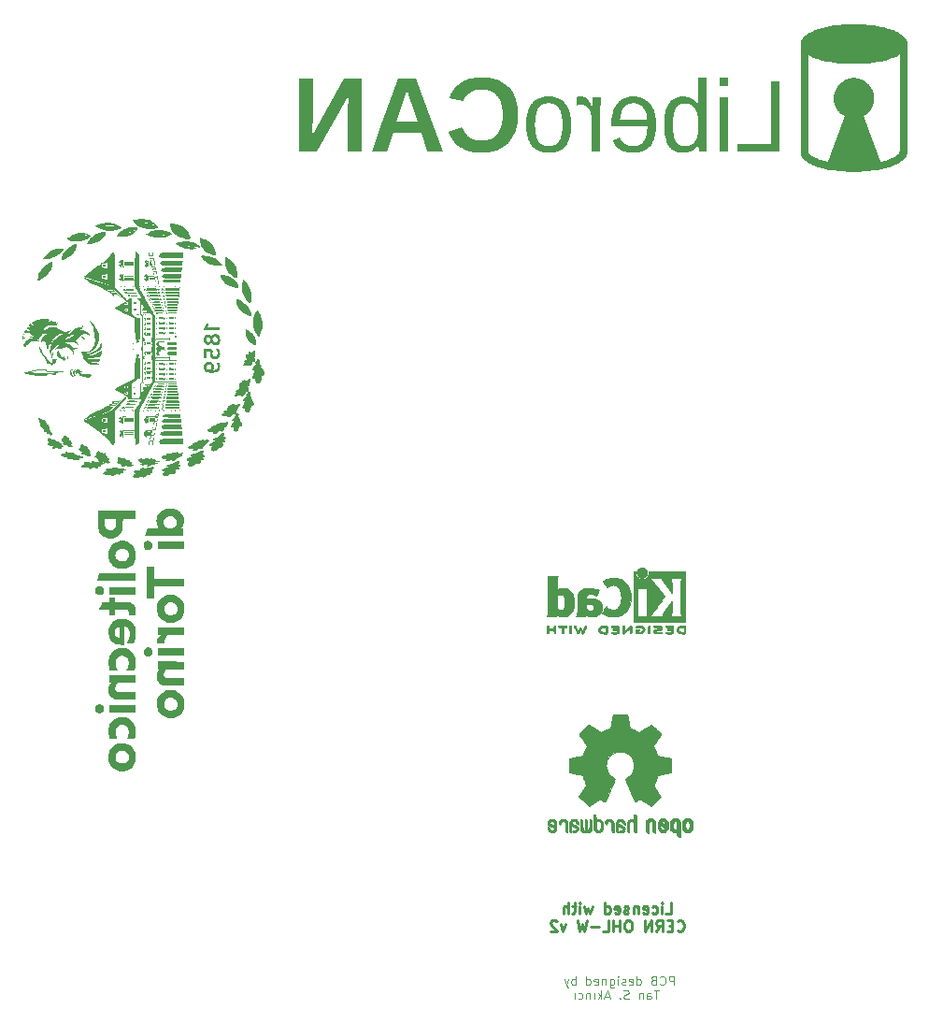
<source format=gbr>
%TF.GenerationSoftware,KiCad,Pcbnew,8.0.2*%
%TF.CreationDate,2024-09-21T01:35:38+02:00*%
%TF.ProjectId,liberocan1,6c696265-726f-4636-916e-312e6b696361,v1.2*%
%TF.SameCoordinates,Original*%
%TF.FileFunction,Legend,Bot*%
%TF.FilePolarity,Positive*%
%FSLAX46Y46*%
G04 Gerber Fmt 4.6, Leading zero omitted, Abs format (unit mm)*
G04 Created by KiCad (PCBNEW 8.0.2) date 2024-09-21 01:35:38*
%MOMM*%
%LPD*%
G01*
G04 APERTURE LIST*
%ADD10C,0.000000*%
%ADD11C,0.680099*%
%ADD12C,0.250000*%
%ADD13C,0.100000*%
%ADD14C,0.010000*%
G04 APERTURE END LIST*
D10*
G36*
X162183038Y-62882056D02*
G01*
X161423288Y-62882056D01*
X161423288Y-57972942D01*
X162183038Y-57972942D01*
X162183038Y-62882056D01*
G37*
D11*
X172685305Y-64331746D02*
X172255858Y-64295798D01*
X169158908Y-63124698D02*
X169130411Y-63051689D01*
X170907276Y-64071562D02*
X170737992Y-64028253D01*
D10*
G36*
X162183038Y-56929413D02*
G01*
X161423288Y-56929413D01*
X161423288Y-56149035D01*
X162183038Y-56149035D01*
X162183038Y-56929413D01*
G37*
D11*
X169248353Y-63267120D02*
X169198316Y-63196539D01*
D10*
G36*
X140071474Y-56152420D02*
G01*
X140262603Y-56162678D01*
X140447812Y-56179774D01*
X140627102Y-56203709D01*
X140800473Y-56234482D01*
X140967924Y-56272094D01*
X141129456Y-56316545D01*
X141285069Y-56367834D01*
X141434762Y-56425961D01*
X141578537Y-56490927D01*
X141716391Y-56562732D01*
X141848327Y-56641374D01*
X141974343Y-56726856D01*
X142094440Y-56819175D01*
X142208618Y-56918334D01*
X142316876Y-57024330D01*
X142418884Y-57136706D01*
X142514311Y-57255001D01*
X142603157Y-57379216D01*
X142685421Y-57509350D01*
X142761104Y-57645403D01*
X142830206Y-57787376D01*
X142892727Y-57935268D01*
X142948666Y-58089080D01*
X142998025Y-58248811D01*
X143040802Y-58414461D01*
X143076998Y-58586031D01*
X143106613Y-58763520D01*
X143129647Y-58946928D01*
X143146099Y-59136256D01*
X143155971Y-59331503D01*
X143159261Y-59532669D01*
X143155861Y-59733394D01*
X143145658Y-59928494D01*
X143128654Y-60117968D01*
X143104848Y-60301817D01*
X143074240Y-60480041D01*
X143036831Y-60652639D01*
X142992620Y-60819613D01*
X142941607Y-60980961D01*
X142883792Y-61136683D01*
X142819175Y-61286781D01*
X142747757Y-61431254D01*
X142669537Y-61570101D01*
X142584515Y-61703323D01*
X142492691Y-61830921D01*
X142394065Y-61952893D01*
X142288638Y-62069240D01*
X142176391Y-62178656D01*
X142058482Y-62281013D01*
X141934911Y-62376310D01*
X141805678Y-62464549D01*
X141670783Y-62545728D01*
X141530226Y-62619849D01*
X141384007Y-62686910D01*
X141232126Y-62746912D01*
X141074583Y-62799855D01*
X140911378Y-62845739D01*
X140742511Y-62884564D01*
X140567983Y-62916329D01*
X140387792Y-62941036D01*
X140201940Y-62958684D01*
X140010425Y-62969272D01*
X139813249Y-62972802D01*
X139682655Y-62970982D01*
X139554415Y-62965522D01*
X139428527Y-62956423D01*
X139304992Y-62943684D01*
X139183811Y-62927304D01*
X139064982Y-62907286D01*
X138948507Y-62883627D01*
X138834384Y-62856328D01*
X138722615Y-62825390D01*
X138613199Y-62790811D01*
X138506136Y-62752593D01*
X138401426Y-62710735D01*
X138299069Y-62665236D01*
X138199065Y-62616098D01*
X138101414Y-62563320D01*
X138006116Y-62506902D01*
X137912840Y-62446164D01*
X137822432Y-62381602D01*
X137734891Y-62313217D01*
X137650219Y-62241008D01*
X137568415Y-62164976D01*
X137489478Y-62085120D01*
X137413409Y-62001440D01*
X137340208Y-61913936D01*
X137269874Y-61822609D01*
X137202408Y-61727459D01*
X137137810Y-61628485D01*
X137076080Y-61525687D01*
X137017217Y-61419065D01*
X136961222Y-61308620D01*
X136908095Y-61194351D01*
X136857836Y-61076259D01*
X138067296Y-60619766D01*
X138131471Y-60772494D01*
X138201640Y-60915368D01*
X138277801Y-61048389D01*
X138359955Y-61171556D01*
X138448102Y-61284870D01*
X138542242Y-61388330D01*
X138642374Y-61481937D01*
X138694688Y-61525046D01*
X138748500Y-61565691D01*
X138803810Y-61603872D01*
X138860618Y-61639591D01*
X138918925Y-61672845D01*
X138978730Y-61703637D01*
X139040033Y-61731965D01*
X139102834Y-61757830D01*
X139232931Y-61802170D01*
X139369021Y-61836656D01*
X139511105Y-61861290D01*
X139659180Y-61876069D01*
X139813249Y-61880996D01*
X139929761Y-61878643D01*
X140042817Y-61871584D01*
X140152416Y-61859818D01*
X140258560Y-61843347D01*
X140361248Y-61822169D01*
X140460479Y-61796285D01*
X140556255Y-61765696D01*
X140648574Y-61730400D01*
X140737437Y-61690398D01*
X140822845Y-61645690D01*
X140904796Y-61596276D01*
X140983292Y-61542157D01*
X141058332Y-61483331D01*
X141129915Y-61419800D01*
X141198043Y-61351562D01*
X141262715Y-61278619D01*
X141323122Y-61201208D01*
X141379632Y-61119569D01*
X141432244Y-61033701D01*
X141480959Y-60943606D01*
X141525778Y-60849282D01*
X141566698Y-60750731D01*
X141603722Y-60647951D01*
X141636849Y-60540943D01*
X141666078Y-60429707D01*
X141691410Y-60314243D01*
X141712845Y-60194551D01*
X141730382Y-60070631D01*
X141744023Y-59942483D01*
X141753766Y-59810106D01*
X141759612Y-59673502D01*
X141761560Y-59532669D01*
X141759667Y-59394189D01*
X141753986Y-59259938D01*
X141744519Y-59129914D01*
X141731265Y-59004118D01*
X141714223Y-58882551D01*
X141693395Y-58765212D01*
X141668780Y-58652100D01*
X141640378Y-58543217D01*
X141608189Y-58438562D01*
X141572214Y-58338135D01*
X141532451Y-58241936D01*
X141488901Y-58149966D01*
X141441565Y-58062223D01*
X141390442Y-57978709D01*
X141335531Y-57899422D01*
X141276834Y-57824364D01*
X141213890Y-57753698D01*
X141147417Y-57687591D01*
X141077415Y-57626044D01*
X141003882Y-57569056D01*
X140926821Y-57516627D01*
X140846229Y-57468757D01*
X140762109Y-57425446D01*
X140674458Y-57386695D01*
X140583279Y-57352502D01*
X140488569Y-57322868D01*
X140390330Y-57297794D01*
X140288562Y-57277278D01*
X140183263Y-57261322D01*
X140074436Y-57249925D01*
X139962078Y-57243086D01*
X139846191Y-57240807D01*
X139769773Y-57241965D01*
X139694641Y-57245439D01*
X139620796Y-57251230D01*
X139548238Y-57259337D01*
X139476967Y-57269761D01*
X139406982Y-57282501D01*
X139338285Y-57297557D01*
X139270874Y-57314929D01*
X139204750Y-57334618D01*
X139139913Y-57356623D01*
X139076363Y-57380944D01*
X139014100Y-57407582D01*
X138953123Y-57436536D01*
X138893433Y-57467806D01*
X138835030Y-57501392D01*
X138777914Y-57537294D01*
X138722029Y-57574575D01*
X138668497Y-57613473D01*
X138617319Y-57653989D01*
X138568493Y-57696123D01*
X138522020Y-57739875D01*
X138477901Y-57785244D01*
X138436134Y-57832231D01*
X138396721Y-57880835D01*
X138359660Y-57931058D01*
X138324953Y-57982898D01*
X138292599Y-58036356D01*
X138262598Y-58091431D01*
X138234950Y-58148124D01*
X138209655Y-58206435D01*
X138186713Y-58266363D01*
X138166124Y-58327910D01*
X136942545Y-57993782D01*
X136981314Y-57881976D01*
X137023503Y-57773625D01*
X137069112Y-57668731D01*
X137118139Y-57567293D01*
X137170586Y-57469311D01*
X137226452Y-57374785D01*
X137285738Y-57283715D01*
X137348442Y-57196101D01*
X137414566Y-57111943D01*
X137484110Y-57031242D01*
X137557072Y-56953996D01*
X137633454Y-56880207D01*
X137713255Y-56809874D01*
X137796475Y-56742996D01*
X137883115Y-56679575D01*
X137973174Y-56619610D01*
X138066634Y-56562622D01*
X138163476Y-56509311D01*
X138263700Y-56459676D01*
X138367307Y-56413718D01*
X138474297Y-56371437D01*
X138584669Y-56332832D01*
X138698423Y-56297904D01*
X138815560Y-56266653D01*
X138936080Y-56239078D01*
X139059982Y-56215180D01*
X139187266Y-56194959D01*
X139317933Y-56178414D01*
X139451983Y-56165545D01*
X139589415Y-56156354D01*
X139730229Y-56150839D01*
X139874427Y-56149001D01*
X140071474Y-56152420D01*
G37*
D11*
X169130411Y-63051689D02*
X169113106Y-62977602D01*
X169308738Y-63336348D02*
X169248353Y-63267120D01*
X169648124Y-63597906D02*
X169549164Y-63535003D01*
X169104620Y-62854989D02*
X169104620Y-53193904D01*
D10*
G36*
X173682547Y-56197558D02*
G01*
X173775446Y-56204622D01*
X173866993Y-56216255D01*
X173957075Y-56232342D01*
X174045576Y-56252768D01*
X174132382Y-56277418D01*
X174217377Y-56306177D01*
X174300447Y-56338931D01*
X174381477Y-56375563D01*
X174460352Y-56415960D01*
X174536956Y-56460007D01*
X174611175Y-56507588D01*
X174682894Y-56558589D01*
X174751998Y-56612894D01*
X174818373Y-56670389D01*
X174881902Y-56730958D01*
X174942472Y-56794487D01*
X174999966Y-56860862D01*
X175054272Y-56929966D01*
X175105272Y-57001685D01*
X175152853Y-57075904D01*
X175196900Y-57152508D01*
X175237297Y-57231383D01*
X175273929Y-57312413D01*
X175306683Y-57395483D01*
X175335442Y-57480478D01*
X175360092Y-57567284D01*
X175380518Y-57655785D01*
X175396605Y-57745867D01*
X175408238Y-57837414D01*
X175415302Y-57930313D01*
X175417683Y-58024447D01*
X175415302Y-58118581D01*
X175408238Y-58211479D01*
X175396605Y-58303027D01*
X175380518Y-58393108D01*
X175360092Y-58481610D01*
X175335442Y-58568416D01*
X175306683Y-58653411D01*
X175273930Y-58736481D01*
X175237297Y-58817511D01*
X175196900Y-58896386D01*
X175152854Y-58972990D01*
X175105273Y-59047209D01*
X175054272Y-59118928D01*
X174999967Y-59188032D01*
X174942473Y-59254407D01*
X174881903Y-59317936D01*
X174818374Y-59378506D01*
X174752000Y-59436000D01*
X174682895Y-59490306D01*
X174611176Y-59541306D01*
X174536957Y-59588887D01*
X174460353Y-59632934D01*
X174381478Y-59673331D01*
X174300449Y-59709964D01*
X174217379Y-59742717D01*
X174132383Y-59771477D01*
X174045577Y-59796127D01*
X173957076Y-59816553D01*
X173866994Y-59832640D01*
X173775446Y-59844273D01*
X173682548Y-59851337D01*
X173588413Y-59853717D01*
X173497705Y-59851469D01*
X173407613Y-59844766D01*
X173318285Y-59833670D01*
X173229874Y-59818244D01*
X173142527Y-59798548D01*
X173056396Y-59774647D01*
X172971631Y-59746601D01*
X172888380Y-59714472D01*
X172806795Y-59678324D01*
X172727025Y-59638217D01*
X172649220Y-59594214D01*
X172573530Y-59546378D01*
X172500105Y-59494770D01*
X172429096Y-59439452D01*
X172360651Y-59380487D01*
X172294921Y-59317937D01*
X172232370Y-59252207D01*
X172173405Y-59183762D01*
X172118087Y-59112752D01*
X172066479Y-59039328D01*
X172018643Y-58963638D01*
X171974640Y-58885834D01*
X171934534Y-58806064D01*
X171898385Y-58724479D01*
X171866257Y-58641229D01*
X171838211Y-58556464D01*
X171814310Y-58470333D01*
X171794615Y-58382987D01*
X171779188Y-58294575D01*
X171768093Y-58205248D01*
X171761390Y-58115155D01*
X171759143Y-58024447D01*
X171759140Y-58024447D01*
X171761388Y-57933738D01*
X171768091Y-57843646D01*
X171779187Y-57754319D01*
X171794614Y-57665907D01*
X171814309Y-57578561D01*
X171838211Y-57492431D01*
X171866257Y-57407665D01*
X171898385Y-57324415D01*
X171934534Y-57242831D01*
X171974640Y-57163061D01*
X172018643Y-57085256D01*
X172066479Y-57009567D01*
X172118087Y-56936142D01*
X172173405Y-56865133D01*
X172232370Y-56796688D01*
X172294921Y-56730958D01*
X172360651Y-56668408D01*
X172429096Y-56609442D01*
X172500105Y-56554125D01*
X172573530Y-56502517D01*
X172649220Y-56454680D01*
X172727025Y-56410678D01*
X172806795Y-56370571D01*
X172888380Y-56334423D01*
X172971631Y-56302294D01*
X173056396Y-56274248D01*
X173142527Y-56250347D01*
X173229874Y-56230651D01*
X173318285Y-56215225D01*
X173407613Y-56204129D01*
X173497705Y-56197426D01*
X173588413Y-56195178D01*
X173682547Y-56197558D01*
G37*
D11*
X169872583Y-63718189D02*
X169756024Y-63658999D01*
X170130549Y-63830497D02*
X169997518Y-63775385D01*
X171082965Y-64112235D02*
X170907276Y-64071562D01*
X171452435Y-64185309D02*
X171082965Y-64112235D01*
X175724387Y-64185309D02*
X175332672Y-64246741D01*
X170271393Y-63883430D02*
X170130549Y-63830497D01*
X178046413Y-63051689D02*
X178017916Y-63124698D01*
X177717398Y-63470381D02*
X177528699Y-63597906D01*
X177868085Y-63336348D02*
X177717398Y-63470381D01*
X169459425Y-63470381D02*
X169379189Y-63404132D01*
D10*
G36*
X148851855Y-57883100D02*
G01*
X148903395Y-57885812D01*
X148953418Y-57890332D01*
X149001924Y-57896659D01*
X149048913Y-57904794D01*
X149094386Y-57914737D01*
X149138342Y-57926487D01*
X149180781Y-57940046D01*
X149221704Y-57955412D01*
X149261109Y-57972586D01*
X149298998Y-57991567D01*
X149335369Y-58012356D01*
X149370224Y-58034953D01*
X149403561Y-58059358D01*
X149435382Y-58085570D01*
X149465686Y-58113590D01*
X149495017Y-58144074D01*
X149523920Y-58177676D01*
X149552395Y-58214398D01*
X149580440Y-58254239D01*
X149608057Y-58297199D01*
X149635245Y-58343279D01*
X149662005Y-58392477D01*
X149688335Y-58444795D01*
X149714237Y-58500232D01*
X149739711Y-58558789D01*
X149764756Y-58620465D01*
X149789372Y-58685260D01*
X149813559Y-58753174D01*
X149837318Y-58824208D01*
X149883549Y-58975634D01*
X149900429Y-58975634D01*
X149902540Y-58850013D01*
X149908871Y-58641025D01*
X149934195Y-57972942D01*
X150651740Y-57972942D01*
X150640659Y-58279193D01*
X150632745Y-58571833D01*
X150627997Y-58850863D01*
X150626414Y-59116282D01*
X150626414Y-62882056D01*
X149866669Y-62882056D01*
X149866669Y-60323147D01*
X149865697Y-60222551D01*
X149862778Y-60124932D01*
X149857914Y-60030291D01*
X149851105Y-59938628D01*
X149842350Y-59849942D01*
X149831650Y-59764233D01*
X149819004Y-59681502D01*
X149804412Y-59601749D01*
X149787875Y-59524973D01*
X149769392Y-59451174D01*
X149748964Y-59380353D01*
X149726590Y-59312510D01*
X149702271Y-59247644D01*
X149676006Y-59185756D01*
X149647796Y-59126845D01*
X149617640Y-59070911D01*
X149585638Y-59017619D01*
X149551888Y-58967764D01*
X149516390Y-58921348D01*
X149479144Y-58878370D01*
X149440151Y-58838830D01*
X149399410Y-58802728D01*
X149356921Y-58770065D01*
X149312685Y-58740840D01*
X149266701Y-58715054D01*
X149218969Y-58692705D01*
X149169489Y-58673795D01*
X149118263Y-58658323D01*
X149065288Y-58646289D01*
X149010566Y-58637694D01*
X148954096Y-58632537D01*
X148895879Y-58630817D01*
X148834148Y-58631526D01*
X148775584Y-58633652D01*
X148720185Y-58637196D01*
X148667952Y-58642158D01*
X148618884Y-58648538D01*
X148595538Y-58652259D01*
X148572983Y-58656336D01*
X148551219Y-58660767D01*
X148530247Y-58665552D01*
X148510067Y-58670693D01*
X148490678Y-58676188D01*
X148490678Y-57927572D01*
X148529654Y-57916937D01*
X148568498Y-57907720D01*
X148607211Y-57899921D01*
X148645792Y-57893540D01*
X148684241Y-57888577D01*
X148722558Y-57885032D01*
X148760744Y-57882905D01*
X148798798Y-57882196D01*
X148851855Y-57883100D01*
G37*
G36*
X155657839Y-60100614D02*
G01*
X155664022Y-60245960D01*
X155666083Y-60395737D01*
X155664022Y-60553206D01*
X155657839Y-60705748D01*
X155647534Y-60853362D01*
X155633108Y-60996050D01*
X155614559Y-61133811D01*
X155591888Y-61266645D01*
X155565096Y-61394551D01*
X155534181Y-61517531D01*
X155499145Y-61635584D01*
X155459986Y-61748709D01*
X155416706Y-61856908D01*
X155369304Y-61960180D01*
X155317780Y-62058525D01*
X155262134Y-62151942D01*
X155202366Y-62240433D01*
X155138476Y-62323997D01*
X155070119Y-62402562D01*
X154998002Y-62476058D01*
X154922126Y-62544486D01*
X154842491Y-62607845D01*
X154759097Y-62666135D01*
X154671944Y-62719357D01*
X154581031Y-62767510D01*
X154486360Y-62810595D01*
X154387929Y-62848611D01*
X154285739Y-62881558D01*
X154179790Y-62909436D01*
X154070081Y-62932246D01*
X153956614Y-62949986D01*
X153839387Y-62962658D01*
X153718401Y-62970262D01*
X153593655Y-62972796D01*
X153416232Y-62968259D01*
X153330575Y-62962588D01*
X153246954Y-62954648D01*
X153165369Y-62944439D01*
X153085821Y-62931962D01*
X153008308Y-62917217D01*
X152932832Y-62900203D01*
X152859392Y-62880920D01*
X152787988Y-62859369D01*
X152718621Y-62835549D01*
X152651289Y-62809461D01*
X152585994Y-62781104D01*
X152522735Y-62750479D01*
X152461513Y-62717585D01*
X152402326Y-62682423D01*
X152345176Y-62644992D01*
X152290062Y-62605293D01*
X152236984Y-62563325D01*
X152185942Y-62519089D01*
X152136937Y-62472584D01*
X152089968Y-62423810D01*
X152045035Y-62372768D01*
X152002138Y-62319458D01*
X151961277Y-62263879D01*
X151922453Y-62206031D01*
X151885665Y-62145915D01*
X151850913Y-62083531D01*
X151818198Y-62018878D01*
X151787518Y-61951956D01*
X151758875Y-61882766D01*
X151732268Y-61811307D01*
X152399161Y-61607139D01*
X152413110Y-61647529D01*
X152428575Y-61687033D01*
X152445557Y-61725651D01*
X152464056Y-61763383D01*
X152484071Y-61800229D01*
X152505604Y-61836189D01*
X152528653Y-61871262D01*
X152553220Y-61905450D01*
X152579303Y-61938751D01*
X152606903Y-61971167D01*
X152636020Y-62002696D01*
X152666654Y-62033339D01*
X152698805Y-62063096D01*
X152732473Y-62091966D01*
X152767657Y-62119950D01*
X152804359Y-62147048D01*
X152842067Y-62172870D01*
X152881324Y-62197026D01*
X152922131Y-62219516D01*
X152964488Y-62240341D01*
X153008394Y-62259499D01*
X153053851Y-62276992D01*
X153100857Y-62292819D01*
X153149413Y-62306980D01*
X153199519Y-62319474D01*
X153251175Y-62330303D01*
X153304381Y-62339466D01*
X153359136Y-62346964D01*
X153415441Y-62352795D01*
X153473296Y-62356960D01*
X153532701Y-62359459D01*
X153593655Y-62360292D01*
X153670570Y-62358502D01*
X153745144Y-62353132D01*
X153817376Y-62344181D01*
X153887267Y-62331651D01*
X153954817Y-62315541D01*
X154020025Y-62295851D01*
X154082893Y-62272580D01*
X154143419Y-62245730D01*
X154201604Y-62215300D01*
X154229818Y-62198742D01*
X154257447Y-62181289D01*
X154284491Y-62162942D01*
X154310949Y-62143699D01*
X154362111Y-62102529D01*
X154410931Y-62057778D01*
X154457409Y-62009448D01*
X154501547Y-61957538D01*
X154543343Y-61902047D01*
X154582699Y-61843261D01*
X154619515Y-61781461D01*
X154653792Y-61716648D01*
X154685530Y-61648822D01*
X154714730Y-61577984D01*
X154741390Y-61504132D01*
X154765511Y-61427267D01*
X154787093Y-61347390D01*
X154806136Y-61264499D01*
X154822640Y-61178595D01*
X154836605Y-61089679D01*
X154848031Y-60997750D01*
X154856918Y-60902808D01*
X154863266Y-60804853D01*
X154867075Y-60703885D01*
X154868344Y-60599904D01*
X151609868Y-60599904D01*
X151609868Y-60491015D01*
X151611834Y-60330511D01*
X151617732Y-60175103D01*
X151627563Y-60024791D01*
X151632396Y-59973793D01*
X152394938Y-59973793D01*
X154859904Y-59973793D01*
X154855584Y-59888191D01*
X154848955Y-59804929D01*
X154840019Y-59724006D01*
X154828774Y-59645422D01*
X154815221Y-59569178D01*
X154799359Y-59495273D01*
X154781190Y-59423708D01*
X154760712Y-59354482D01*
X154737926Y-59287595D01*
X154712832Y-59223048D01*
X154685429Y-59160841D01*
X154655719Y-59100972D01*
X154623700Y-59043443D01*
X154589373Y-58988254D01*
X154552738Y-58935404D01*
X154513795Y-58884894D01*
X154472279Y-58836545D01*
X154428982Y-58791316D01*
X154383905Y-58749206D01*
X154337047Y-58710215D01*
X154288408Y-58674344D01*
X154237989Y-58641592D01*
X154185789Y-58611959D01*
X154131809Y-58585446D01*
X154076048Y-58562052D01*
X154018506Y-58541777D01*
X153959184Y-58524622D01*
X153898080Y-58510585D01*
X153835197Y-58499668D01*
X153770532Y-58491870D01*
X153704087Y-58487192D01*
X153635861Y-58485632D01*
X153565673Y-58487032D01*
X153497563Y-58491232D01*
X153431530Y-58498233D01*
X153367575Y-58508033D01*
X153305697Y-58520634D01*
X153245896Y-58536035D01*
X153188173Y-58554236D01*
X153132528Y-58575237D01*
X153078960Y-58599039D01*
X153027469Y-58625641D01*
X152978056Y-58655043D01*
X152930720Y-58687246D01*
X152885461Y-58722249D01*
X152842280Y-58760053D01*
X152801177Y-58800657D01*
X152762151Y-58844061D01*
X152725103Y-58889945D01*
X152689934Y-58939126D01*
X152656646Y-58991604D01*
X152625237Y-59047378D01*
X152595707Y-59106448D01*
X152568057Y-59168815D01*
X152542287Y-59234479D01*
X152518396Y-59303439D01*
X152496385Y-59375696D01*
X152476254Y-59451249D01*
X152458002Y-59530098D01*
X152441630Y-59612244D01*
X152427138Y-59697687D01*
X152414525Y-59786426D01*
X152403792Y-59878461D01*
X152394938Y-59973793D01*
X151632396Y-59973793D01*
X151641326Y-59879573D01*
X151659021Y-59739451D01*
X151680649Y-59604425D01*
X151706209Y-59474493D01*
X151735701Y-59349657D01*
X151769125Y-59229917D01*
X151806482Y-59115272D01*
X151847771Y-59005722D01*
X151892993Y-58901267D01*
X151942146Y-58801908D01*
X151995232Y-58707644D01*
X152052250Y-58618475D01*
X152113201Y-58534402D01*
X152178084Y-58455424D01*
X152246899Y-58381541D01*
X152319646Y-58312754D01*
X152396326Y-58249062D01*
X152476938Y-58190465D01*
X152561482Y-58136964D01*
X152649959Y-58088558D01*
X152742367Y-58045248D01*
X152838709Y-58007033D01*
X152938982Y-57973913D01*
X153043188Y-57945888D01*
X153151326Y-57922959D01*
X153263396Y-57905126D01*
X153379399Y-57892387D01*
X153499334Y-57884744D01*
X153623201Y-57882196D01*
X153744368Y-57884731D01*
X153862007Y-57892334D01*
X153976118Y-57905006D01*
X154086700Y-57922747D01*
X154193754Y-57945557D01*
X154297280Y-57973435D01*
X154397277Y-58006383D01*
X154493746Y-58044399D01*
X154586686Y-58087483D01*
X154676098Y-58135637D01*
X154761982Y-58188859D01*
X154844338Y-58247150D01*
X154923165Y-58310510D01*
X154998463Y-58378939D01*
X155070234Y-58452436D01*
X155138476Y-58531002D01*
X155202366Y-58614317D01*
X155262134Y-58702062D01*
X155317780Y-58794239D01*
X155369304Y-58890846D01*
X155416706Y-58991884D01*
X155459986Y-59097353D01*
X155499145Y-59207253D01*
X155534181Y-59321584D01*
X155565096Y-59440345D01*
X155591888Y-59563537D01*
X155614559Y-59691160D01*
X155633108Y-59823214D01*
X155647534Y-59959699D01*
X155648565Y-59973793D01*
X155657839Y-60100614D01*
G37*
D11*
X174491516Y-64331746D02*
X174046581Y-64353853D01*
X169104620Y-62854989D02*
X169107275Y-62902529D01*
D10*
G36*
X176133492Y-64195766D02*
G01*
X171043335Y-64195766D01*
X173588413Y-57393907D01*
X176133492Y-64195766D01*
G37*
G36*
X136354287Y-62878680D02*
G01*
X134965996Y-62878680D01*
X134377735Y-61184497D01*
X131850579Y-61184497D01*
X131262318Y-62878680D01*
X129888146Y-62878680D01*
X130883414Y-60139750D01*
X132161177Y-60139750D01*
X134067134Y-60139750D01*
X133492994Y-58462036D01*
X133332988Y-57988490D01*
X133257690Y-57758480D01*
X133225923Y-57653178D01*
X133196510Y-57553763D01*
X133169451Y-57460230D01*
X133144746Y-57372580D01*
X133116507Y-57269045D01*
X133017682Y-57593765D01*
X132815322Y-58233793D01*
X132161177Y-60139750D01*
X130883414Y-60139750D01*
X132297654Y-56247826D01*
X133935366Y-56247826D01*
X135355131Y-60139750D01*
X136354287Y-62878680D01*
G37*
D11*
X169549164Y-63535003D02*
X169459425Y-63470381D01*
X174046581Y-64353853D02*
X173588411Y-64361385D01*
X178017916Y-63124698D02*
X177978508Y-63196539D01*
X178069548Y-62902529D02*
X178063718Y-62977602D01*
X176438830Y-64028253D02*
X176093857Y-64112235D01*
D10*
G36*
X124556166Y-60102099D02*
G01*
X124554843Y-60249974D01*
X124550872Y-60401819D01*
X124544254Y-60557635D01*
X124534988Y-60717421D01*
X124523076Y-60881177D01*
X124508517Y-61048904D01*
X124491310Y-61220601D01*
X124471457Y-61396270D01*
X127403342Y-56247826D01*
X128989287Y-56247826D01*
X128989287Y-62878680D01*
X127756295Y-62878680D01*
X127756295Y-58967938D01*
X127757619Y-58850434D01*
X127761590Y-58723811D01*
X127768208Y-58588070D01*
X127777473Y-58443210D01*
X127789385Y-58289233D01*
X127803945Y-58126138D01*
X127841004Y-57772596D01*
X124951480Y-62878680D01*
X123323174Y-62878680D01*
X123323174Y-56247826D01*
X124556166Y-56247826D01*
X124556166Y-60102099D01*
G37*
D11*
X177978508Y-63196539D02*
X177868085Y-63336348D01*
X173588411Y-64361385D02*
X173130240Y-64353853D01*
X169113106Y-62977602D02*
X169107275Y-62902529D01*
X177528699Y-63597906D02*
X177304240Y-63718189D01*
X169379189Y-63404132D02*
X169308738Y-63336348D01*
D10*
G36*
X147982178Y-60575521D02*
G01*
X147976193Y-60723543D01*
X147966218Y-60867028D01*
X147952253Y-61005976D01*
X147934298Y-61140386D01*
X147912353Y-61270260D01*
X147886418Y-61395596D01*
X147856493Y-61516395D01*
X147822577Y-61632658D01*
X147784672Y-61744383D01*
X147742777Y-61851571D01*
X147696892Y-61954223D01*
X147647017Y-62052337D01*
X147593152Y-62145915D01*
X147535297Y-62234955D01*
X147473452Y-62319459D01*
X147407700Y-62398574D01*
X147338123Y-62472584D01*
X147264720Y-62541491D01*
X147187492Y-62605293D01*
X147106439Y-62663991D01*
X147021561Y-62717585D01*
X146932858Y-62766075D01*
X146840330Y-62809461D01*
X146743977Y-62847743D01*
X146643798Y-62880920D01*
X146539794Y-62908993D01*
X146431965Y-62931962D01*
X146320311Y-62949827D01*
X146204832Y-62962588D01*
X146085527Y-62970244D01*
X145962397Y-62972796D01*
X145838691Y-62970333D01*
X145718711Y-62962942D01*
X145602457Y-62950625D01*
X145489930Y-62933380D01*
X145381128Y-62911209D01*
X145276053Y-62884111D01*
X145174703Y-62852085D01*
X145077080Y-62815133D01*
X144983183Y-62773254D01*
X144893013Y-62726447D01*
X144806568Y-62674714D01*
X144723850Y-62618054D01*
X144644858Y-62556466D01*
X144569592Y-62489952D01*
X144498053Y-62418510D01*
X144430239Y-62342141D01*
X144366349Y-62260739D01*
X144306581Y-62174198D01*
X144250935Y-62082517D01*
X144199411Y-61985696D01*
X144152008Y-61883736D01*
X144108728Y-61776636D01*
X144069570Y-61664397D01*
X144034533Y-61547018D01*
X144003619Y-61424500D01*
X143976827Y-61296842D01*
X143954156Y-61164044D01*
X143935608Y-61026107D01*
X143921181Y-60883030D01*
X143910876Y-60734814D01*
X143904693Y-60581458D01*
X143902632Y-60422962D01*
X144700371Y-60422962D01*
X144701526Y-60546225D01*
X144704988Y-60665341D01*
X144710759Y-60780309D01*
X144718838Y-60891131D01*
X144729225Y-60997805D01*
X144741921Y-61100332D01*
X144756925Y-61198712D01*
X144774237Y-61292945D01*
X144793857Y-61383031D01*
X144815786Y-61468969D01*
X144840022Y-61550761D01*
X144866567Y-61628405D01*
X144895421Y-61701902D01*
X144926582Y-61771252D01*
X144960052Y-61836455D01*
X144995829Y-61897510D01*
X145033767Y-61954649D01*
X145074771Y-62008101D01*
X145118842Y-62057867D01*
X145165980Y-62103947D01*
X145216185Y-62146340D01*
X145269456Y-62185047D01*
X145325794Y-62220068D01*
X145385199Y-62251402D01*
X145447670Y-62279050D01*
X145513209Y-62303012D01*
X145581813Y-62323287D01*
X145653485Y-62339876D01*
X145728223Y-62352778D01*
X145806028Y-62361994D01*
X145886899Y-62367524D01*
X145970837Y-62369367D01*
X146048148Y-62367471D01*
X146122854Y-62361781D01*
X146159230Y-62357515D01*
X146194955Y-62352300D01*
X146230028Y-62346136D01*
X146264450Y-62339025D01*
X146298221Y-62330965D01*
X146331341Y-62321957D01*
X146363809Y-62312001D01*
X146395626Y-62301097D01*
X146426792Y-62289245D01*
X146457306Y-62276444D01*
X146487170Y-62262696D01*
X146516381Y-62247999D01*
X146544942Y-62232354D01*
X146572852Y-62215760D01*
X146600110Y-62198219D01*
X146626717Y-62179729D01*
X146652672Y-62160292D01*
X146677976Y-62139906D01*
X146702630Y-62118572D01*
X146726631Y-62096289D01*
X146749982Y-62073059D01*
X146772681Y-62048880D01*
X146794729Y-62023754D01*
X146816126Y-61997679D01*
X146836871Y-61970655D01*
X146856965Y-61942684D01*
X146876408Y-61913765D01*
X146895200Y-61883897D01*
X146930467Y-61820769D01*
X146963459Y-61753883D01*
X146994176Y-61683239D01*
X147022617Y-61608839D01*
X147048783Y-61530681D01*
X147072674Y-61448766D01*
X147094290Y-61363093D01*
X147113630Y-61273663D01*
X147130695Y-61180476D01*
X147145484Y-61083532D01*
X147157999Y-60982830D01*
X147168238Y-60878371D01*
X147176201Y-60770155D01*
X147181890Y-60658181D01*
X147185303Y-60542450D01*
X147186440Y-60422962D01*
X147185286Y-60300266D01*
X147181824Y-60181717D01*
X147176053Y-60067315D01*
X147167974Y-59957060D01*
X147157587Y-59850953D01*
X147144891Y-59748993D01*
X147129887Y-59651179D01*
X147112575Y-59557514D01*
X147092955Y-59467995D01*
X147071026Y-59382623D01*
X147046789Y-59301399D01*
X147020244Y-59224321D01*
X146991391Y-59151391D01*
X146960230Y-59082608D01*
X146926760Y-59017972D01*
X146890982Y-58957483D01*
X146852087Y-58900346D01*
X146810323Y-58846894D01*
X146765691Y-58797129D01*
X146718190Y-58751050D01*
X146667820Y-58708657D01*
X146614581Y-58669951D01*
X146558474Y-58634930D01*
X146499498Y-58603596D01*
X146437653Y-58575949D01*
X146372939Y-58551987D01*
X146305356Y-58531712D01*
X146234905Y-58515123D01*
X146161584Y-58502221D01*
X146085395Y-58493005D01*
X146006336Y-58487475D01*
X145924409Y-58485632D01*
X145843076Y-58487440D01*
X145764744Y-58492863D01*
X145689412Y-58501902D01*
X145652872Y-58507777D01*
X145617081Y-58514556D01*
X145582041Y-58522239D01*
X145547751Y-58530826D01*
X145514211Y-58540316D01*
X145481422Y-58550711D01*
X145449382Y-58562009D01*
X145418093Y-58574211D01*
X145387553Y-58587318D01*
X145357764Y-58601328D01*
X145328726Y-58616241D01*
X145300437Y-58632059D01*
X145272899Y-58648781D01*
X145246110Y-58666406D01*
X145220072Y-58684936D01*
X145194784Y-58704369D01*
X145170247Y-58724706D01*
X145146459Y-58745947D01*
X145123422Y-58768092D01*
X145101135Y-58791140D01*
X145079598Y-58815093D01*
X145058811Y-58839949D01*
X145038775Y-58865710D01*
X145019488Y-58892374D01*
X145000952Y-58919942D01*
X144983166Y-58948414D01*
X144948922Y-59007874D01*
X144916886Y-59071694D01*
X144887060Y-59139874D01*
X144859444Y-59212414D01*
X144834036Y-59289314D01*
X144810838Y-59370573D01*
X144789850Y-59456193D01*
X144771070Y-59546172D01*
X144754500Y-59640512D01*
X144740140Y-59739211D01*
X144727988Y-59842270D01*
X144718046Y-59949689D01*
X144710314Y-60061467D01*
X144704790Y-60177606D01*
X144700371Y-60422962D01*
X143902632Y-60422962D01*
X143904561Y-60262871D01*
X143910349Y-60108132D01*
X143919994Y-59958746D01*
X143933497Y-59814711D01*
X143950859Y-59676029D01*
X143972078Y-59542699D01*
X143997156Y-59414722D01*
X144026091Y-59292096D01*
X144058885Y-59174823D01*
X144095537Y-59062903D01*
X144136047Y-58956334D01*
X144180415Y-58855118D01*
X144228641Y-58759254D01*
X144280725Y-58668743D01*
X144336668Y-58583583D01*
X144396468Y-58503777D01*
X144460358Y-58428507D01*
X144528568Y-58358094D01*
X144601098Y-58292537D01*
X144677947Y-58231836D01*
X144759115Y-58175991D01*
X144844604Y-58125002D01*
X144934412Y-58078869D01*
X145028539Y-58037592D01*
X145126987Y-58001171D01*
X145229754Y-57969607D01*
X145336841Y-57942898D01*
X145448247Y-57921046D01*
X145563974Y-57904049D01*
X145684020Y-57891909D01*
X145808386Y-57884625D01*
X145937072Y-57882196D01*
X146063016Y-57884678D01*
X146184963Y-57892121D01*
X146302912Y-57904528D01*
X146416862Y-57921896D01*
X146526813Y-57944227D01*
X146632767Y-57971521D01*
X146734722Y-58003777D01*
X146832679Y-58040995D01*
X146926638Y-58083176D01*
X147016599Y-58130319D01*
X147102561Y-58182425D01*
X147184525Y-58239493D01*
X147262491Y-58301523D01*
X147336458Y-58368516D01*
X147406428Y-58440472D01*
X147472399Y-58517389D01*
X147534372Y-58599270D01*
X147592346Y-58686112D01*
X147646322Y-58777917D01*
X147696300Y-58874685D01*
X147742280Y-58976415D01*
X147784262Y-59083107D01*
X147822245Y-59194762D01*
X147856230Y-59311379D01*
X147912205Y-59559500D01*
X147952188Y-59827471D01*
X147976177Y-60115292D01*
X147984174Y-60422962D01*
X147982178Y-60575521D01*
G37*
G36*
X166859715Y-62882056D02*
G01*
X163048308Y-62882056D01*
X163048308Y-62174268D01*
X166053538Y-62174268D01*
X166053538Y-56489319D01*
X166859715Y-56489319D01*
X166859715Y-62882056D01*
G37*
D11*
X175332672Y-64246741D02*
X174920964Y-64295798D01*
X170737992Y-64028253D02*
X170575396Y-63982400D01*
D10*
G36*
X160258342Y-61870284D02*
G01*
X160259925Y-62221058D01*
X160261904Y-62371987D01*
X160264674Y-62506611D01*
X160268236Y-62624930D01*
X160272589Y-62726944D01*
X160277733Y-62812652D01*
X160283668Y-62882056D01*
X159549244Y-62882056D01*
X159547002Y-62866954D01*
X159544496Y-62844339D01*
X159538692Y-62776565D01*
X159531833Y-62678734D01*
X159523919Y-62550847D01*
X159516532Y-62415019D01*
X159511255Y-62297907D01*
X159508089Y-62199511D01*
X159507034Y-62119829D01*
X159498592Y-62119829D01*
X159471190Y-62175018D01*
X159442798Y-62228293D01*
X159413417Y-62279653D01*
X159383047Y-62329100D01*
X159351688Y-62376632D01*
X159319339Y-62422251D01*
X159286002Y-62465955D01*
X159251674Y-62507746D01*
X159216358Y-62547622D01*
X159180052Y-62585584D01*
X159142757Y-62621633D01*
X159104473Y-62655767D01*
X159065200Y-62687988D01*
X159024937Y-62718294D01*
X158983685Y-62746687D01*
X158941444Y-62773165D01*
X158897504Y-62797339D01*
X158852212Y-62819953D01*
X158805569Y-62841007D01*
X158757573Y-62860502D01*
X158708226Y-62878438D01*
X158657526Y-62894814D01*
X158605475Y-62909630D01*
X158552071Y-62922887D01*
X158497316Y-62934584D01*
X158441209Y-62944722D01*
X158383749Y-62953300D01*
X158324938Y-62960319D01*
X158264775Y-62965777D01*
X158203260Y-62969677D01*
X158140392Y-62972016D01*
X158076173Y-62972796D01*
X157972821Y-62970288D01*
X157872749Y-62962765D01*
X157775959Y-62950226D01*
X157682449Y-62932671D01*
X157592221Y-62910101D01*
X157505273Y-62882515D01*
X157421607Y-62849913D01*
X157341222Y-62812296D01*
X157264117Y-62769664D01*
X157190294Y-62722015D01*
X157119752Y-62669351D01*
X157052491Y-62611672D01*
X156988511Y-62548977D01*
X156927812Y-62481266D01*
X156870394Y-62408540D01*
X156816257Y-62330798D01*
X156765401Y-62248041D01*
X156717826Y-62160268D01*
X156632519Y-61969675D01*
X156560336Y-61759020D01*
X156501278Y-61528303D01*
X156455343Y-61277523D01*
X156422533Y-61006682D01*
X156402847Y-60715778D01*
X156396860Y-60432037D01*
X157194020Y-60432037D01*
X157195025Y-60557994D01*
X157198043Y-60679520D01*
X157203071Y-60796615D01*
X157210111Y-60909280D01*
X157219163Y-61017514D01*
X157230226Y-61121318D01*
X157243301Y-61220690D01*
X157258387Y-61315632D01*
X157275485Y-61406144D01*
X157294594Y-61492224D01*
X157315715Y-61573874D01*
X157338847Y-61651093D01*
X157363990Y-61723881D01*
X157391145Y-61792238D01*
X157420312Y-61856165D01*
X157451490Y-61915660D01*
X157484399Y-61970602D01*
X157519815Y-62021998D01*
X157557736Y-62069850D01*
X157598164Y-62114158D01*
X157641098Y-62154920D01*
X157686538Y-62192139D01*
X157734484Y-62225812D01*
X157784936Y-62255941D01*
X157837894Y-62282525D01*
X157893359Y-62305565D01*
X157951329Y-62325060D01*
X158011806Y-62341011D01*
X158074789Y-62353416D01*
X158140277Y-62362278D01*
X158208272Y-62367595D01*
X158278774Y-62369367D01*
X158358095Y-62367577D01*
X158434614Y-62362207D01*
X158508330Y-62353257D01*
X158579243Y-62340726D01*
X158613649Y-62333119D01*
X158647354Y-62324616D01*
X158680358Y-62315219D01*
X158712661Y-62304926D01*
X158744264Y-62293738D01*
X158775166Y-62281656D01*
X158805367Y-62268678D01*
X158834867Y-62254805D01*
X158863667Y-62240037D01*
X158891766Y-62224375D01*
X158919164Y-62207817D01*
X158945862Y-62190364D01*
X158971859Y-62172017D01*
X158997155Y-62152774D01*
X159021750Y-62132636D01*
X159045645Y-62111604D01*
X159068839Y-62089676D01*
X159091332Y-62066853D01*
X159113124Y-62043136D01*
X159134216Y-62018523D01*
X159154607Y-61993015D01*
X159174297Y-61966613D01*
X159193287Y-61939315D01*
X159211576Y-61911123D01*
X159246332Y-61851308D01*
X159278845Y-61787558D01*
X159309116Y-61719874D01*
X159337145Y-61648256D01*
X159362932Y-61572702D01*
X159386476Y-61493215D01*
X159407778Y-61409793D01*
X159426838Y-61322436D01*
X159443655Y-61231146D01*
X159458230Y-61135920D01*
X159470563Y-61036760D01*
X159480654Y-60933666D01*
X159488502Y-60826638D01*
X159494107Y-60715674D01*
X159497471Y-60600777D01*
X159498592Y-60481945D01*
X159497454Y-60355934D01*
X159494042Y-60234248D01*
X159488353Y-60116886D01*
X159480390Y-60003849D01*
X159470151Y-59895136D01*
X159457637Y-59790748D01*
X159442848Y-59690684D01*
X159425783Y-59594944D01*
X159406443Y-59503529D01*
X159384828Y-59416439D01*
X159360937Y-59333673D01*
X159334772Y-59255231D01*
X159306331Y-59181114D01*
X159275614Y-59111321D01*
X159242623Y-59045853D01*
X159207356Y-58984709D01*
X159169071Y-58927570D01*
X159128083Y-58874118D01*
X159084391Y-58824352D01*
X159037994Y-58778272D01*
X158988894Y-58735879D01*
X158937090Y-58697172D01*
X158882582Y-58662151D01*
X158825370Y-58630817D01*
X158765454Y-58603169D01*
X158702834Y-58579207D01*
X158637510Y-58558932D01*
X158569482Y-58542343D01*
X158498751Y-58529441D01*
X158425315Y-58520225D01*
X158349176Y-58514695D01*
X158270332Y-58512852D01*
X158200342Y-58514589D01*
X158166274Y-58516760D01*
X158132825Y-58519799D01*
X158099994Y-58523707D01*
X158067782Y-58528484D01*
X158036187Y-58534128D01*
X158005211Y-58540642D01*
X157974853Y-58548023D01*
X157945114Y-58556273D01*
X157915992Y-58565392D01*
X157887489Y-58575379D01*
X157859605Y-58586234D01*
X157832338Y-58597958D01*
X157805690Y-58610550D01*
X157779660Y-58624010D01*
X157754249Y-58638339D01*
X157729456Y-58653537D01*
X157705281Y-58669603D01*
X157681724Y-58686537D01*
X157658786Y-58704339D01*
X157636465Y-58723011D01*
X157614764Y-58742550D01*
X157593680Y-58762958D01*
X157573215Y-58784234D01*
X157553368Y-58806379D01*
X157534139Y-58829392D01*
X157515529Y-58853273D01*
X157497537Y-58878023D01*
X157480163Y-58903642D01*
X157463407Y-58930128D01*
X157447270Y-58957483D01*
X157416603Y-59015349D01*
X157387915Y-59077788D01*
X157361205Y-59144799D01*
X157336473Y-59216382D01*
X157313720Y-59292538D01*
X157292946Y-59373266D01*
X157274150Y-59458567D01*
X157257332Y-59548441D01*
X157242493Y-59642886D01*
X157229633Y-59741905D01*
X157218751Y-59845496D01*
X157209848Y-59953659D01*
X157197977Y-60183703D01*
X157194020Y-60432037D01*
X156396860Y-60432037D01*
X156396285Y-60404812D01*
X156397884Y-60248531D01*
X156402682Y-60097284D01*
X156410679Y-59951069D01*
X156421874Y-59809888D01*
X156436268Y-59673741D01*
X156453861Y-59542626D01*
X156474652Y-59416545D01*
X156498641Y-59295498D01*
X156525830Y-59179483D01*
X156556217Y-59068502D01*
X156589802Y-58962554D01*
X156626587Y-58861639D01*
X156666569Y-58765758D01*
X156709750Y-58674910D01*
X156756130Y-58589096D01*
X156805709Y-58508314D01*
X156858155Y-58432495D01*
X156914196Y-58361568D01*
X156973832Y-58295532D01*
X157037061Y-58234388D01*
X157103885Y-58178135D01*
X157174303Y-58126774D01*
X157248316Y-58080304D01*
X157325923Y-58038726D01*
X157407124Y-58002039D01*
X157491920Y-57970244D01*
X157580310Y-57943341D01*
X157672294Y-57921329D01*
X157767873Y-57904208D01*
X157867046Y-57891980D01*
X157969813Y-57884642D01*
X158076174Y-57882196D01*
X158139899Y-57882994D01*
X158202338Y-57885387D01*
X158263490Y-57889374D01*
X158323357Y-57894957D01*
X158381937Y-57902135D01*
X158439232Y-57910908D01*
X158495240Y-57921276D01*
X158549963Y-57933239D01*
X158603399Y-57946797D01*
X158655550Y-57961951D01*
X158706414Y-57978699D01*
X158755992Y-57997042D01*
X158804285Y-58016980D01*
X158851291Y-58038513D01*
X158897011Y-58061642D01*
X158941445Y-58086365D01*
X158984181Y-58112932D01*
X159025862Y-58141591D01*
X159066487Y-58172340D01*
X159106057Y-58205181D01*
X159144572Y-58240114D01*
X159182032Y-58277137D01*
X159218437Y-58316252D01*
X159253786Y-58357457D01*
X159288080Y-58400755D01*
X159321319Y-58446143D01*
X159353503Y-58493623D01*
X159384632Y-58543194D01*
X159414705Y-58594856D01*
X159443723Y-58648609D01*
X159471686Y-58704454D01*
X159498594Y-58762390D01*
X159515479Y-58762390D01*
X159508092Y-58569280D01*
X159502815Y-58389215D01*
X159499649Y-58222195D01*
X159498594Y-58068220D01*
X159498594Y-56149035D01*
X160258342Y-56149035D01*
X160258342Y-60481945D01*
X160258342Y-61870284D01*
G37*
D11*
X169756024Y-63658999D02*
X169648124Y-63597906D01*
X177304240Y-63718189D02*
X177046274Y-63830497D01*
X176757054Y-63934096D02*
X176438830Y-64028253D01*
X173130240Y-64353853D02*
X172685305Y-64331746D01*
X169198316Y-63196539D02*
X169158908Y-63124698D01*
X177046274Y-63830497D02*
X176757054Y-63934096D01*
X178072199Y-62854989D02*
X178069548Y-62902529D01*
X170419769Y-63934096D02*
X170271393Y-63883430D01*
X174046581Y-51695040D02*
X174491516Y-51717147D01*
X174920963Y-51753095D01*
X175332671Y-51802152D01*
X175724386Y-51863584D01*
X176093856Y-51936658D01*
X176269546Y-51977331D01*
X176438829Y-52020640D01*
X176601425Y-52066492D01*
X176757052Y-52114797D01*
X176905429Y-52165462D01*
X177046273Y-52218396D01*
X177179304Y-52273507D01*
X177304239Y-52330704D01*
X177420798Y-52389894D01*
X177528698Y-52450987D01*
X177627658Y-52513890D01*
X177717397Y-52578511D01*
X177797633Y-52644760D01*
X177868084Y-52712545D01*
X177928469Y-52781773D01*
X177978506Y-52852354D01*
X178017914Y-52924195D01*
X178046411Y-52997204D01*
X178063716Y-53071291D01*
X178069547Y-53146364D01*
X178063716Y-53221436D01*
X178046411Y-53295523D01*
X178017914Y-53368533D01*
X177978506Y-53440374D01*
X177868084Y-53580183D01*
X177717397Y-53714216D01*
X177528698Y-53841741D01*
X177304239Y-53962024D01*
X177046273Y-54074332D01*
X176757052Y-54177931D01*
X176438829Y-54272088D01*
X176093856Y-54356070D01*
X175724386Y-54429144D01*
X175332671Y-54490576D01*
X174920963Y-54539633D01*
X174491516Y-54575581D01*
X174046581Y-54597688D01*
X173588411Y-54605220D01*
X173130240Y-54597688D01*
X172685305Y-54575581D01*
X172255858Y-54539633D01*
X171844150Y-54490576D01*
X171452435Y-54429144D01*
X171082965Y-54356070D01*
X170907276Y-54315397D01*
X170737992Y-54272088D01*
X170575396Y-54226235D01*
X170419769Y-54177931D01*
X170271393Y-54127266D01*
X170130549Y-54074332D01*
X169997518Y-54019221D01*
X169872583Y-53962024D01*
X169756024Y-53902834D01*
X169648124Y-53841741D01*
X169549164Y-53778838D01*
X169459425Y-53714216D01*
X169379189Y-53647967D01*
X169308738Y-53580183D01*
X169248353Y-53510955D01*
X169198316Y-53440374D01*
X169158908Y-53368533D01*
X169130411Y-53295523D01*
X169113106Y-53221436D01*
X169107275Y-53146364D01*
X169113106Y-53071291D01*
X169130411Y-52997204D01*
X169158908Y-52924195D01*
X169198316Y-52852354D01*
X169308738Y-52712545D01*
X169459425Y-52578511D01*
X169648124Y-52450987D01*
X169872583Y-52330704D01*
X170130549Y-52218396D01*
X170419769Y-52114797D01*
X170737992Y-52020640D01*
X171082965Y-51936658D01*
X171452435Y-51863584D01*
X171844150Y-51802152D01*
X172255858Y-51753095D01*
X172685305Y-51717147D01*
X173130240Y-51695040D01*
X173588411Y-51687508D01*
X174046581Y-51695040D01*
G36*
X174046581Y-51695040D02*
G01*
X174491516Y-51717147D01*
X174920963Y-51753095D01*
X175332671Y-51802152D01*
X175724386Y-51863584D01*
X176093856Y-51936658D01*
X176269546Y-51977331D01*
X176438829Y-52020640D01*
X176601425Y-52066492D01*
X176757052Y-52114797D01*
X176905429Y-52165462D01*
X177046273Y-52218396D01*
X177179304Y-52273507D01*
X177304239Y-52330704D01*
X177420798Y-52389894D01*
X177528698Y-52450987D01*
X177627658Y-52513890D01*
X177717397Y-52578511D01*
X177797633Y-52644760D01*
X177868084Y-52712545D01*
X177928469Y-52781773D01*
X177978506Y-52852354D01*
X178017914Y-52924195D01*
X178046411Y-52997204D01*
X178063716Y-53071291D01*
X178069547Y-53146364D01*
X178063716Y-53221436D01*
X178046411Y-53295523D01*
X178017914Y-53368533D01*
X177978506Y-53440374D01*
X177868084Y-53580183D01*
X177717397Y-53714216D01*
X177528698Y-53841741D01*
X177304239Y-53962024D01*
X177046273Y-54074332D01*
X176757052Y-54177931D01*
X176438829Y-54272088D01*
X176093856Y-54356070D01*
X175724386Y-54429144D01*
X175332671Y-54490576D01*
X174920963Y-54539633D01*
X174491516Y-54575581D01*
X174046581Y-54597688D01*
X173588411Y-54605220D01*
X173130240Y-54597688D01*
X172685305Y-54575581D01*
X172255858Y-54539633D01*
X171844150Y-54490576D01*
X171452435Y-54429144D01*
X171082965Y-54356070D01*
X170907276Y-54315397D01*
X170737992Y-54272088D01*
X170575396Y-54226235D01*
X170419769Y-54177931D01*
X170271393Y-54127266D01*
X170130549Y-54074332D01*
X169997518Y-54019221D01*
X169872583Y-53962024D01*
X169756024Y-53902834D01*
X169648124Y-53841741D01*
X169549164Y-53778838D01*
X169459425Y-53714216D01*
X169379189Y-53647967D01*
X169308738Y-53580183D01*
X169248353Y-53510955D01*
X169198316Y-53440374D01*
X169158908Y-53368533D01*
X169130411Y-53295523D01*
X169113106Y-53221436D01*
X169107275Y-53146364D01*
X169113106Y-53071291D01*
X169130411Y-52997204D01*
X169158908Y-52924195D01*
X169198316Y-52852354D01*
X169308738Y-52712545D01*
X169459425Y-52578511D01*
X169648124Y-52450987D01*
X169872583Y-52330704D01*
X170130549Y-52218396D01*
X170419769Y-52114797D01*
X170737992Y-52020640D01*
X171082965Y-51936658D01*
X171452435Y-51863584D01*
X171844150Y-51802152D01*
X172255858Y-51753095D01*
X172685305Y-51717147D01*
X173130240Y-51695040D01*
X173588411Y-51687508D01*
X174046581Y-51695040D01*
G37*
X170575396Y-63982400D02*
X170419769Y-63934096D01*
X172255858Y-64295798D02*
X171844150Y-64246741D01*
X171844150Y-64246741D02*
X171452435Y-64185309D01*
X178072199Y-53193904D02*
X178072199Y-62854989D01*
X174920964Y-64295798D02*
X174491516Y-64331746D01*
X169997518Y-63775385D02*
X169872583Y-63718189D01*
X178063718Y-62977602D02*
X178046413Y-63051689D01*
X176093857Y-64112235D02*
X175724387Y-64185309D01*
D12*
X156550762Y-131858675D02*
X157026952Y-131858675D01*
X157026952Y-131858675D02*
X157026952Y-130858675D01*
X156217428Y-131858675D02*
X156217428Y-131192008D01*
X156217428Y-130858675D02*
X156265047Y-130906294D01*
X156265047Y-130906294D02*
X156217428Y-130953913D01*
X156217428Y-130953913D02*
X156169809Y-130906294D01*
X156169809Y-130906294D02*
X156217428Y-130858675D01*
X156217428Y-130858675D02*
X156217428Y-130953913D01*
X155312667Y-131811056D02*
X155407905Y-131858675D01*
X155407905Y-131858675D02*
X155598381Y-131858675D01*
X155598381Y-131858675D02*
X155693619Y-131811056D01*
X155693619Y-131811056D02*
X155741238Y-131763436D01*
X155741238Y-131763436D02*
X155788857Y-131668198D01*
X155788857Y-131668198D02*
X155788857Y-131382484D01*
X155788857Y-131382484D02*
X155741238Y-131287246D01*
X155741238Y-131287246D02*
X155693619Y-131239627D01*
X155693619Y-131239627D02*
X155598381Y-131192008D01*
X155598381Y-131192008D02*
X155407905Y-131192008D01*
X155407905Y-131192008D02*
X155312667Y-131239627D01*
X154503143Y-131811056D02*
X154598381Y-131858675D01*
X154598381Y-131858675D02*
X154788857Y-131858675D01*
X154788857Y-131858675D02*
X154884095Y-131811056D01*
X154884095Y-131811056D02*
X154931714Y-131715817D01*
X154931714Y-131715817D02*
X154931714Y-131334865D01*
X154931714Y-131334865D02*
X154884095Y-131239627D01*
X154884095Y-131239627D02*
X154788857Y-131192008D01*
X154788857Y-131192008D02*
X154598381Y-131192008D01*
X154598381Y-131192008D02*
X154503143Y-131239627D01*
X154503143Y-131239627D02*
X154455524Y-131334865D01*
X154455524Y-131334865D02*
X154455524Y-131430103D01*
X154455524Y-131430103D02*
X154931714Y-131525341D01*
X154026952Y-131192008D02*
X154026952Y-131858675D01*
X154026952Y-131287246D02*
X153979333Y-131239627D01*
X153979333Y-131239627D02*
X153884095Y-131192008D01*
X153884095Y-131192008D02*
X153741238Y-131192008D01*
X153741238Y-131192008D02*
X153646000Y-131239627D01*
X153646000Y-131239627D02*
X153598381Y-131334865D01*
X153598381Y-131334865D02*
X153598381Y-131858675D01*
X153169809Y-131811056D02*
X153074571Y-131858675D01*
X153074571Y-131858675D02*
X152884095Y-131858675D01*
X152884095Y-131858675D02*
X152788857Y-131811056D01*
X152788857Y-131811056D02*
X152741238Y-131715817D01*
X152741238Y-131715817D02*
X152741238Y-131668198D01*
X152741238Y-131668198D02*
X152788857Y-131572960D01*
X152788857Y-131572960D02*
X152884095Y-131525341D01*
X152884095Y-131525341D02*
X153026952Y-131525341D01*
X153026952Y-131525341D02*
X153122190Y-131477722D01*
X153122190Y-131477722D02*
X153169809Y-131382484D01*
X153169809Y-131382484D02*
X153169809Y-131334865D01*
X153169809Y-131334865D02*
X153122190Y-131239627D01*
X153122190Y-131239627D02*
X153026952Y-131192008D01*
X153026952Y-131192008D02*
X152884095Y-131192008D01*
X152884095Y-131192008D02*
X152788857Y-131239627D01*
X151931714Y-131811056D02*
X152026952Y-131858675D01*
X152026952Y-131858675D02*
X152217428Y-131858675D01*
X152217428Y-131858675D02*
X152312666Y-131811056D01*
X152312666Y-131811056D02*
X152360285Y-131715817D01*
X152360285Y-131715817D02*
X152360285Y-131334865D01*
X152360285Y-131334865D02*
X152312666Y-131239627D01*
X152312666Y-131239627D02*
X152217428Y-131192008D01*
X152217428Y-131192008D02*
X152026952Y-131192008D01*
X152026952Y-131192008D02*
X151931714Y-131239627D01*
X151931714Y-131239627D02*
X151884095Y-131334865D01*
X151884095Y-131334865D02*
X151884095Y-131430103D01*
X151884095Y-131430103D02*
X152360285Y-131525341D01*
X151026952Y-131858675D02*
X151026952Y-130858675D01*
X151026952Y-131811056D02*
X151122190Y-131858675D01*
X151122190Y-131858675D02*
X151312666Y-131858675D01*
X151312666Y-131858675D02*
X151407904Y-131811056D01*
X151407904Y-131811056D02*
X151455523Y-131763436D01*
X151455523Y-131763436D02*
X151503142Y-131668198D01*
X151503142Y-131668198D02*
X151503142Y-131382484D01*
X151503142Y-131382484D02*
X151455523Y-131287246D01*
X151455523Y-131287246D02*
X151407904Y-131239627D01*
X151407904Y-131239627D02*
X151312666Y-131192008D01*
X151312666Y-131192008D02*
X151122190Y-131192008D01*
X151122190Y-131192008D02*
X151026952Y-131239627D01*
X149884094Y-131192008D02*
X149693618Y-131858675D01*
X149693618Y-131858675D02*
X149503142Y-131382484D01*
X149503142Y-131382484D02*
X149312666Y-131858675D01*
X149312666Y-131858675D02*
X149122190Y-131192008D01*
X148741237Y-131858675D02*
X148741237Y-131192008D01*
X148741237Y-130858675D02*
X148788856Y-130906294D01*
X148788856Y-130906294D02*
X148741237Y-130953913D01*
X148741237Y-130953913D02*
X148693618Y-130906294D01*
X148693618Y-130906294D02*
X148741237Y-130858675D01*
X148741237Y-130858675D02*
X148741237Y-130953913D01*
X148407904Y-131192008D02*
X148026952Y-131192008D01*
X148265047Y-130858675D02*
X148265047Y-131715817D01*
X148265047Y-131715817D02*
X148217428Y-131811056D01*
X148217428Y-131811056D02*
X148122190Y-131858675D01*
X148122190Y-131858675D02*
X148026952Y-131858675D01*
X147693618Y-131858675D02*
X147693618Y-130858675D01*
X147265047Y-131858675D02*
X147265047Y-131334865D01*
X147265047Y-131334865D02*
X147312666Y-131239627D01*
X147312666Y-131239627D02*
X147407904Y-131192008D01*
X147407904Y-131192008D02*
X147550761Y-131192008D01*
X147550761Y-131192008D02*
X147645999Y-131239627D01*
X147645999Y-131239627D02*
X147693618Y-131287246D01*
X157574571Y-133373380D02*
X157622190Y-133421000D01*
X157622190Y-133421000D02*
X157765047Y-133468619D01*
X157765047Y-133468619D02*
X157860285Y-133468619D01*
X157860285Y-133468619D02*
X158003142Y-133421000D01*
X158003142Y-133421000D02*
X158098380Y-133325761D01*
X158098380Y-133325761D02*
X158145999Y-133230523D01*
X158145999Y-133230523D02*
X158193618Y-133040047D01*
X158193618Y-133040047D02*
X158193618Y-132897190D01*
X158193618Y-132897190D02*
X158145999Y-132706714D01*
X158145999Y-132706714D02*
X158098380Y-132611476D01*
X158098380Y-132611476D02*
X158003142Y-132516238D01*
X158003142Y-132516238D02*
X157860285Y-132468619D01*
X157860285Y-132468619D02*
X157765047Y-132468619D01*
X157765047Y-132468619D02*
X157622190Y-132516238D01*
X157622190Y-132516238D02*
X157574571Y-132563857D01*
X157145999Y-132944809D02*
X156812666Y-132944809D01*
X156669809Y-133468619D02*
X157145999Y-133468619D01*
X157145999Y-133468619D02*
X157145999Y-132468619D01*
X157145999Y-132468619D02*
X156669809Y-132468619D01*
X155669809Y-133468619D02*
X156003142Y-132992428D01*
X156241237Y-133468619D02*
X156241237Y-132468619D01*
X156241237Y-132468619D02*
X155860285Y-132468619D01*
X155860285Y-132468619D02*
X155765047Y-132516238D01*
X155765047Y-132516238D02*
X155717428Y-132563857D01*
X155717428Y-132563857D02*
X155669809Y-132659095D01*
X155669809Y-132659095D02*
X155669809Y-132801952D01*
X155669809Y-132801952D02*
X155717428Y-132897190D01*
X155717428Y-132897190D02*
X155765047Y-132944809D01*
X155765047Y-132944809D02*
X155860285Y-132992428D01*
X155860285Y-132992428D02*
X156241237Y-132992428D01*
X155241237Y-133468619D02*
X155241237Y-132468619D01*
X155241237Y-132468619D02*
X154669809Y-133468619D01*
X154669809Y-133468619D02*
X154669809Y-132468619D01*
X153241237Y-132468619D02*
X153050761Y-132468619D01*
X153050761Y-132468619D02*
X152955523Y-132516238D01*
X152955523Y-132516238D02*
X152860285Y-132611476D01*
X152860285Y-132611476D02*
X152812666Y-132801952D01*
X152812666Y-132801952D02*
X152812666Y-133135285D01*
X152812666Y-133135285D02*
X152860285Y-133325761D01*
X152860285Y-133325761D02*
X152955523Y-133421000D01*
X152955523Y-133421000D02*
X153050761Y-133468619D01*
X153050761Y-133468619D02*
X153241237Y-133468619D01*
X153241237Y-133468619D02*
X153336475Y-133421000D01*
X153336475Y-133421000D02*
X153431713Y-133325761D01*
X153431713Y-133325761D02*
X153479332Y-133135285D01*
X153479332Y-133135285D02*
X153479332Y-132801952D01*
X153479332Y-132801952D02*
X153431713Y-132611476D01*
X153431713Y-132611476D02*
X153336475Y-132516238D01*
X153336475Y-132516238D02*
X153241237Y-132468619D01*
X152384094Y-133468619D02*
X152384094Y-132468619D01*
X152384094Y-132944809D02*
X151812666Y-132944809D01*
X151812666Y-133468619D02*
X151812666Y-132468619D01*
X150860285Y-133468619D02*
X151336475Y-133468619D01*
X151336475Y-133468619D02*
X151336475Y-132468619D01*
X150526951Y-133087666D02*
X149765047Y-133087666D01*
X149384094Y-132468619D02*
X149145999Y-133468619D01*
X149145999Y-133468619D02*
X148955523Y-132754333D01*
X148955523Y-132754333D02*
X148765047Y-133468619D01*
X148765047Y-133468619D02*
X148526952Y-132468619D01*
X147479332Y-132801952D02*
X147241237Y-133468619D01*
X147241237Y-133468619D02*
X147003142Y-132801952D01*
X146669808Y-132563857D02*
X146622189Y-132516238D01*
X146622189Y-132516238D02*
X146526951Y-132468619D01*
X146526951Y-132468619D02*
X146288856Y-132468619D01*
X146288856Y-132468619D02*
X146193618Y-132516238D01*
X146193618Y-132516238D02*
X146145999Y-132563857D01*
X146145999Y-132563857D02*
X146098380Y-132659095D01*
X146098380Y-132659095D02*
X146098380Y-132754333D01*
X146098380Y-132754333D02*
X146145999Y-132897190D01*
X146145999Y-132897190D02*
X146717427Y-133468619D01*
X146717427Y-133468619D02*
X146098380Y-133468619D01*
D13*
X157273095Y-138308940D02*
X157273095Y-137508940D01*
X157273095Y-137508940D02*
X156968333Y-137508940D01*
X156968333Y-137508940D02*
X156892143Y-137547035D01*
X156892143Y-137547035D02*
X156854048Y-137585130D01*
X156854048Y-137585130D02*
X156815952Y-137661321D01*
X156815952Y-137661321D02*
X156815952Y-137775606D01*
X156815952Y-137775606D02*
X156854048Y-137851797D01*
X156854048Y-137851797D02*
X156892143Y-137889892D01*
X156892143Y-137889892D02*
X156968333Y-137927987D01*
X156968333Y-137927987D02*
X157273095Y-137927987D01*
X156015952Y-138232749D02*
X156054048Y-138270845D01*
X156054048Y-138270845D02*
X156168333Y-138308940D01*
X156168333Y-138308940D02*
X156244524Y-138308940D01*
X156244524Y-138308940D02*
X156358810Y-138270845D01*
X156358810Y-138270845D02*
X156435000Y-138194654D01*
X156435000Y-138194654D02*
X156473095Y-138118464D01*
X156473095Y-138118464D02*
X156511191Y-137966083D01*
X156511191Y-137966083D02*
X156511191Y-137851797D01*
X156511191Y-137851797D02*
X156473095Y-137699416D01*
X156473095Y-137699416D02*
X156435000Y-137623225D01*
X156435000Y-137623225D02*
X156358810Y-137547035D01*
X156358810Y-137547035D02*
X156244524Y-137508940D01*
X156244524Y-137508940D02*
X156168333Y-137508940D01*
X156168333Y-137508940D02*
X156054048Y-137547035D01*
X156054048Y-137547035D02*
X156015952Y-137585130D01*
X155406429Y-137889892D02*
X155292143Y-137927987D01*
X155292143Y-137927987D02*
X155254048Y-137966083D01*
X155254048Y-137966083D02*
X155215952Y-138042273D01*
X155215952Y-138042273D02*
X155215952Y-138156559D01*
X155215952Y-138156559D02*
X155254048Y-138232749D01*
X155254048Y-138232749D02*
X155292143Y-138270845D01*
X155292143Y-138270845D02*
X155368333Y-138308940D01*
X155368333Y-138308940D02*
X155673095Y-138308940D01*
X155673095Y-138308940D02*
X155673095Y-137508940D01*
X155673095Y-137508940D02*
X155406429Y-137508940D01*
X155406429Y-137508940D02*
X155330238Y-137547035D01*
X155330238Y-137547035D02*
X155292143Y-137585130D01*
X155292143Y-137585130D02*
X155254048Y-137661321D01*
X155254048Y-137661321D02*
X155254048Y-137737511D01*
X155254048Y-137737511D02*
X155292143Y-137813702D01*
X155292143Y-137813702D02*
X155330238Y-137851797D01*
X155330238Y-137851797D02*
X155406429Y-137889892D01*
X155406429Y-137889892D02*
X155673095Y-137889892D01*
X153920714Y-138308940D02*
X153920714Y-137508940D01*
X153920714Y-138270845D02*
X153996905Y-138308940D01*
X153996905Y-138308940D02*
X154149286Y-138308940D01*
X154149286Y-138308940D02*
X154225476Y-138270845D01*
X154225476Y-138270845D02*
X154263571Y-138232749D01*
X154263571Y-138232749D02*
X154301667Y-138156559D01*
X154301667Y-138156559D02*
X154301667Y-137927987D01*
X154301667Y-137927987D02*
X154263571Y-137851797D01*
X154263571Y-137851797D02*
X154225476Y-137813702D01*
X154225476Y-137813702D02*
X154149286Y-137775606D01*
X154149286Y-137775606D02*
X153996905Y-137775606D01*
X153996905Y-137775606D02*
X153920714Y-137813702D01*
X153234999Y-138270845D02*
X153311190Y-138308940D01*
X153311190Y-138308940D02*
X153463571Y-138308940D01*
X153463571Y-138308940D02*
X153539761Y-138270845D01*
X153539761Y-138270845D02*
X153577857Y-138194654D01*
X153577857Y-138194654D02*
X153577857Y-137889892D01*
X153577857Y-137889892D02*
X153539761Y-137813702D01*
X153539761Y-137813702D02*
X153463571Y-137775606D01*
X153463571Y-137775606D02*
X153311190Y-137775606D01*
X153311190Y-137775606D02*
X153234999Y-137813702D01*
X153234999Y-137813702D02*
X153196904Y-137889892D01*
X153196904Y-137889892D02*
X153196904Y-137966083D01*
X153196904Y-137966083D02*
X153577857Y-138042273D01*
X152892143Y-138270845D02*
X152815952Y-138308940D01*
X152815952Y-138308940D02*
X152663571Y-138308940D01*
X152663571Y-138308940D02*
X152587381Y-138270845D01*
X152587381Y-138270845D02*
X152549285Y-138194654D01*
X152549285Y-138194654D02*
X152549285Y-138156559D01*
X152549285Y-138156559D02*
X152587381Y-138080368D01*
X152587381Y-138080368D02*
X152663571Y-138042273D01*
X152663571Y-138042273D02*
X152777857Y-138042273D01*
X152777857Y-138042273D02*
X152854047Y-138004178D01*
X152854047Y-138004178D02*
X152892143Y-137927987D01*
X152892143Y-137927987D02*
X152892143Y-137889892D01*
X152892143Y-137889892D02*
X152854047Y-137813702D01*
X152854047Y-137813702D02*
X152777857Y-137775606D01*
X152777857Y-137775606D02*
X152663571Y-137775606D01*
X152663571Y-137775606D02*
X152587381Y-137813702D01*
X152206428Y-138308940D02*
X152206428Y-137775606D01*
X152206428Y-137508940D02*
X152244524Y-137547035D01*
X152244524Y-137547035D02*
X152206428Y-137585130D01*
X152206428Y-137585130D02*
X152168333Y-137547035D01*
X152168333Y-137547035D02*
X152206428Y-137508940D01*
X152206428Y-137508940D02*
X152206428Y-137585130D01*
X151482619Y-137775606D02*
X151482619Y-138423225D01*
X151482619Y-138423225D02*
X151520714Y-138499416D01*
X151520714Y-138499416D02*
X151558810Y-138537511D01*
X151558810Y-138537511D02*
X151635000Y-138575606D01*
X151635000Y-138575606D02*
X151749286Y-138575606D01*
X151749286Y-138575606D02*
X151825476Y-138537511D01*
X151482619Y-138270845D02*
X151558810Y-138308940D01*
X151558810Y-138308940D02*
X151711191Y-138308940D01*
X151711191Y-138308940D02*
X151787381Y-138270845D01*
X151787381Y-138270845D02*
X151825476Y-138232749D01*
X151825476Y-138232749D02*
X151863572Y-138156559D01*
X151863572Y-138156559D02*
X151863572Y-137927987D01*
X151863572Y-137927987D02*
X151825476Y-137851797D01*
X151825476Y-137851797D02*
X151787381Y-137813702D01*
X151787381Y-137813702D02*
X151711191Y-137775606D01*
X151711191Y-137775606D02*
X151558810Y-137775606D01*
X151558810Y-137775606D02*
X151482619Y-137813702D01*
X151101666Y-137775606D02*
X151101666Y-138308940D01*
X151101666Y-137851797D02*
X151063571Y-137813702D01*
X151063571Y-137813702D02*
X150987381Y-137775606D01*
X150987381Y-137775606D02*
X150873095Y-137775606D01*
X150873095Y-137775606D02*
X150796904Y-137813702D01*
X150796904Y-137813702D02*
X150758809Y-137889892D01*
X150758809Y-137889892D02*
X150758809Y-138308940D01*
X150073094Y-138270845D02*
X150149285Y-138308940D01*
X150149285Y-138308940D02*
X150301666Y-138308940D01*
X150301666Y-138308940D02*
X150377856Y-138270845D01*
X150377856Y-138270845D02*
X150415952Y-138194654D01*
X150415952Y-138194654D02*
X150415952Y-137889892D01*
X150415952Y-137889892D02*
X150377856Y-137813702D01*
X150377856Y-137813702D02*
X150301666Y-137775606D01*
X150301666Y-137775606D02*
X150149285Y-137775606D01*
X150149285Y-137775606D02*
X150073094Y-137813702D01*
X150073094Y-137813702D02*
X150034999Y-137889892D01*
X150034999Y-137889892D02*
X150034999Y-137966083D01*
X150034999Y-137966083D02*
X150415952Y-138042273D01*
X149349285Y-138308940D02*
X149349285Y-137508940D01*
X149349285Y-138270845D02*
X149425476Y-138308940D01*
X149425476Y-138308940D02*
X149577857Y-138308940D01*
X149577857Y-138308940D02*
X149654047Y-138270845D01*
X149654047Y-138270845D02*
X149692142Y-138232749D01*
X149692142Y-138232749D02*
X149730238Y-138156559D01*
X149730238Y-138156559D02*
X149730238Y-137927987D01*
X149730238Y-137927987D02*
X149692142Y-137851797D01*
X149692142Y-137851797D02*
X149654047Y-137813702D01*
X149654047Y-137813702D02*
X149577857Y-137775606D01*
X149577857Y-137775606D02*
X149425476Y-137775606D01*
X149425476Y-137775606D02*
X149349285Y-137813702D01*
X148358808Y-138308940D02*
X148358808Y-137508940D01*
X148358808Y-137813702D02*
X148282618Y-137775606D01*
X148282618Y-137775606D02*
X148130237Y-137775606D01*
X148130237Y-137775606D02*
X148054046Y-137813702D01*
X148054046Y-137813702D02*
X148015951Y-137851797D01*
X148015951Y-137851797D02*
X147977856Y-137927987D01*
X147977856Y-137927987D02*
X147977856Y-138156559D01*
X147977856Y-138156559D02*
X148015951Y-138232749D01*
X148015951Y-138232749D02*
X148054046Y-138270845D01*
X148054046Y-138270845D02*
X148130237Y-138308940D01*
X148130237Y-138308940D02*
X148282618Y-138308940D01*
X148282618Y-138308940D02*
X148358808Y-138270845D01*
X147711189Y-137775606D02*
X147520713Y-138308940D01*
X147330236Y-137775606D02*
X147520713Y-138308940D01*
X147520713Y-138308940D02*
X147596903Y-138499416D01*
X147596903Y-138499416D02*
X147634998Y-138537511D01*
X147634998Y-138537511D02*
X147711189Y-138575606D01*
X155920714Y-138796895D02*
X155463571Y-138796895D01*
X155692143Y-139596895D02*
X155692143Y-138796895D01*
X154854047Y-139596895D02*
X154854047Y-139177847D01*
X154854047Y-139177847D02*
X154892142Y-139101657D01*
X154892142Y-139101657D02*
X154968333Y-139063561D01*
X154968333Y-139063561D02*
X155120714Y-139063561D01*
X155120714Y-139063561D02*
X155196904Y-139101657D01*
X154854047Y-139558800D02*
X154930238Y-139596895D01*
X154930238Y-139596895D02*
X155120714Y-139596895D01*
X155120714Y-139596895D02*
X155196904Y-139558800D01*
X155196904Y-139558800D02*
X155235000Y-139482609D01*
X155235000Y-139482609D02*
X155235000Y-139406419D01*
X155235000Y-139406419D02*
X155196904Y-139330228D01*
X155196904Y-139330228D02*
X155120714Y-139292133D01*
X155120714Y-139292133D02*
X154930238Y-139292133D01*
X154930238Y-139292133D02*
X154854047Y-139254038D01*
X154473094Y-139063561D02*
X154473094Y-139596895D01*
X154473094Y-139139752D02*
X154434999Y-139101657D01*
X154434999Y-139101657D02*
X154358809Y-139063561D01*
X154358809Y-139063561D02*
X154244523Y-139063561D01*
X154244523Y-139063561D02*
X154168332Y-139101657D01*
X154168332Y-139101657D02*
X154130237Y-139177847D01*
X154130237Y-139177847D02*
X154130237Y-139596895D01*
X153177856Y-139558800D02*
X153063570Y-139596895D01*
X153063570Y-139596895D02*
X152873094Y-139596895D01*
X152873094Y-139596895D02*
X152796903Y-139558800D01*
X152796903Y-139558800D02*
X152758808Y-139520704D01*
X152758808Y-139520704D02*
X152720713Y-139444514D01*
X152720713Y-139444514D02*
X152720713Y-139368323D01*
X152720713Y-139368323D02*
X152758808Y-139292133D01*
X152758808Y-139292133D02*
X152796903Y-139254038D01*
X152796903Y-139254038D02*
X152873094Y-139215942D01*
X152873094Y-139215942D02*
X153025475Y-139177847D01*
X153025475Y-139177847D02*
X153101665Y-139139752D01*
X153101665Y-139139752D02*
X153139760Y-139101657D01*
X153139760Y-139101657D02*
X153177856Y-139025466D01*
X153177856Y-139025466D02*
X153177856Y-138949276D01*
X153177856Y-138949276D02*
X153139760Y-138873085D01*
X153139760Y-138873085D02*
X153101665Y-138834990D01*
X153101665Y-138834990D02*
X153025475Y-138796895D01*
X153025475Y-138796895D02*
X152834998Y-138796895D01*
X152834998Y-138796895D02*
X152720713Y-138834990D01*
X152377855Y-139520704D02*
X152339760Y-139558800D01*
X152339760Y-139558800D02*
X152377855Y-139596895D01*
X152377855Y-139596895D02*
X152415951Y-139558800D01*
X152415951Y-139558800D02*
X152377855Y-139520704D01*
X152377855Y-139520704D02*
X152377855Y-139596895D01*
X151425475Y-139368323D02*
X151044522Y-139368323D01*
X151501665Y-139596895D02*
X151234998Y-138796895D01*
X151234998Y-138796895D02*
X150968332Y-139596895D01*
X150701665Y-139596895D02*
X150701665Y-138796895D01*
X150625475Y-139292133D02*
X150396903Y-139596895D01*
X150396903Y-139063561D02*
X150701665Y-139368323D01*
X150054046Y-139596895D02*
X150054046Y-139063561D01*
X149673094Y-139063561D02*
X149673094Y-139596895D01*
X149673094Y-139139752D02*
X149634999Y-139101657D01*
X149634999Y-139101657D02*
X149558809Y-139063561D01*
X149558809Y-139063561D02*
X149444523Y-139063561D01*
X149444523Y-139063561D02*
X149368332Y-139101657D01*
X149368332Y-139101657D02*
X149330237Y-139177847D01*
X149330237Y-139177847D02*
X149330237Y-139596895D01*
X148606427Y-139558800D02*
X148682618Y-139596895D01*
X148682618Y-139596895D02*
X148834999Y-139596895D01*
X148834999Y-139596895D02*
X148911189Y-139558800D01*
X148911189Y-139558800D02*
X148949284Y-139520704D01*
X148949284Y-139520704D02*
X148987380Y-139444514D01*
X148987380Y-139444514D02*
X148987380Y-139215942D01*
X148987380Y-139215942D02*
X148949284Y-139139752D01*
X148949284Y-139139752D02*
X148911189Y-139101657D01*
X148911189Y-139101657D02*
X148834999Y-139063561D01*
X148834999Y-139063561D02*
X148682618Y-139063561D01*
X148682618Y-139063561D02*
X148606427Y-139101657D01*
X148263570Y-139596895D02*
X148263570Y-139063561D01*
D14*
%TO.C,REF\u002A\u002A*%
X147336725Y-123304619D02*
X147457261Y-123349393D01*
X147507388Y-123383034D01*
X147558152Y-123431236D01*
X147594362Y-123492551D01*
X147618393Y-123576024D01*
X147632618Y-123690697D01*
X147639412Y-123845613D01*
X147641149Y-124049814D01*
X147640809Y-124155341D01*
X147639101Y-124299541D01*
X147636201Y-124414620D01*
X147632384Y-124490822D01*
X147627925Y-124518391D01*
X147598909Y-124509272D01*
X147540339Y-124484509D01*
X147538581Y-124483707D01*
X147508167Y-124467785D01*
X147487712Y-124445938D01*
X147475240Y-124407672D01*
X147468777Y-124342495D01*
X147466348Y-124239913D01*
X147465977Y-124089433D01*
X147465229Y-123993974D01*
X147457256Y-123814571D01*
X147438998Y-123683163D01*
X147408526Y-123592859D01*
X147363912Y-123536767D01*
X147303226Y-123507994D01*
X147294807Y-123505989D01*
X147181139Y-123504423D01*
X147092492Y-123555348D01*
X147031265Y-123657445D01*
X147020346Y-123686961D01*
X146995458Y-123752283D01*
X146982854Y-123782300D01*
X146956969Y-123778164D01*
X146900439Y-123755717D01*
X146847715Y-123718647D01*
X146823678Y-123648587D01*
X146830847Y-123598406D01*
X146874897Y-123496618D01*
X146946123Y-123401235D01*
X147029415Y-123335269D01*
X147064310Y-123320018D01*
X147196443Y-123294521D01*
X147336725Y-123304619D01*
G36*
X147336725Y-123304619D02*
G01*
X147457261Y-123349393D01*
X147507388Y-123383034D01*
X147558152Y-123431236D01*
X147594362Y-123492551D01*
X147618393Y-123576024D01*
X147632618Y-123690697D01*
X147639412Y-123845613D01*
X147641149Y-124049814D01*
X147640809Y-124155341D01*
X147639101Y-124299541D01*
X147636201Y-124414620D01*
X147632384Y-124490822D01*
X147627925Y-124518391D01*
X147598909Y-124509272D01*
X147540339Y-124484509D01*
X147538581Y-124483707D01*
X147508167Y-124467785D01*
X147487712Y-124445938D01*
X147475240Y-124407672D01*
X147468777Y-124342495D01*
X147466348Y-124239913D01*
X147465977Y-124089433D01*
X147465229Y-123993974D01*
X147457256Y-123814571D01*
X147438998Y-123683163D01*
X147408526Y-123592859D01*
X147363912Y-123536767D01*
X147303226Y-123507994D01*
X147294807Y-123505989D01*
X147181139Y-123504423D01*
X147092492Y-123555348D01*
X147031265Y-123657445D01*
X147020346Y-123686961D01*
X146995458Y-123752283D01*
X146982854Y-123782300D01*
X146956969Y-123778164D01*
X146900439Y-123755717D01*
X146847715Y-123718647D01*
X146823678Y-123648587D01*
X146830847Y-123598406D01*
X146874897Y-123496618D01*
X146946123Y-123401235D01*
X147029415Y-123335269D01*
X147064310Y-123320018D01*
X147196443Y-123294521D01*
X147336725Y-123304619D01*
G37*
X155278487Y-123237689D02*
X155414848Y-123301770D01*
X155526598Y-123412584D01*
X155549761Y-123447273D01*
X155568973Y-123486590D01*
X155582598Y-123536145D01*
X155591877Y-123605568D01*
X155598050Y-123704490D01*
X155602357Y-123842539D01*
X155606038Y-124029346D01*
X155615180Y-124547542D01*
X155538383Y-124518344D01*
X155468068Y-124491520D01*
X155415424Y-124465706D01*
X155381060Y-124432431D01*
X155361093Y-124381510D01*
X155351639Y-124302761D01*
X155348814Y-124185999D01*
X155348736Y-124021042D01*
X155348336Y-123889558D01*
X155345951Y-123763394D01*
X155340259Y-123677223D01*
X155329961Y-123620672D01*
X155313755Y-123583370D01*
X155290345Y-123554943D01*
X155232793Y-123514827D01*
X155136112Y-123499706D01*
X155040465Y-123537917D01*
X155034152Y-123542810D01*
X155014477Y-123565413D01*
X154999963Y-123601664D01*
X154989394Y-123660511D01*
X154981555Y-123750901D01*
X154975227Y-123881779D01*
X154969195Y-124062095D01*
X154954598Y-124544907D01*
X154830517Y-124489283D01*
X154706437Y-124433659D01*
X154706437Y-123992851D01*
X154706951Y-123873098D01*
X154711380Y-123706506D01*
X154722594Y-123582468D01*
X154743272Y-123490987D01*
X154776093Y-123422066D01*
X154823736Y-123365707D01*
X154888877Y-123311914D01*
X154982571Y-123257719D01*
X155130175Y-123222339D01*
X155278487Y-123237689D01*
G36*
X155278487Y-123237689D02*
G01*
X155414848Y-123301770D01*
X155526598Y-123412584D01*
X155549761Y-123447273D01*
X155568973Y-123486590D01*
X155582598Y-123536145D01*
X155591877Y-123605568D01*
X155598050Y-123704490D01*
X155602357Y-123842539D01*
X155606038Y-124029346D01*
X155615180Y-124547542D01*
X155538383Y-124518344D01*
X155468068Y-124491520D01*
X155415424Y-124465706D01*
X155381060Y-124432431D01*
X155361093Y-124381510D01*
X155351639Y-124302761D01*
X155348814Y-124185999D01*
X155348736Y-124021042D01*
X155348336Y-123889558D01*
X155345951Y-123763394D01*
X155340259Y-123677223D01*
X155329961Y-123620672D01*
X155313755Y-123583370D01*
X155290345Y-123554943D01*
X155232793Y-123514827D01*
X155136112Y-123499706D01*
X155040465Y-123537917D01*
X155034152Y-123542810D01*
X155014477Y-123565413D01*
X154999963Y-123601664D01*
X154989394Y-123660511D01*
X154981555Y-123750901D01*
X154975227Y-123881779D01*
X154969195Y-124062095D01*
X154954598Y-124544907D01*
X154830517Y-124489283D01*
X154706437Y-124433659D01*
X154706437Y-123992851D01*
X154706951Y-123873098D01*
X154711380Y-123706506D01*
X154722594Y-123582468D01*
X154743272Y-123490987D01*
X154776093Y-123422066D01*
X154823736Y-123365707D01*
X154888877Y-123311914D01*
X154982571Y-123257719D01*
X155130175Y-123222339D01*
X155278487Y-123237689D01*
G37*
X151610872Y-123335536D02*
X151620090Y-123340638D01*
X151695381Y-123399080D01*
X151762698Y-123474215D01*
X151774439Y-123491196D01*
X151796883Y-123530825D01*
X151812918Y-123577858D01*
X151823945Y-123642492D01*
X151831365Y-123734923D01*
X151836579Y-123865349D01*
X151840989Y-124043965D01*
X151841614Y-124074162D01*
X151843620Y-124269941D01*
X151840792Y-124408603D01*
X151833088Y-124491103D01*
X151820466Y-124518391D01*
X151782267Y-124510220D01*
X151717374Y-124485463D01*
X151702094Y-124478223D01*
X151678227Y-124461835D01*
X151661769Y-124434893D01*
X151651005Y-124387833D01*
X151644219Y-124311088D01*
X151639693Y-124195095D01*
X151635713Y-124030287D01*
X151634622Y-123982112D01*
X151630407Y-123829960D01*
X151624936Y-123723476D01*
X151616554Y-123652565D01*
X151603606Y-123607129D01*
X151584439Y-123577072D01*
X151557398Y-123552296D01*
X151477337Y-123508861D01*
X151378846Y-123500498D01*
X151290719Y-123533734D01*
X151227314Y-123602548D01*
X151202988Y-123700920D01*
X151202311Y-123727658D01*
X151189024Y-123776065D01*
X151149796Y-123783450D01*
X151072983Y-123754624D01*
X151055192Y-123745378D01*
X151007109Y-123691006D01*
X151006157Y-123610161D01*
X151051968Y-123498352D01*
X151093990Y-123437419D01*
X151201435Y-123350859D01*
X151334057Y-123301920D01*
X151475867Y-123295260D01*
X151610872Y-123335536D01*
G36*
X151610872Y-123335536D02*
G01*
X151620090Y-123340638D01*
X151695381Y-123399080D01*
X151762698Y-123474215D01*
X151774439Y-123491196D01*
X151796883Y-123530825D01*
X151812918Y-123577858D01*
X151823945Y-123642492D01*
X151831365Y-123734923D01*
X151836579Y-123865349D01*
X151840989Y-124043965D01*
X151841614Y-124074162D01*
X151843620Y-124269941D01*
X151840792Y-124408603D01*
X151833088Y-124491103D01*
X151820466Y-124518391D01*
X151782267Y-124510220D01*
X151717374Y-124485463D01*
X151702094Y-124478223D01*
X151678227Y-124461835D01*
X151661769Y-124434893D01*
X151651005Y-124387833D01*
X151644219Y-124311088D01*
X151639693Y-124195095D01*
X151635713Y-124030287D01*
X151634622Y-123982112D01*
X151630407Y-123829960D01*
X151624936Y-123723476D01*
X151616554Y-123652565D01*
X151603606Y-123607129D01*
X151584439Y-123577072D01*
X151557398Y-123552296D01*
X151477337Y-123508861D01*
X151378846Y-123500498D01*
X151290719Y-123533734D01*
X151227314Y-123602548D01*
X151202988Y-123700920D01*
X151202311Y-123727658D01*
X151189024Y-123776065D01*
X151149796Y-123783450D01*
X151072983Y-123754624D01*
X151055192Y-123745378D01*
X151007109Y-123691006D01*
X151006157Y-123610161D01*
X151051968Y-123498352D01*
X151093990Y-123437419D01*
X151201435Y-123350859D01*
X151334057Y-123301920D01*
X151475867Y-123295260D01*
X151610872Y-123335536D01*
G37*
X149692410Y-123300970D02*
X149756442Y-123326066D01*
X149830805Y-123359947D01*
X149830805Y-124338727D01*
X149738415Y-124431117D01*
X149717310Y-124451835D01*
X149658847Y-124497885D01*
X149599886Y-124512801D01*
X149512150Y-124505934D01*
X149476429Y-124501494D01*
X149384301Y-124492102D01*
X149319885Y-124488361D01*
X149300778Y-124488933D01*
X149222390Y-124495126D01*
X149127620Y-124505934D01*
X149097298Y-124509647D01*
X149020911Y-124511107D01*
X148965022Y-124488047D01*
X148901355Y-124431117D01*
X148808965Y-124338727D01*
X148808965Y-123815455D01*
X148809685Y-123660821D01*
X148811929Y-123513391D01*
X148815421Y-123396653D01*
X148819876Y-123319840D01*
X148825013Y-123292184D01*
X148826090Y-123292258D01*
X148863407Y-123306019D01*
X148926457Y-123336344D01*
X149011854Y-123380505D01*
X149019893Y-123839965D01*
X149027931Y-124299425D01*
X149203103Y-124299425D01*
X149211092Y-123795805D01*
X149213624Y-123658904D01*
X149217249Y-123512579D01*
X149221177Y-123396411D01*
X149225080Y-123319809D01*
X149228632Y-123292184D01*
X149229653Y-123292281D01*
X149265051Y-123302443D01*
X149330126Y-123324235D01*
X149422069Y-123356287D01*
X149422516Y-123798661D01*
X149422964Y-123875507D01*
X149426069Y-124024834D01*
X149431622Y-124149544D01*
X149439033Y-124238379D01*
X149447714Y-124280083D01*
X149478771Y-124302389D01*
X149542152Y-124309278D01*
X149611839Y-124299425D01*
X149619827Y-123795805D01*
X149622686Y-123667828D01*
X149628614Y-123516348D01*
X149636365Y-123397530D01*
X149645343Y-123319950D01*
X149654948Y-123292184D01*
X149692410Y-123300970D01*
G36*
X149692410Y-123300970D02*
G01*
X149756442Y-123326066D01*
X149830805Y-123359947D01*
X149830805Y-124338727D01*
X149738415Y-124431117D01*
X149717310Y-124451835D01*
X149658847Y-124497885D01*
X149599886Y-124512801D01*
X149512150Y-124505934D01*
X149476429Y-124501494D01*
X149384301Y-124492102D01*
X149319885Y-124488361D01*
X149300778Y-124488933D01*
X149222390Y-124495126D01*
X149127620Y-124505934D01*
X149097298Y-124509647D01*
X149020911Y-124511107D01*
X148965022Y-124488047D01*
X148901355Y-124431117D01*
X148808965Y-124338727D01*
X148808965Y-123815455D01*
X148809685Y-123660821D01*
X148811929Y-123513391D01*
X148815421Y-123396653D01*
X148819876Y-123319840D01*
X148825013Y-123292184D01*
X148826090Y-123292258D01*
X148863407Y-123306019D01*
X148926457Y-123336344D01*
X149011854Y-123380505D01*
X149019893Y-123839965D01*
X149027931Y-124299425D01*
X149203103Y-124299425D01*
X149211092Y-123795805D01*
X149213624Y-123658904D01*
X149217249Y-123512579D01*
X149221177Y-123396411D01*
X149225080Y-123319809D01*
X149228632Y-123292184D01*
X149229653Y-123292281D01*
X149265051Y-123302443D01*
X149330126Y-123324235D01*
X149422069Y-123356287D01*
X149422516Y-123798661D01*
X149422964Y-123875507D01*
X149426069Y-124024834D01*
X149431622Y-124149544D01*
X149439033Y-124238379D01*
X149447714Y-124280083D01*
X149478771Y-124302389D01*
X149542152Y-124309278D01*
X149611839Y-124299425D01*
X149619827Y-123795805D01*
X149622686Y-123667828D01*
X149628614Y-123516348D01*
X149636365Y-123397530D01*
X149645343Y-123319950D01*
X149654948Y-123292184D01*
X149692410Y-123300970D01*
G37*
X153764885Y-122898997D02*
X153859770Y-122939020D01*
X153859770Y-123728706D01*
X153859769Y-123737920D01*
X153859377Y-123945083D01*
X153858329Y-124131432D01*
X153856722Y-124289453D01*
X153854655Y-124411630D01*
X153852225Y-124490448D01*
X153849529Y-124518391D01*
X153848475Y-124518297D01*
X153812647Y-124508144D01*
X153747345Y-124486339D01*
X153655402Y-124454288D01*
X153655402Y-124042991D01*
X153654818Y-123881385D01*
X153652104Y-123764177D01*
X153645858Y-123684415D01*
X153634680Y-123631531D01*
X153617168Y-123594957D01*
X153591922Y-123564123D01*
X153574710Y-123547725D01*
X153481636Y-123502307D01*
X153379051Y-123506328D01*
X153285043Y-123560032D01*
X153271358Y-123573359D01*
X153249439Y-123601032D01*
X153234440Y-123637614D01*
X153225053Y-123693000D01*
X153219968Y-123777088D01*
X153217877Y-123899773D01*
X153217471Y-124070951D01*
X153217276Y-124157769D01*
X153216010Y-124300565D01*
X153213761Y-124414923D01*
X153210758Y-124490860D01*
X153207230Y-124518391D01*
X153206176Y-124518297D01*
X153170348Y-124508144D01*
X153105046Y-124486339D01*
X153013103Y-124454288D01*
X153013149Y-124041109D01*
X153013218Y-124004326D01*
X153017081Y-123812580D01*
X153028950Y-123667586D01*
X153051725Y-123559510D01*
X153088307Y-123478519D01*
X153141595Y-123414778D01*
X153214490Y-123358455D01*
X153285586Y-123323199D01*
X153399255Y-123295946D01*
X153511060Y-123294398D01*
X153597011Y-123320910D01*
X153603473Y-123324571D01*
X153623401Y-123324179D01*
X153637019Y-123293506D01*
X153646846Y-123223188D01*
X153655402Y-123103857D01*
X153670000Y-122858973D01*
X153764885Y-122898997D01*
G36*
X153764885Y-122898997D02*
G01*
X153859770Y-122939020D01*
X153859770Y-123728706D01*
X153859769Y-123737920D01*
X153859377Y-123945083D01*
X153858329Y-124131432D01*
X153856722Y-124289453D01*
X153854655Y-124411630D01*
X153852225Y-124490448D01*
X153849529Y-124518391D01*
X153848475Y-124518297D01*
X153812647Y-124508144D01*
X153747345Y-124486339D01*
X153655402Y-124454288D01*
X153655402Y-124042991D01*
X153654818Y-123881385D01*
X153652104Y-123764177D01*
X153645858Y-123684415D01*
X153634680Y-123631531D01*
X153617168Y-123594957D01*
X153591922Y-123564123D01*
X153574710Y-123547725D01*
X153481636Y-123502307D01*
X153379051Y-123506328D01*
X153285043Y-123560032D01*
X153271358Y-123573359D01*
X153249439Y-123601032D01*
X153234440Y-123637614D01*
X153225053Y-123693000D01*
X153219968Y-123777088D01*
X153217877Y-123899773D01*
X153217471Y-124070951D01*
X153217276Y-124157769D01*
X153216010Y-124300565D01*
X153213761Y-124414923D01*
X153210758Y-124490860D01*
X153207230Y-124518391D01*
X153206176Y-124518297D01*
X153170348Y-124508144D01*
X153105046Y-124486339D01*
X153013103Y-124454288D01*
X153013149Y-124041109D01*
X153013218Y-124004326D01*
X153017081Y-123812580D01*
X153028950Y-123667586D01*
X153051725Y-123559510D01*
X153088307Y-123478519D01*
X153141595Y-123414778D01*
X153214490Y-123358455D01*
X153285586Y-123323199D01*
X153399255Y-123295946D01*
X153511060Y-123294398D01*
X153597011Y-123320910D01*
X153603473Y-123324571D01*
X153623401Y-123324179D01*
X153637019Y-123293506D01*
X153646846Y-123223188D01*
X153655402Y-123103857D01*
X153670000Y-122858973D01*
X153764885Y-122898997D01*
G37*
X158968965Y-123876092D02*
X158968938Y-123907744D01*
X158967355Y-124048918D01*
X158961916Y-124147285D01*
X158950643Y-124215990D01*
X158931561Y-124268181D01*
X158902694Y-124317004D01*
X158895592Y-124327135D01*
X158820444Y-124407012D01*
X158734820Y-124467253D01*
X158690852Y-124486802D01*
X158532861Y-124519408D01*
X158376613Y-124498317D01*
X158232618Y-124426249D01*
X158111385Y-124305922D01*
X158101150Y-124289803D01*
X158067847Y-124196205D01*
X158045405Y-124065879D01*
X158034516Y-123915371D01*
X158035740Y-123776147D01*
X158330384Y-123776147D01*
X158332706Y-123969020D01*
X158333639Y-123981433D01*
X158347242Y-124087857D01*
X158371465Y-124155346D01*
X158412365Y-124201584D01*
X158480941Y-124244895D01*
X158548764Y-124247172D01*
X158618621Y-124197241D01*
X158630771Y-124184102D01*
X158654575Y-124144785D01*
X158668628Y-124087674D01*
X158675313Y-123999256D01*
X158677011Y-123866019D01*
X158674101Y-123741222D01*
X158659582Y-123622326D01*
X158629610Y-123547184D01*
X158580589Y-123507893D01*
X158508924Y-123496552D01*
X158481632Y-123498807D01*
X158405176Y-123540160D01*
X158354650Y-123632900D01*
X158330384Y-123776147D01*
X158035740Y-123776147D01*
X158035871Y-123761227D01*
X158050161Y-123619992D01*
X158078075Y-123508213D01*
X158113949Y-123433766D01*
X158214939Y-123317968D01*
X158351779Y-123246015D01*
X158519283Y-123221281D01*
X158564019Y-123222619D01*
X158695758Y-123250008D01*
X158803968Y-123319007D01*
X158903276Y-123437864D01*
X158909184Y-123446681D01*
X158935921Y-123494108D01*
X158953312Y-123547714D01*
X158963312Y-123620549D01*
X158967878Y-123725659D01*
X158968893Y-123866019D01*
X158968965Y-123876092D01*
G36*
X158968965Y-123876092D02*
G01*
X158968938Y-123907744D01*
X158967355Y-124048918D01*
X158961916Y-124147285D01*
X158950643Y-124215990D01*
X158931561Y-124268181D01*
X158902694Y-124317004D01*
X158895592Y-124327135D01*
X158820444Y-124407012D01*
X158734820Y-124467253D01*
X158690852Y-124486802D01*
X158532861Y-124519408D01*
X158376613Y-124498317D01*
X158232618Y-124426249D01*
X158111385Y-124305922D01*
X158101150Y-124289803D01*
X158067847Y-124196205D01*
X158045405Y-124065879D01*
X158034516Y-123915371D01*
X158035740Y-123776147D01*
X158330384Y-123776147D01*
X158332706Y-123969020D01*
X158333639Y-123981433D01*
X158347242Y-124087857D01*
X158371465Y-124155346D01*
X158412365Y-124201584D01*
X158480941Y-124244895D01*
X158548764Y-124247172D01*
X158618621Y-124197241D01*
X158630771Y-124184102D01*
X158654575Y-124144785D01*
X158668628Y-124087674D01*
X158675313Y-123999256D01*
X158677011Y-123866019D01*
X158674101Y-123741222D01*
X158659582Y-123622326D01*
X158629610Y-123547184D01*
X158580589Y-123507893D01*
X158508924Y-123496552D01*
X158481632Y-123498807D01*
X158405176Y-123540160D01*
X158354650Y-123632900D01*
X158330384Y-123776147D01*
X158035740Y-123776147D01*
X158035871Y-123761227D01*
X158050161Y-123619992D01*
X158078075Y-123508213D01*
X158113949Y-123433766D01*
X158214939Y-123317968D01*
X158351779Y-123246015D01*
X158519283Y-123221281D01*
X158564019Y-123222619D01*
X158695758Y-123250008D01*
X158803968Y-123319007D01*
X158903276Y-123437864D01*
X158909184Y-123446681D01*
X158935921Y-123494108D01*
X158953312Y-123547714D01*
X158963312Y-123620549D01*
X158967878Y-123725659D01*
X158968893Y-123866019D01*
X158968965Y-123876092D01*
G37*
X146648313Y-123911136D02*
X146647744Y-123988946D01*
X146640612Y-124142254D01*
X146621948Y-124254441D01*
X146587537Y-124337554D01*
X146533162Y-124403641D01*
X146454610Y-124464747D01*
X146404630Y-124492535D01*
X146324513Y-124511251D01*
X146211970Y-124509774D01*
X146149050Y-124503845D01*
X146073153Y-124485742D01*
X146012487Y-124446391D01*
X145941912Y-124373066D01*
X145932482Y-124362356D01*
X145869034Y-124279938D01*
X145838762Y-124208156D01*
X145831034Y-124123034D01*
X145831034Y-123997946D01*
X145918447Y-124030940D01*
X145982175Y-124069509D01*
X146037567Y-124160008D01*
X146049131Y-124188983D01*
X146113788Y-124271041D01*
X146201804Y-124312347D01*
X146297637Y-124308633D01*
X146385747Y-124255632D01*
X146416028Y-124222582D01*
X146443489Y-124172720D01*
X146434899Y-124127416D01*
X146385463Y-124080790D01*
X146290389Y-124026958D01*
X146144885Y-123960039D01*
X145845632Y-123829056D01*
X145837691Y-123699298D01*
X145840676Y-123616649D01*
X146035652Y-123616649D01*
X146050453Y-123667815D01*
X146117797Y-123722442D01*
X146240027Y-123784597D01*
X146260253Y-123793601D01*
X146356970Y-123835493D01*
X146429334Y-123864958D01*
X146462961Y-123876092D01*
X146468056Y-123867896D01*
X146470101Y-123817853D01*
X146462812Y-123737414D01*
X146444452Y-123658753D01*
X146387188Y-123559651D01*
X146304524Y-123503808D01*
X146205784Y-123496250D01*
X146100289Y-123542000D01*
X146071053Y-123564876D01*
X146035652Y-123616649D01*
X145840676Y-123616649D01*
X145841196Y-123602255D01*
X145885336Y-123479617D01*
X145941050Y-123412034D01*
X146056561Y-123336540D01*
X146193588Y-123298403D01*
X146335237Y-123301422D01*
X146464617Y-123349393D01*
X146493099Y-123367813D01*
X146558428Y-123424811D01*
X146603106Y-123496916D01*
X146630641Y-123594853D01*
X146644541Y-123729351D01*
X146646378Y-123817853D01*
X146648313Y-123911136D01*
G36*
X146648313Y-123911136D02*
G01*
X146647744Y-123988946D01*
X146640612Y-124142254D01*
X146621948Y-124254441D01*
X146587537Y-124337554D01*
X146533162Y-124403641D01*
X146454610Y-124464747D01*
X146404630Y-124492535D01*
X146324513Y-124511251D01*
X146211970Y-124509774D01*
X146149050Y-124503845D01*
X146073153Y-124485742D01*
X146012487Y-124446391D01*
X145941912Y-124373066D01*
X145932482Y-124362356D01*
X145869034Y-124279938D01*
X145838762Y-124208156D01*
X145831034Y-124123034D01*
X145831034Y-123997946D01*
X145918447Y-124030940D01*
X145982175Y-124069509D01*
X146037567Y-124160008D01*
X146049131Y-124188983D01*
X146113788Y-124271041D01*
X146201804Y-124312347D01*
X146297637Y-124308633D01*
X146385747Y-124255632D01*
X146416028Y-124222582D01*
X146443489Y-124172720D01*
X146434899Y-124127416D01*
X146385463Y-124080790D01*
X146290389Y-124026958D01*
X146144885Y-123960039D01*
X145845632Y-123829056D01*
X145837691Y-123699298D01*
X145840676Y-123616649D01*
X146035652Y-123616649D01*
X146050453Y-123667815D01*
X146117797Y-123722442D01*
X146240027Y-123784597D01*
X146260253Y-123793601D01*
X146356970Y-123835493D01*
X146429334Y-123864958D01*
X146462961Y-123876092D01*
X146468056Y-123867896D01*
X146470101Y-123817853D01*
X146462812Y-123737414D01*
X146444452Y-123658753D01*
X146387188Y-123559651D01*
X146304524Y-123503808D01*
X146205784Y-123496250D01*
X146100289Y-123542000D01*
X146071053Y-123564876D01*
X146035652Y-123616649D01*
X145840676Y-123616649D01*
X145841196Y-123602255D01*
X145885336Y-123479617D01*
X145941050Y-123412034D01*
X146056561Y-123336540D01*
X146193588Y-123298403D01*
X146335237Y-123301422D01*
X146464617Y-123349393D01*
X146493099Y-123367813D01*
X146558428Y-123424811D01*
X146603106Y-123496916D01*
X146630641Y-123594853D01*
X146644541Y-123729351D01*
X146646378Y-123817853D01*
X146648313Y-123911136D01*
G37*
X150852553Y-123905287D02*
X150850219Y-124019135D01*
X150833739Y-124174320D01*
X150797883Y-124290612D01*
X150738455Y-124379411D01*
X150651257Y-124452119D01*
X150568195Y-124494150D01*
X150428709Y-124517538D01*
X150289412Y-124491965D01*
X150163510Y-124420694D01*
X150064210Y-124306991D01*
X150052219Y-124286024D01*
X150036384Y-124249291D01*
X150024638Y-124202415D01*
X150016378Y-124137355D01*
X150010998Y-124046070D01*
X150007892Y-123920519D01*
X150007797Y-123909379D01*
X150210345Y-123909379D01*
X150211035Y-124015644D01*
X150215400Y-124111762D01*
X150226192Y-124173811D01*
X150246126Y-124215502D01*
X150277916Y-124250543D01*
X150285364Y-124257279D01*
X150381060Y-124306992D01*
X150482312Y-124301905D01*
X150576614Y-124242362D01*
X150604694Y-124211514D01*
X150628196Y-124170618D01*
X150641322Y-124114080D01*
X150647030Y-124027657D01*
X150648276Y-123897106D01*
X150647661Y-123797487D01*
X150643407Y-123700251D01*
X150632682Y-123637502D01*
X150612707Y-123595382D01*
X150580704Y-123560032D01*
X150561905Y-123544114D01*
X150464492Y-123501235D01*
X150362437Y-123507985D01*
X150273825Y-123564123D01*
X150254749Y-123586382D01*
X150231486Y-123628293D01*
X150218036Y-123686822D01*
X150211841Y-123775880D01*
X150210345Y-123909379D01*
X150007797Y-123909379D01*
X150006457Y-123752661D01*
X150006086Y-123534455D01*
X150005977Y-122857072D01*
X150100862Y-122896819D01*
X150125949Y-122907699D01*
X150165881Y-122932268D01*
X150188739Y-122969475D01*
X150201301Y-123034541D01*
X150210345Y-123142687D01*
X150218605Y-123239788D01*
X150229523Y-123303535D01*
X150245165Y-123327323D01*
X150268736Y-123320943D01*
X150328801Y-123298525D01*
X150436145Y-123292967D01*
X150551624Y-123313728D01*
X150651257Y-123358455D01*
X150706072Y-123399856D01*
X150776452Y-123480632D01*
X150821528Y-123584195D01*
X150845496Y-123721947D01*
X150852239Y-123897106D01*
X150852553Y-123905287D01*
G36*
X150852553Y-123905287D02*
G01*
X150850219Y-124019135D01*
X150833739Y-124174320D01*
X150797883Y-124290612D01*
X150738455Y-124379411D01*
X150651257Y-124452119D01*
X150568195Y-124494150D01*
X150428709Y-124517538D01*
X150289412Y-124491965D01*
X150163510Y-124420694D01*
X150064210Y-124306991D01*
X150052219Y-124286024D01*
X150036384Y-124249291D01*
X150024638Y-124202415D01*
X150016378Y-124137355D01*
X150010998Y-124046070D01*
X150007892Y-123920519D01*
X150007797Y-123909379D01*
X150210345Y-123909379D01*
X150211035Y-124015644D01*
X150215400Y-124111762D01*
X150226192Y-124173811D01*
X150246126Y-124215502D01*
X150277916Y-124250543D01*
X150285364Y-124257279D01*
X150381060Y-124306992D01*
X150482312Y-124301905D01*
X150576614Y-124242362D01*
X150604694Y-124211514D01*
X150628196Y-124170618D01*
X150641322Y-124114080D01*
X150647030Y-124027657D01*
X150648276Y-123897106D01*
X150647661Y-123797487D01*
X150643407Y-123700251D01*
X150632682Y-123637502D01*
X150612707Y-123595382D01*
X150580704Y-123560032D01*
X150561905Y-123544114D01*
X150464492Y-123501235D01*
X150362437Y-123507985D01*
X150273825Y-123564123D01*
X150254749Y-123586382D01*
X150231486Y-123628293D01*
X150218036Y-123686822D01*
X150211841Y-123775880D01*
X150210345Y-123909379D01*
X150007797Y-123909379D01*
X150006457Y-123752661D01*
X150006086Y-123534455D01*
X150005977Y-122857072D01*
X150100862Y-122896819D01*
X150125949Y-122907699D01*
X150165881Y-122932268D01*
X150188739Y-122969475D01*
X150201301Y-123034541D01*
X150210345Y-123142687D01*
X150218605Y-123239788D01*
X150229523Y-123303535D01*
X150245165Y-123327323D01*
X150268736Y-123320943D01*
X150328801Y-123298525D01*
X150436145Y-123292967D01*
X150551624Y-123313728D01*
X150651257Y-123358455D01*
X150706072Y-123399856D01*
X150776452Y-123480632D01*
X150821528Y-123584195D01*
X150845496Y-123721947D01*
X150852239Y-123897106D01*
X150852553Y-123905287D01*
G37*
X156749452Y-123793329D02*
X156740168Y-124014639D01*
X156734926Y-124061526D01*
X156695868Y-124228409D01*
X156625290Y-124355326D01*
X156517955Y-124452602D01*
X156511888Y-124456616D01*
X156375440Y-124513706D01*
X156232973Y-124518786D01*
X156095696Y-124475311D01*
X155974819Y-124386734D01*
X155881552Y-124256509D01*
X155879986Y-124253369D01*
X155848993Y-124172501D01*
X155826292Y-124080593D01*
X155814250Y-123994311D01*
X155815237Y-123930321D01*
X155831623Y-123905287D01*
X155846179Y-123906809D01*
X155915792Y-123934496D01*
X155994697Y-123985409D01*
X156061820Y-124044343D01*
X156096087Y-124096094D01*
X156131707Y-124166291D01*
X156204711Y-124230138D01*
X156289485Y-124255632D01*
X156320558Y-124248261D01*
X156381891Y-124211154D01*
X156435315Y-124159644D01*
X156458161Y-124112913D01*
X156458154Y-124112740D01*
X156432233Y-124091280D01*
X156363127Y-124052565D01*
X156261249Y-124002037D01*
X156137011Y-123945134D01*
X156136328Y-123944833D01*
X156001355Y-123884738D01*
X155910884Y-123841440D01*
X155856039Y-123808179D01*
X155827944Y-123778194D01*
X155817724Y-123744726D01*
X155816503Y-123701015D01*
X155824996Y-123618244D01*
X156113219Y-123618244D01*
X156142970Y-123644265D01*
X156217101Y-123683256D01*
X156219274Y-123684359D01*
X156306733Y-123726009D01*
X156384974Y-123759235D01*
X156434611Y-123773291D01*
X156454521Y-123754503D01*
X156458161Y-123690124D01*
X156443035Y-123610001D01*
X156390597Y-123537189D01*
X156314677Y-123499439D01*
X156230040Y-123503251D01*
X156151447Y-123555121D01*
X156120555Y-123590965D01*
X156113219Y-123618244D01*
X155824996Y-123618244D01*
X155827251Y-123596265D01*
X155880389Y-123453949D01*
X155969342Y-123342111D01*
X156084448Y-123264676D01*
X156216045Y-123225568D01*
X156354472Y-123228711D01*
X156490065Y-123278030D01*
X156613164Y-123377447D01*
X156681366Y-123475829D01*
X156730356Y-123616261D01*
X156738322Y-123690124D01*
X156749452Y-123793329D01*
G36*
X156749452Y-123793329D02*
G01*
X156740168Y-124014639D01*
X156734926Y-124061526D01*
X156695868Y-124228409D01*
X156625290Y-124355326D01*
X156517955Y-124452602D01*
X156511888Y-124456616D01*
X156375440Y-124513706D01*
X156232973Y-124518786D01*
X156095696Y-124475311D01*
X155974819Y-124386734D01*
X155881552Y-124256509D01*
X155879986Y-124253369D01*
X155848993Y-124172501D01*
X155826292Y-124080593D01*
X155814250Y-123994311D01*
X155815237Y-123930321D01*
X155831623Y-123905287D01*
X155846179Y-123906809D01*
X155915792Y-123934496D01*
X155994697Y-123985409D01*
X156061820Y-124044343D01*
X156096087Y-124096094D01*
X156131707Y-124166291D01*
X156204711Y-124230138D01*
X156289485Y-124255632D01*
X156320558Y-124248261D01*
X156381891Y-124211154D01*
X156435315Y-124159644D01*
X156458161Y-124112913D01*
X156458154Y-124112740D01*
X156432233Y-124091280D01*
X156363127Y-124052565D01*
X156261249Y-124002037D01*
X156137011Y-123945134D01*
X156136328Y-123944833D01*
X156001355Y-123884738D01*
X155910884Y-123841440D01*
X155856039Y-123808179D01*
X155827944Y-123778194D01*
X155817724Y-123744726D01*
X155816503Y-123701015D01*
X155824996Y-123618244D01*
X156113219Y-123618244D01*
X156142970Y-123644265D01*
X156217101Y-123683256D01*
X156219274Y-123684359D01*
X156306733Y-123726009D01*
X156384974Y-123759235D01*
X156434611Y-123773291D01*
X156454521Y-123754503D01*
X156458161Y-123690124D01*
X156443035Y-123610001D01*
X156390597Y-123537189D01*
X156314677Y-123499439D01*
X156230040Y-123503251D01*
X156151447Y-123555121D01*
X156120555Y-123590965D01*
X156113219Y-123618244D01*
X155824996Y-123618244D01*
X155827251Y-123596265D01*
X155880389Y-123453949D01*
X155969342Y-123342111D01*
X156084448Y-123264676D01*
X156216045Y-123225568D01*
X156354472Y-123228711D01*
X156490065Y-123278030D01*
X156613164Y-123377447D01*
X156681366Y-123475829D01*
X156730356Y-123616261D01*
X156738322Y-123690124D01*
X156749452Y-123793329D01*
G37*
X152579995Y-123323674D02*
X152680355Y-123382191D01*
X152724505Y-123427784D01*
X152809347Y-123564072D01*
X152837931Y-123712658D01*
X152837931Y-123814882D01*
X152743963Y-123775372D01*
X152678977Y-123735504D01*
X152627763Y-123652734D01*
X152622504Y-123635669D01*
X152565903Y-123548724D01*
X152480594Y-123501758D01*
X152382641Y-123499741D01*
X152288106Y-123547644D01*
X152273993Y-123559998D01*
X152226797Y-123613683D01*
X152219003Y-123660488D01*
X152254706Y-123706446D01*
X152338003Y-123757588D01*
X152472988Y-123819948D01*
X152482118Y-123823897D01*
X152631969Y-123893772D01*
X152734316Y-123955672D01*
X152797320Y-124017476D01*
X152829138Y-124087062D01*
X152837931Y-124172308D01*
X152826409Y-124266816D01*
X152768228Y-124387785D01*
X152665875Y-124474688D01*
X152591843Y-124500778D01*
X152487367Y-124515055D01*
X152385917Y-124512006D01*
X152313472Y-124490467D01*
X152305777Y-124485104D01*
X152285341Y-124447632D01*
X152299522Y-124381591D01*
X152324161Y-124329753D01*
X152363670Y-124308172D01*
X152438602Y-124309246D01*
X152542630Y-124303055D01*
X152610605Y-124260311D01*
X152633563Y-124181189D01*
X152633542Y-124178916D01*
X152619629Y-124132986D01*
X152572303Y-124090845D01*
X152480287Y-124042272D01*
X152355151Y-123983790D01*
X152272268Y-123951975D01*
X152224420Y-123954025D01*
X152202063Y-123996051D01*
X152195649Y-124084162D01*
X152195632Y-124224469D01*
X152194917Y-124311081D01*
X152191635Y-124418041D01*
X152186300Y-124491250D01*
X152179585Y-124518391D01*
X152177790Y-124518206D01*
X152138982Y-124503498D01*
X152074709Y-124472456D01*
X151985880Y-124426521D01*
X151996436Y-124012628D01*
X151997171Y-123985179D01*
X152005555Y-123792517D01*
X152020366Y-123647309D01*
X152044629Y-123539887D01*
X152081364Y-123460584D01*
X152133597Y-123399730D01*
X152204348Y-123347658D01*
X152205657Y-123346842D01*
X152320056Y-123304360D01*
X152452365Y-123297184D01*
X152579995Y-123323674D01*
G36*
X152579995Y-123323674D02*
G01*
X152680355Y-123382191D01*
X152724505Y-123427784D01*
X152809347Y-123564072D01*
X152837931Y-123712658D01*
X152837931Y-123814882D01*
X152743963Y-123775372D01*
X152678977Y-123735504D01*
X152627763Y-123652734D01*
X152622504Y-123635669D01*
X152565903Y-123548724D01*
X152480594Y-123501758D01*
X152382641Y-123499741D01*
X152288106Y-123547644D01*
X152273993Y-123559998D01*
X152226797Y-123613683D01*
X152219003Y-123660488D01*
X152254706Y-123706446D01*
X152338003Y-123757588D01*
X152472988Y-123819948D01*
X152482118Y-123823897D01*
X152631969Y-123893772D01*
X152734316Y-123955672D01*
X152797320Y-124017476D01*
X152829138Y-124087062D01*
X152837931Y-124172308D01*
X152826409Y-124266816D01*
X152768228Y-124387785D01*
X152665875Y-124474688D01*
X152591843Y-124500778D01*
X152487367Y-124515055D01*
X152385917Y-124512006D01*
X152313472Y-124490467D01*
X152305777Y-124485104D01*
X152285341Y-124447632D01*
X152299522Y-124381591D01*
X152324161Y-124329753D01*
X152363670Y-124308172D01*
X152438602Y-124309246D01*
X152542630Y-124303055D01*
X152610605Y-124260311D01*
X152633563Y-124181189D01*
X152633542Y-124178916D01*
X152619629Y-124132986D01*
X152572303Y-124090845D01*
X152480287Y-124042272D01*
X152355151Y-123983790D01*
X152272268Y-123951975D01*
X152224420Y-123954025D01*
X152202063Y-123996051D01*
X152195649Y-124084162D01*
X152195632Y-124224469D01*
X152194917Y-124311081D01*
X152191635Y-124418041D01*
X152186300Y-124491250D01*
X152179585Y-124518391D01*
X152177790Y-124518206D01*
X152138982Y-124503498D01*
X152074709Y-124472456D01*
X151985880Y-124426521D01*
X151996436Y-124012628D01*
X151997171Y-123985179D01*
X152005555Y-123792517D01*
X152020366Y-123647309D01*
X152044629Y-123539887D01*
X152081364Y-123460584D01*
X152133597Y-123399730D01*
X152204348Y-123347658D01*
X152205657Y-123346842D01*
X152320056Y-123304360D01*
X152452365Y-123297184D01*
X152579995Y-123323674D01*
G37*
X148311628Y-123294810D02*
X148374194Y-123310702D01*
X148432446Y-123350322D01*
X148507418Y-123424076D01*
X148555633Y-123476163D01*
X148605858Y-123543786D01*
X148628510Y-123607168D01*
X148633793Y-123687584D01*
X148633793Y-123819201D01*
X148544035Y-123772785D01*
X148472904Y-123716225D01*
X148424183Y-123640040D01*
X148415814Y-123619326D01*
X148352056Y-123539041D01*
X148263470Y-123498784D01*
X148166873Y-123502702D01*
X148079080Y-123554943D01*
X148041936Y-123597370D01*
X148020300Y-123651647D01*
X148043461Y-123699954D01*
X148115479Y-123748545D01*
X148240410Y-123803677D01*
X148259368Y-123811292D01*
X148373105Y-123861125D01*
X148470706Y-123910265D01*
X148532803Y-123949080D01*
X148594999Y-124018411D01*
X148636346Y-124129051D01*
X148631957Y-124247782D01*
X148583037Y-124360148D01*
X148490797Y-124451690D01*
X148416110Y-124490658D01*
X148271832Y-124517944D01*
X148191656Y-124514263D01*
X148117435Y-124494360D01*
X148088960Y-124452598D01*
X148099608Y-124383820D01*
X148102705Y-124374726D01*
X148127268Y-124326498D01*
X148168165Y-124308245D01*
X148246079Y-124309466D01*
X148301091Y-124311126D01*
X148365459Y-124296881D01*
X148409561Y-124254292D01*
X148434680Y-124201857D01*
X148437481Y-124146929D01*
X148437352Y-124146608D01*
X148404785Y-124116928D01*
X148335083Y-124073735D01*
X148244898Y-124025461D01*
X148150883Y-123980539D01*
X148069689Y-123947402D01*
X148017968Y-123934483D01*
X148010274Y-123947134D01*
X148000588Y-124006668D01*
X147993954Y-124103887D01*
X147991494Y-124226437D01*
X147990922Y-124311263D01*
X147988225Y-124418094D01*
X147983821Y-124491257D01*
X147978270Y-124518391D01*
X147949254Y-124509272D01*
X147890684Y-124484509D01*
X147816322Y-124450627D01*
X147816322Y-124015933D01*
X147816797Y-123904508D01*
X147821293Y-123735301D01*
X147832747Y-123609769D01*
X147853828Y-123518363D01*
X147887206Y-123451532D01*
X147935550Y-123399726D01*
X148001531Y-123353393D01*
X148085594Y-123315156D01*
X148240807Y-123292184D01*
X148311628Y-123294810D01*
G36*
X148311628Y-123294810D02*
G01*
X148374194Y-123310702D01*
X148432446Y-123350322D01*
X148507418Y-123424076D01*
X148555633Y-123476163D01*
X148605858Y-123543786D01*
X148628510Y-123607168D01*
X148633793Y-123687584D01*
X148633793Y-123819201D01*
X148544035Y-123772785D01*
X148472904Y-123716225D01*
X148424183Y-123640040D01*
X148415814Y-123619326D01*
X148352056Y-123539041D01*
X148263470Y-123498784D01*
X148166873Y-123502702D01*
X148079080Y-123554943D01*
X148041936Y-123597370D01*
X148020300Y-123651647D01*
X148043461Y-123699954D01*
X148115479Y-123748545D01*
X148240410Y-123803677D01*
X148259368Y-123811292D01*
X148373105Y-123861125D01*
X148470706Y-123910265D01*
X148532803Y-123949080D01*
X148594999Y-124018411D01*
X148636346Y-124129051D01*
X148631957Y-124247782D01*
X148583037Y-124360148D01*
X148490797Y-124451690D01*
X148416110Y-124490658D01*
X148271832Y-124517944D01*
X148191656Y-124514263D01*
X148117435Y-124494360D01*
X148088960Y-124452598D01*
X148099608Y-124383820D01*
X148102705Y-124374726D01*
X148127268Y-124326498D01*
X148168165Y-124308245D01*
X148246079Y-124309466D01*
X148301091Y-124311126D01*
X148365459Y-124296881D01*
X148409561Y-124254292D01*
X148434680Y-124201857D01*
X148437481Y-124146929D01*
X148437352Y-124146608D01*
X148404785Y-124116928D01*
X148335083Y-124073735D01*
X148244898Y-124025461D01*
X148150883Y-123980539D01*
X148069689Y-123947402D01*
X148017968Y-123934483D01*
X148010274Y-123947134D01*
X148000588Y-124006668D01*
X147993954Y-124103887D01*
X147991494Y-124226437D01*
X147990922Y-124311263D01*
X147988225Y-124418094D01*
X147983821Y-124491257D01*
X147978270Y-124518391D01*
X147949254Y-124509272D01*
X147890684Y-124484509D01*
X147816322Y-124450627D01*
X147816322Y-124015933D01*
X147816797Y-123904508D01*
X147821293Y-123735301D01*
X147832747Y-123609769D01*
X147853828Y-123518363D01*
X147887206Y-123451532D01*
X147935550Y-123399726D01*
X148001531Y-123353393D01*
X148085594Y-123315156D01*
X148240807Y-123292184D01*
X148311628Y-123294810D01*
G37*
X157850778Y-124009502D02*
X157853668Y-124233736D01*
X157854471Y-124298785D01*
X157857040Y-124516260D01*
X157857556Y-124682672D01*
X157854437Y-124803846D01*
X157846100Y-124885607D01*
X157830962Y-124933781D01*
X157807441Y-124954194D01*
X157773956Y-124952672D01*
X157728923Y-124935039D01*
X157670761Y-124907121D01*
X157658332Y-124901164D01*
X157606578Y-124872006D01*
X157579550Y-124837314D01*
X157569207Y-124779470D01*
X157567509Y-124680857D01*
X157567433Y-124503793D01*
X157385038Y-124503793D01*
X157272840Y-124498880D01*
X157184620Y-124478953D01*
X157111358Y-124438678D01*
X157105896Y-124434741D01*
X157031558Y-124368243D01*
X156979823Y-124287908D01*
X156947196Y-124182758D01*
X156930182Y-124041815D01*
X156926030Y-123882588D01*
X157217241Y-123882588D01*
X157217291Y-123909276D01*
X157220064Y-124029738D01*
X157228967Y-124108484D01*
X157246617Y-124159618D01*
X157275632Y-124197241D01*
X157277440Y-124199038D01*
X157348753Y-124247720D01*
X157417865Y-124242921D01*
X157495925Y-124183971D01*
X157515019Y-124163823D01*
X157543142Y-124122515D01*
X157559000Y-124068787D01*
X157566009Y-123987326D01*
X157567586Y-123862821D01*
X157566220Y-123787445D01*
X157551402Y-123650362D01*
X157517579Y-123560548D01*
X157461389Y-123511460D01*
X157379472Y-123496552D01*
X157344956Y-123499729D01*
X157285235Y-123531254D01*
X157245752Y-123601505D01*
X157223942Y-123716583D01*
X157217241Y-123882588D01*
X156926030Y-123882588D01*
X156925287Y-123854101D01*
X156926371Y-123717122D01*
X156931307Y-123613364D01*
X156942272Y-123541412D01*
X156961438Y-123487500D01*
X156990977Y-123437864D01*
X157018092Y-123399931D01*
X157116550Y-123297522D01*
X157228100Y-123241903D01*
X157368246Y-123224297D01*
X157528635Y-123241847D01*
X157667288Y-123304797D01*
X157776951Y-123415824D01*
X157785218Y-123427578D01*
X157804499Y-123458813D01*
X157819269Y-123494507D01*
X157830254Y-123542364D01*
X157838174Y-123610087D01*
X157843753Y-123705382D01*
X157847713Y-123835952D01*
X157848188Y-123862821D01*
X157850778Y-124009502D01*
G36*
X157850778Y-124009502D02*
G01*
X157853668Y-124233736D01*
X157854471Y-124298785D01*
X157857040Y-124516260D01*
X157857556Y-124682672D01*
X157854437Y-124803846D01*
X157846100Y-124885607D01*
X157830962Y-124933781D01*
X157807441Y-124954194D01*
X157773956Y-124952672D01*
X157728923Y-124935039D01*
X157670761Y-124907121D01*
X157658332Y-124901164D01*
X157606578Y-124872006D01*
X157579550Y-124837314D01*
X157569207Y-124779470D01*
X157567509Y-124680857D01*
X157567433Y-124503793D01*
X157385038Y-124503793D01*
X157272840Y-124498880D01*
X157184620Y-124478953D01*
X157111358Y-124438678D01*
X157105896Y-124434741D01*
X157031558Y-124368243D01*
X156979823Y-124287908D01*
X156947196Y-124182758D01*
X156930182Y-124041815D01*
X156926030Y-123882588D01*
X157217241Y-123882588D01*
X157217291Y-123909276D01*
X157220064Y-124029738D01*
X157228967Y-124108484D01*
X157246617Y-124159618D01*
X157275632Y-124197241D01*
X157277440Y-124199038D01*
X157348753Y-124247720D01*
X157417865Y-124242921D01*
X157495925Y-124183971D01*
X157515019Y-124163823D01*
X157543142Y-124122515D01*
X157559000Y-124068787D01*
X157566009Y-123987326D01*
X157567586Y-123862821D01*
X157566220Y-123787445D01*
X157551402Y-123650362D01*
X157517579Y-123560548D01*
X157461389Y-123511460D01*
X157379472Y-123496552D01*
X157344956Y-123499729D01*
X157285235Y-123531254D01*
X157245752Y-123601505D01*
X157223942Y-123716583D01*
X157217241Y-123882588D01*
X156926030Y-123882588D01*
X156925287Y-123854101D01*
X156926371Y-123717122D01*
X156931307Y-123613364D01*
X156942272Y-123541412D01*
X156961438Y-123487500D01*
X156990977Y-123437864D01*
X157018092Y-123399931D01*
X157116550Y-123297522D01*
X157228100Y-123241903D01*
X157368246Y-123224297D01*
X157528635Y-123241847D01*
X157667288Y-123304797D01*
X157776951Y-123415824D01*
X157785218Y-123427578D01*
X157804499Y-123458813D01*
X157819269Y-123494507D01*
X157830254Y-123542364D01*
X157838174Y-123610087D01*
X157843753Y-123705382D01*
X157847713Y-123835952D01*
X157848188Y-123862821D01*
X157850778Y-124009502D01*
G37*
X152629175Y-113833045D02*
X152781895Y-113834039D01*
X152891792Y-113836593D01*
X152966235Y-113841445D01*
X153012594Y-113849331D01*
X153038239Y-113860988D01*
X153050539Y-113877153D01*
X153056865Y-113898563D01*
X153057047Y-113899332D01*
X153067441Y-113949663D01*
X153086339Y-114046888D01*
X153111802Y-114180810D01*
X153141890Y-114341235D01*
X153174664Y-114517967D01*
X153177337Y-114532428D01*
X153210010Y-114703959D01*
X153240413Y-114854625D01*
X153266568Y-114975267D01*
X153286496Y-115056729D01*
X153298220Y-115089852D01*
X153298282Y-115089905D01*
X153335229Y-115108229D01*
X153411057Y-115138677D01*
X153509425Y-115174685D01*
X153514965Y-115176640D01*
X153640724Y-115224170D01*
X153787011Y-115283783D01*
X153923293Y-115343056D01*
X154147390Y-115444765D01*
X154643618Y-115105897D01*
X154678570Y-115082063D01*
X154828280Y-114980755D01*
X154961867Y-114891575D01*
X155071343Y-114819773D01*
X155148718Y-114770603D01*
X155186004Y-114749317D01*
X155211552Y-114754196D01*
X155269555Y-114792002D01*
X155359195Y-114866870D01*
X155482957Y-114980903D01*
X155643328Y-115136205D01*
X155657679Y-115150341D01*
X155784933Y-115276999D01*
X155897969Y-115391745D01*
X155989867Y-115487391D01*
X156053707Y-115556746D01*
X156082570Y-115592620D01*
X156082664Y-115592794D01*
X156086331Y-115620106D01*
X156072808Y-115664408D01*
X156038684Y-115731761D01*
X155980548Y-115828226D01*
X155894988Y-115959863D01*
X155778594Y-116132734D01*
X155758759Y-116161912D01*
X155658445Y-116309726D01*
X155569923Y-116440577D01*
X155498465Y-116546643D01*
X155449343Y-116620102D01*
X155427831Y-116653130D01*
X155426208Y-116660126D01*
X155436387Y-116712326D01*
X155466879Y-116797561D01*
X155512712Y-116901291D01*
X155575000Y-117036951D01*
X155644548Y-117197921D01*
X155703609Y-117343621D01*
X155718252Y-117381333D01*
X155756600Y-117477622D01*
X155784770Y-117544704D01*
X155797497Y-117569885D01*
X155811545Y-117571767D01*
X155874681Y-117582651D01*
X155978019Y-117601449D01*
X156110809Y-117626115D01*
X156262297Y-117654604D01*
X156421732Y-117684873D01*
X156578361Y-117714875D01*
X156721433Y-117742566D01*
X156840195Y-117765900D01*
X156923896Y-117782833D01*
X156961782Y-117791320D01*
X156968063Y-117793713D01*
X156983373Y-117806619D01*
X156994763Y-117834096D01*
X157002803Y-117883446D01*
X157008064Y-117961973D01*
X157011116Y-118076980D01*
X157012529Y-118235770D01*
X157012873Y-118445645D01*
X157012873Y-119083906D01*
X156859598Y-119114160D01*
X156841057Y-119117785D01*
X156742596Y-119136569D01*
X156606448Y-119162093D01*
X156448087Y-119191468D01*
X156282988Y-119221806D01*
X156217973Y-119234009D01*
X156072697Y-119263697D01*
X155951626Y-119291770D01*
X155865886Y-119315536D01*
X155826601Y-119332301D01*
X155808799Y-119359694D01*
X155776389Y-119432174D01*
X155743234Y-119525977D01*
X155731564Y-119561103D01*
X155688604Y-119676409D01*
X155633192Y-119812876D01*
X155574353Y-119947954D01*
X155542884Y-120018509D01*
X155498051Y-120123895D01*
X155467240Y-120202818D01*
X155455785Y-120242053D01*
X155456422Y-120245014D01*
X155478150Y-120286639D01*
X155527146Y-120366969D01*
X155598438Y-120478220D01*
X155687054Y-120612605D01*
X155788023Y-120762340D01*
X156120261Y-121249931D01*
X155683771Y-121687149D01*
X155641555Y-121729221D01*
X155512470Y-121855153D01*
X155397107Y-121963754D01*
X155302224Y-122048903D01*
X155234582Y-122104482D01*
X155200938Y-122124368D01*
X155164402Y-122109238D01*
X155087890Y-122065801D01*
X154980196Y-121999270D01*
X154849767Y-121914867D01*
X154705052Y-121817816D01*
X154562910Y-121721964D01*
X154434678Y-121637557D01*
X154330054Y-121570850D01*
X154257171Y-121527024D01*
X154224158Y-121511264D01*
X154222223Y-121511408D01*
X154178369Y-121526945D01*
X154100598Y-121563121D01*
X154004392Y-121612785D01*
X154003381Y-121613329D01*
X153875605Y-121677326D01*
X153788051Y-121708591D01*
X153733726Y-121708677D01*
X153705641Y-121679138D01*
X153693752Y-121650061D01*
X153661668Y-121572188D01*
X153612247Y-121452475D01*
X153548118Y-121297286D01*
X153471911Y-121112984D01*
X153386255Y-120905933D01*
X153293781Y-120682496D01*
X153209962Y-120479226D01*
X153124678Y-120270649D01*
X153049222Y-120084263D01*
X152986126Y-119926407D01*
X152937923Y-119803419D01*
X152907144Y-119721639D01*
X152896322Y-119687406D01*
X152916991Y-119656015D01*
X152974409Y-119603602D01*
X153055688Y-119542704D01*
X153250820Y-119383387D01*
X153425445Y-119179807D01*
X153553235Y-118955808D01*
X153633402Y-118718003D01*
X153665160Y-118473007D01*
X153647722Y-118227433D01*
X153580301Y-117987895D01*
X153462111Y-117761007D01*
X153292364Y-117553383D01*
X153203856Y-117472527D01*
X152991804Y-117329559D01*
X152764905Y-117236352D01*
X152529791Y-117190687D01*
X152293094Y-117190344D01*
X152061446Y-117233105D01*
X151841478Y-117316750D01*
X151639822Y-117439061D01*
X151463111Y-117597817D01*
X151317977Y-117790801D01*
X151211050Y-118015793D01*
X151148964Y-118270575D01*
X151137569Y-118393377D01*
X151153246Y-118659434D01*
X151223846Y-118911856D01*
X151347282Y-119146182D01*
X151521466Y-119357952D01*
X151744311Y-119542704D01*
X151822561Y-119601123D01*
X151881244Y-119654110D01*
X151903678Y-119687356D01*
X151894732Y-119716339D01*
X151865703Y-119793996D01*
X151819026Y-119913451D01*
X151757231Y-120068362D01*
X151682850Y-120252392D01*
X151598412Y-120459200D01*
X151506449Y-120682446D01*
X151422771Y-120884742D01*
X151336366Y-121093686D01*
X151259138Y-121280498D01*
X151193716Y-121438814D01*
X151142731Y-121562269D01*
X151108812Y-121644498D01*
X151094590Y-121679138D01*
X151094425Y-121679548D01*
X151065972Y-121708798D01*
X151011382Y-121708463D01*
X150923609Y-121676980D01*
X150795608Y-121612785D01*
X150785532Y-121607380D01*
X150690481Y-121558750D01*
X150615424Y-121524328D01*
X150575842Y-121511264D01*
X150543400Y-121526702D01*
X150470895Y-121570258D01*
X150366565Y-121636751D01*
X150238539Y-121720998D01*
X150094948Y-121817816D01*
X149953468Y-121912734D01*
X149822611Y-121997490D01*
X149714292Y-122064496D01*
X149636960Y-122108529D01*
X149599062Y-122124368D01*
X149592607Y-122122357D01*
X149547609Y-122090658D01*
X149470727Y-122025181D01*
X149368721Y-121932048D01*
X149248351Y-121817381D01*
X149116379Y-121687300D01*
X148680039Y-121250232D01*
X149359733Y-120250440D01*
X149256402Y-120026886D01*
X149256096Y-120026225D01*
X149194046Y-119883714D01*
X149130640Y-119725018D01*
X149079558Y-119584368D01*
X149071827Y-119561683D01*
X149032852Y-119456370D01*
X148997707Y-119374534D01*
X148973195Y-119332301D01*
X148963212Y-119326337D01*
X148903286Y-119306329D01*
X148801532Y-119280442D01*
X148669068Y-119251370D01*
X148517011Y-119221806D01*
X148471466Y-119213467D01*
X148306685Y-119183107D01*
X148152930Y-119154509D01*
X148025678Y-119130564D01*
X147940402Y-119114160D01*
X147787126Y-119083906D01*
X147787126Y-118445645D01*
X147787160Y-118367165D01*
X147787808Y-118175703D01*
X147789720Y-118032812D01*
X147793469Y-117931189D01*
X147799622Y-117863531D01*
X147808751Y-117822536D01*
X147821427Y-117800900D01*
X147838218Y-117791320D01*
X147854474Y-117787439D01*
X147920748Y-117773710D01*
X148026479Y-117752745D01*
X148160915Y-117726588D01*
X148313302Y-117697283D01*
X148472890Y-117666877D01*
X148628925Y-117637413D01*
X148770657Y-117610937D01*
X148887331Y-117589494D01*
X148968197Y-117575128D01*
X149002503Y-117569885D01*
X149004822Y-117566720D01*
X149023474Y-117525642D01*
X149055753Y-117447044D01*
X149096391Y-117343621D01*
X149152788Y-117204273D01*
X149222214Y-117043226D01*
X149287288Y-116901291D01*
X149302202Y-116869432D01*
X149344047Y-116769669D01*
X149369118Y-116692721D01*
X149372426Y-116653130D01*
X149370720Y-116650325D01*
X149343631Y-116609005D01*
X149289927Y-116528740D01*
X149214877Y-116417350D01*
X149123746Y-116282655D01*
X149021800Y-116132476D01*
X148906930Y-115961851D01*
X148820761Y-115829311D01*
X148762131Y-115732112D01*
X148727650Y-115664234D01*
X148713926Y-115619656D01*
X148717568Y-115592361D01*
X148718794Y-115590313D01*
X148751747Y-115550536D01*
X148818927Y-115478052D01*
X148913419Y-115380046D01*
X149028306Y-115263702D01*
X149156672Y-115136205D01*
X149289831Y-115006821D01*
X149420269Y-114885209D01*
X149516119Y-114803156D01*
X149579866Y-114758560D01*
X149613996Y-114749317D01*
X149618456Y-114751393D01*
X149665421Y-114779385D01*
X149750685Y-114834084D01*
X149866259Y-114910237D01*
X150004154Y-115002592D01*
X150156381Y-115105897D01*
X150652610Y-115444765D01*
X150876707Y-115343056D01*
X150883219Y-115340109D01*
X151020804Y-115280504D01*
X151166767Y-115221222D01*
X151290575Y-115174685D01*
X151291122Y-115174493D01*
X151389414Y-115138497D01*
X151465081Y-115108095D01*
X151501780Y-115089852D01*
X151502374Y-115089190D01*
X151514833Y-115051831D01*
X151535336Y-114966871D01*
X151561907Y-114843469D01*
X151592567Y-114690782D01*
X151625336Y-114517967D01*
X151626478Y-114511774D01*
X151659193Y-114335431D01*
X151689155Y-114175743D01*
X151714425Y-114042905D01*
X151733065Y-113947113D01*
X151743135Y-113898563D01*
X151743779Y-113895873D01*
X151750408Y-113875088D01*
X151763841Y-113859466D01*
X151791446Y-113848270D01*
X151840593Y-113840762D01*
X151918653Y-113836205D01*
X152032994Y-113833863D01*
X152190986Y-113832998D01*
X152400000Y-113832874D01*
X152426262Y-113832874D01*
X152629175Y-113833045D01*
G36*
X152629175Y-113833045D02*
G01*
X152781895Y-113834039D01*
X152891792Y-113836593D01*
X152966235Y-113841445D01*
X153012594Y-113849331D01*
X153038239Y-113860988D01*
X153050539Y-113877153D01*
X153056865Y-113898563D01*
X153057047Y-113899332D01*
X153067441Y-113949663D01*
X153086339Y-114046888D01*
X153111802Y-114180810D01*
X153141890Y-114341235D01*
X153174664Y-114517967D01*
X153177337Y-114532428D01*
X153210010Y-114703959D01*
X153240413Y-114854625D01*
X153266568Y-114975267D01*
X153286496Y-115056729D01*
X153298220Y-115089852D01*
X153298282Y-115089905D01*
X153335229Y-115108229D01*
X153411057Y-115138677D01*
X153509425Y-115174685D01*
X153514965Y-115176640D01*
X153640724Y-115224170D01*
X153787011Y-115283783D01*
X153923293Y-115343056D01*
X154147390Y-115444765D01*
X154643618Y-115105897D01*
X154678570Y-115082063D01*
X154828280Y-114980755D01*
X154961867Y-114891575D01*
X155071343Y-114819773D01*
X155148718Y-114770603D01*
X155186004Y-114749317D01*
X155211552Y-114754196D01*
X155269555Y-114792002D01*
X155359195Y-114866870D01*
X155482957Y-114980903D01*
X155643328Y-115136205D01*
X155657679Y-115150341D01*
X155784933Y-115276999D01*
X155897969Y-115391745D01*
X155989867Y-115487391D01*
X156053707Y-115556746D01*
X156082570Y-115592620D01*
X156082664Y-115592794D01*
X156086331Y-115620106D01*
X156072808Y-115664408D01*
X156038684Y-115731761D01*
X155980548Y-115828226D01*
X155894988Y-115959863D01*
X155778594Y-116132734D01*
X155758759Y-116161912D01*
X155658445Y-116309726D01*
X155569923Y-116440577D01*
X155498465Y-116546643D01*
X155449343Y-116620102D01*
X155427831Y-116653130D01*
X155426208Y-116660126D01*
X155436387Y-116712326D01*
X155466879Y-116797561D01*
X155512712Y-116901291D01*
X155575000Y-117036951D01*
X155644548Y-117197921D01*
X155703609Y-117343621D01*
X155718252Y-117381333D01*
X155756600Y-117477622D01*
X155784770Y-117544704D01*
X155797497Y-117569885D01*
X155811545Y-117571767D01*
X155874681Y-117582651D01*
X155978019Y-117601449D01*
X156110809Y-117626115D01*
X156262297Y-117654604D01*
X156421732Y-117684873D01*
X156578361Y-117714875D01*
X156721433Y-117742566D01*
X156840195Y-117765900D01*
X156923896Y-117782833D01*
X156961782Y-117791320D01*
X156968063Y-117793713D01*
X156983373Y-117806619D01*
X156994763Y-117834096D01*
X157002803Y-117883446D01*
X157008064Y-117961973D01*
X157011116Y-118076980D01*
X157012529Y-118235770D01*
X157012873Y-118445645D01*
X157012873Y-119083906D01*
X156859598Y-119114160D01*
X156841057Y-119117785D01*
X156742596Y-119136569D01*
X156606448Y-119162093D01*
X156448087Y-119191468D01*
X156282988Y-119221806D01*
X156217973Y-119234009D01*
X156072697Y-119263697D01*
X155951626Y-119291770D01*
X155865886Y-119315536D01*
X155826601Y-119332301D01*
X155808799Y-119359694D01*
X155776389Y-119432174D01*
X155743234Y-119525977D01*
X155731564Y-119561103D01*
X155688604Y-119676409D01*
X155633192Y-119812876D01*
X155574353Y-119947954D01*
X155542884Y-120018509D01*
X155498051Y-120123895D01*
X155467240Y-120202818D01*
X155455785Y-120242053D01*
X155456422Y-120245014D01*
X155478150Y-120286639D01*
X155527146Y-120366969D01*
X155598438Y-120478220D01*
X155687054Y-120612605D01*
X155788023Y-120762340D01*
X156120261Y-121249931D01*
X155683771Y-121687149D01*
X155641555Y-121729221D01*
X155512470Y-121855153D01*
X155397107Y-121963754D01*
X155302224Y-122048903D01*
X155234582Y-122104482D01*
X155200938Y-122124368D01*
X155164402Y-122109238D01*
X155087890Y-122065801D01*
X154980196Y-121999270D01*
X154849767Y-121914867D01*
X154705052Y-121817816D01*
X154562910Y-121721964D01*
X154434678Y-121637557D01*
X154330054Y-121570850D01*
X154257171Y-121527024D01*
X154224158Y-121511264D01*
X154222223Y-121511408D01*
X154178369Y-121526945D01*
X154100598Y-121563121D01*
X154004392Y-121612785D01*
X154003381Y-121613329D01*
X153875605Y-121677326D01*
X153788051Y-121708591D01*
X153733726Y-121708677D01*
X153705641Y-121679138D01*
X153693752Y-121650061D01*
X153661668Y-121572188D01*
X153612247Y-121452475D01*
X153548118Y-121297286D01*
X153471911Y-121112984D01*
X153386255Y-120905933D01*
X153293781Y-120682496D01*
X153209962Y-120479226D01*
X153124678Y-120270649D01*
X153049222Y-120084263D01*
X152986126Y-119926407D01*
X152937923Y-119803419D01*
X152907144Y-119721639D01*
X152896322Y-119687406D01*
X152916991Y-119656015D01*
X152974409Y-119603602D01*
X153055688Y-119542704D01*
X153250820Y-119383387D01*
X153425445Y-119179807D01*
X153553235Y-118955808D01*
X153633402Y-118718003D01*
X153665160Y-118473007D01*
X153647722Y-118227433D01*
X153580301Y-117987895D01*
X153462111Y-117761007D01*
X153292364Y-117553383D01*
X153203856Y-117472527D01*
X152991804Y-117329559D01*
X152764905Y-117236352D01*
X152529791Y-117190687D01*
X152293094Y-117190344D01*
X152061446Y-117233105D01*
X151841478Y-117316750D01*
X151639822Y-117439061D01*
X151463111Y-117597817D01*
X151317977Y-117790801D01*
X151211050Y-118015793D01*
X151148964Y-118270575D01*
X151137569Y-118393377D01*
X151153246Y-118659434D01*
X151223846Y-118911856D01*
X151347282Y-119146182D01*
X151521466Y-119357952D01*
X151744311Y-119542704D01*
X151822561Y-119601123D01*
X151881244Y-119654110D01*
X151903678Y-119687356D01*
X151894732Y-119716339D01*
X151865703Y-119793996D01*
X151819026Y-119913451D01*
X151757231Y-120068362D01*
X151682850Y-120252392D01*
X151598412Y-120459200D01*
X151506449Y-120682446D01*
X151422771Y-120884742D01*
X151336366Y-121093686D01*
X151259138Y-121280498D01*
X151193716Y-121438814D01*
X151142731Y-121562269D01*
X151108812Y-121644498D01*
X151094590Y-121679138D01*
X151094425Y-121679548D01*
X151065972Y-121708798D01*
X151011382Y-121708463D01*
X150923609Y-121676980D01*
X150795608Y-121612785D01*
X150785532Y-121607380D01*
X150690481Y-121558750D01*
X150615424Y-121524328D01*
X150575842Y-121511264D01*
X150543400Y-121526702D01*
X150470895Y-121570258D01*
X150366565Y-121636751D01*
X150238539Y-121720998D01*
X150094948Y-121817816D01*
X149953468Y-121912734D01*
X149822611Y-121997490D01*
X149714292Y-122064496D01*
X149636960Y-122108529D01*
X149599062Y-122124368D01*
X149592607Y-122122357D01*
X149547609Y-122090658D01*
X149470727Y-122025181D01*
X149368721Y-121932048D01*
X149248351Y-121817381D01*
X149116379Y-121687300D01*
X148680039Y-121250232D01*
X149359733Y-120250440D01*
X149256402Y-120026886D01*
X149256096Y-120026225D01*
X149194046Y-119883714D01*
X149130640Y-119725018D01*
X149079558Y-119584368D01*
X149071827Y-119561683D01*
X149032852Y-119456370D01*
X148997707Y-119374534D01*
X148973195Y-119332301D01*
X148963212Y-119326337D01*
X148903286Y-119306329D01*
X148801532Y-119280442D01*
X148669068Y-119251370D01*
X148517011Y-119221806D01*
X148471466Y-119213467D01*
X148306685Y-119183107D01*
X148152930Y-119154509D01*
X148025678Y-119130564D01*
X147940402Y-119114160D01*
X147787126Y-119083906D01*
X147787126Y-118445645D01*
X147787160Y-118367165D01*
X147787808Y-118175703D01*
X147789720Y-118032812D01*
X147793469Y-117931189D01*
X147799622Y-117863531D01*
X147808751Y-117822536D01*
X147821427Y-117800900D01*
X147838218Y-117791320D01*
X147854474Y-117787439D01*
X147920748Y-117773710D01*
X148026479Y-117752745D01*
X148160915Y-117726588D01*
X148313302Y-117697283D01*
X148472890Y-117666877D01*
X148628925Y-117637413D01*
X148770657Y-117610937D01*
X148887331Y-117589494D01*
X148968197Y-117575128D01*
X149002503Y-117569885D01*
X149004822Y-117566720D01*
X149023474Y-117525642D01*
X149055753Y-117447044D01*
X149096391Y-117343621D01*
X149152788Y-117204273D01*
X149222214Y-117043226D01*
X149287288Y-116901291D01*
X149302202Y-116869432D01*
X149344047Y-116769669D01*
X149369118Y-116692721D01*
X149372426Y-116653130D01*
X149370720Y-116650325D01*
X149343631Y-116609005D01*
X149289927Y-116528740D01*
X149214877Y-116417350D01*
X149123746Y-116282655D01*
X149021800Y-116132476D01*
X148906930Y-115961851D01*
X148820761Y-115829311D01*
X148762131Y-115732112D01*
X148727650Y-115664234D01*
X148713926Y-115619656D01*
X148717568Y-115592361D01*
X148718794Y-115590313D01*
X148751747Y-115550536D01*
X148818927Y-115478052D01*
X148913419Y-115380046D01*
X149028306Y-115263702D01*
X149156672Y-115136205D01*
X149289831Y-115006821D01*
X149420269Y-114885209D01*
X149516119Y-114803156D01*
X149579866Y-114758560D01*
X149613996Y-114749317D01*
X149618456Y-114751393D01*
X149665421Y-114779385D01*
X149750685Y-114834084D01*
X149866259Y-114910237D01*
X150004154Y-115002592D01*
X150156381Y-115105897D01*
X150652610Y-115444765D01*
X150876707Y-115343056D01*
X150883219Y-115340109D01*
X151020804Y-115280504D01*
X151166767Y-115221222D01*
X151290575Y-115174685D01*
X151291122Y-115174493D01*
X151389414Y-115138497D01*
X151465081Y-115108095D01*
X151501780Y-115089852D01*
X151502374Y-115089190D01*
X151514833Y-115051831D01*
X151535336Y-114966871D01*
X151561907Y-114843469D01*
X151592567Y-114690782D01*
X151625336Y-114517967D01*
X151626478Y-114511774D01*
X151659193Y-114335431D01*
X151689155Y-114175743D01*
X151714425Y-114042905D01*
X151733065Y-113947113D01*
X151743135Y-113898563D01*
X151743779Y-113895873D01*
X151750408Y-113875088D01*
X151763841Y-113859466D01*
X151791446Y-113848270D01*
X151840593Y-113840762D01*
X151918653Y-113836205D01*
X152032994Y-113833863D01*
X152190986Y-113832998D01*
X152400000Y-113832874D01*
X152426262Y-113832874D01*
X152629175Y-113833045D01*
G37*
D10*
%TO.C,G\u002A\u002A\u002A*%
G36*
X111259542Y-85007733D02*
G01*
X111250972Y-85016303D01*
X111242403Y-85007733D01*
X111250972Y-84999164D01*
X111259542Y-85007733D01*
G37*
G36*
X104024235Y-77790577D02*
G01*
X104027724Y-77792854D01*
X104043508Y-77809788D01*
X104036464Y-77817922D01*
X104032609Y-77816390D01*
X104016677Y-77798135D01*
X104012507Y-77788557D01*
X104024235Y-77790577D01*
G37*
G36*
X98247698Y-80088840D02*
G01*
X98247722Y-80092899D01*
X98245424Y-80119729D01*
X98239797Y-80119159D01*
X98236653Y-80105076D01*
X98239162Y-80067742D01*
X98240010Y-80064795D01*
X98245227Y-80062258D01*
X98247698Y-80088840D01*
G37*
G36*
X105792200Y-73216100D02*
G01*
X105792200Y-73310365D01*
X105663658Y-73310365D01*
X105535115Y-73310365D01*
X105535115Y-73216100D01*
X105535115Y-73121836D01*
X105663658Y-73121836D01*
X105792200Y-73121836D01*
X105792200Y-73216100D01*
G37*
G36*
X105792200Y-74210162D02*
G01*
X105792200Y-74304427D01*
X105663658Y-74304427D01*
X105535115Y-74304427D01*
X105535115Y-74210162D01*
X105535115Y-74115898D01*
X105663658Y-74115898D01*
X105792200Y-74115898D01*
X105792200Y-74210162D01*
G37*
G36*
X105792200Y-87192956D02*
G01*
X105792200Y-87295790D01*
X105663658Y-87295790D01*
X105535115Y-87295790D01*
X105535115Y-87192956D01*
X105535115Y-87090122D01*
X105663658Y-87090122D01*
X105792200Y-87090122D01*
X105792200Y-87192956D01*
G37*
G36*
X105792200Y-88187018D02*
G01*
X105792200Y-88289852D01*
X105663658Y-88289852D01*
X105535115Y-88289852D01*
X105535115Y-88187018D01*
X105535115Y-88084184D01*
X105663658Y-88084184D01*
X105792200Y-88084184D01*
X105792200Y-88187018D01*
G37*
G36*
X108483023Y-102618175D02*
G01*
X108483023Y-102961073D01*
X107304717Y-102956671D01*
X106126411Y-102952268D01*
X106121764Y-102613772D01*
X106117116Y-102275277D01*
X107300070Y-102275277D01*
X108483023Y-102275277D01*
X108483023Y-102618175D01*
G37*
G36*
X108483023Y-113321363D02*
G01*
X108483023Y-113655574D01*
X107300432Y-113655574D01*
X106117841Y-113655574D01*
X106117841Y-113321363D01*
X106117841Y-112987153D01*
X107300432Y-112987153D01*
X108483023Y-112987153D01*
X108483023Y-113321363D01*
G37*
G36*
X107883158Y-73104153D02*
G01*
X107883158Y-73190392D01*
X107676551Y-73190392D01*
X107469944Y-73190392D01*
X107475168Y-73108982D01*
X107480392Y-73027571D01*
X107681775Y-73022743D01*
X107883158Y-73017914D01*
X107883158Y-73104153D01*
G37*
G36*
X107883158Y-72924737D02*
G01*
X107883158Y-73001863D01*
X107677490Y-73001863D01*
X107471822Y-73001863D01*
X107471822Y-72924737D01*
X107471822Y-72847612D01*
X107677490Y-72847612D01*
X107883158Y-72847612D01*
X107883158Y-72924737D01*
G37*
G36*
X107883158Y-74158745D02*
G01*
X107883158Y-74235871D01*
X107677490Y-74235871D01*
X107471822Y-74235871D01*
X107471822Y-74158745D01*
X107471822Y-74081620D01*
X107677490Y-74081620D01*
X107883158Y-74081620D01*
X107883158Y-74158745D01*
G37*
G36*
X107883158Y-74347274D02*
G01*
X107883158Y-74424400D01*
X107677490Y-74424400D01*
X107471822Y-74424400D01*
X107471822Y-74347274D01*
X107471822Y-74270149D01*
X107677490Y-74270149D01*
X107883158Y-74270149D01*
X107883158Y-74347274D01*
G37*
G36*
X107883158Y-87235803D02*
G01*
X107883158Y-87312929D01*
X107677490Y-87312929D01*
X107471822Y-87312929D01*
X107471822Y-87235803D01*
X107471822Y-87158678D01*
X107677490Y-87158678D01*
X107883158Y-87158678D01*
X107883158Y-87235803D01*
G37*
G36*
X107883158Y-88298422D02*
G01*
X107883158Y-88375547D01*
X107677490Y-88375547D01*
X107471822Y-88375547D01*
X107471822Y-88298422D01*
X107471822Y-88221296D01*
X107677490Y-88221296D01*
X107883158Y-88221296D01*
X107883158Y-88298422D01*
G37*
G36*
X107883158Y-88469812D02*
G01*
X107883158Y-88546937D01*
X107677490Y-88546937D01*
X107471822Y-88546937D01*
X107471822Y-88469812D01*
X107471822Y-88392686D01*
X107677490Y-88392686D01*
X107883158Y-88392686D01*
X107883158Y-88469812D01*
G37*
G36*
X107883158Y-87055844D02*
G01*
X107883158Y-87142627D01*
X107681775Y-87137798D01*
X107480392Y-87132969D01*
X107480392Y-87055844D01*
X107480392Y-86978718D01*
X107681775Y-86973890D01*
X107883158Y-86969061D01*
X107883158Y-87055844D01*
G37*
G36*
X108334615Y-86044643D02*
G01*
X108304243Y-86096060D01*
X107955421Y-86096060D01*
X107606600Y-86096060D01*
X107643212Y-86044643D01*
X107679824Y-85993226D01*
X108022406Y-85993226D01*
X108364988Y-85993226D01*
X108334615Y-86044643D01*
G37*
G36*
X108123104Y-80671566D02*
G01*
X108139560Y-80693379D01*
X108133538Y-80719356D01*
X108105965Y-80731552D01*
X108085957Y-80726877D01*
X108071687Y-80706855D01*
X108074263Y-80691620D01*
X108094357Y-80669332D01*
X108123104Y-80671566D01*
G37*
G36*
X108328772Y-72924737D02*
G01*
X108328772Y-73001863D01*
X108123104Y-73001863D01*
X107917436Y-73001863D01*
X107917436Y-72924737D01*
X107917436Y-72847612D01*
X108123104Y-72847612D01*
X108328772Y-72847612D01*
X108328772Y-72924737D01*
G37*
G36*
X108328772Y-73104697D02*
G01*
X108328772Y-73190392D01*
X108123104Y-73190392D01*
X107917436Y-73190392D01*
X107917436Y-73104697D01*
X107917436Y-73019002D01*
X108123104Y-73019002D01*
X108328772Y-73019002D01*
X108328772Y-73104697D01*
G37*
G36*
X108328772Y-74158745D02*
G01*
X108328772Y-74235871D01*
X108123104Y-74235871D01*
X107917436Y-74235871D01*
X107917436Y-74158745D01*
X107917436Y-74081620D01*
X108123104Y-74081620D01*
X108328772Y-74081620D01*
X108328772Y-74158745D01*
G37*
G36*
X108328772Y-74347274D02*
G01*
X108328772Y-74424400D01*
X108123104Y-74424400D01*
X107917436Y-74424400D01*
X107917436Y-74347274D01*
X107917436Y-74270149D01*
X108123104Y-74270149D01*
X108328772Y-74270149D01*
X108328772Y-74347274D01*
G37*
G36*
X108328772Y-87055844D02*
G01*
X108328772Y-87141539D01*
X108123104Y-87141539D01*
X107917436Y-87141539D01*
X107917436Y-87055844D01*
X107917436Y-86970149D01*
X108123104Y-86970149D01*
X108328772Y-86970149D01*
X108328772Y-87055844D01*
G37*
G36*
X108328772Y-87235803D02*
G01*
X108328772Y-87312929D01*
X108123104Y-87312929D01*
X107917436Y-87312929D01*
X107917436Y-87235803D01*
X107917436Y-87158678D01*
X108123104Y-87158678D01*
X108328772Y-87158678D01*
X108328772Y-87235803D01*
G37*
G36*
X108328772Y-88298422D02*
G01*
X108328772Y-88375547D01*
X108123104Y-88375547D01*
X107917436Y-88375547D01*
X107917436Y-88298422D01*
X107917436Y-88221296D01*
X108123104Y-88221296D01*
X108328772Y-88221296D01*
X108328772Y-88298422D01*
G37*
G36*
X108328772Y-88469812D02*
G01*
X108328772Y-88546937D01*
X108123104Y-88546937D01*
X107917436Y-88546937D01*
X107917436Y-88469812D01*
X107917436Y-88392686D01*
X108123104Y-88392686D01*
X108328772Y-88392686D01*
X108328772Y-88469812D01*
G37*
G36*
X109888421Y-78024190D02*
G01*
X109888421Y-78110484D01*
X109712747Y-78105600D01*
X109537072Y-78100716D01*
X109531848Y-78019305D01*
X109526624Y-77937895D01*
X109707523Y-77937895D01*
X109888421Y-77937895D01*
X109888421Y-78024190D01*
G37*
G36*
X109888421Y-78469804D02*
G01*
X109888421Y-78556098D01*
X109712747Y-78551214D01*
X109537072Y-78546330D01*
X109531848Y-78464919D01*
X109526624Y-78383509D01*
X109707523Y-78383509D01*
X109888421Y-78383509D01*
X109888421Y-78469804D01*
G37*
G36*
X109888421Y-82943083D02*
G01*
X109888421Y-83029378D01*
X109712747Y-83024493D01*
X109537072Y-83019609D01*
X109531848Y-82938199D01*
X109526624Y-82856789D01*
X109707523Y-82856789D01*
X109888421Y-82856789D01*
X109888421Y-82943083D01*
G37*
G36*
X109888421Y-83388697D02*
G01*
X109888421Y-83474992D01*
X109712747Y-83470107D01*
X109537072Y-83465223D01*
X109531848Y-83383813D01*
X109526624Y-83302403D01*
X109707523Y-83302403D01*
X109888421Y-83302403D01*
X109888421Y-83388697D01*
G37*
G36*
X109888421Y-80233922D02*
G01*
X109888421Y-80320216D01*
X109707523Y-80320216D01*
X109526624Y-80320216D01*
X109531848Y-80238806D01*
X109537072Y-80157396D01*
X109712747Y-80152512D01*
X109888421Y-80147627D01*
X109888421Y-80233922D01*
G37*
G36*
X109888421Y-82033517D02*
G01*
X109888421Y-82119812D01*
X109707523Y-82119812D01*
X109526624Y-82119812D01*
X109531848Y-82038401D01*
X109537072Y-81956991D01*
X109712747Y-81952107D01*
X109888421Y-81947222D01*
X109888421Y-82033517D01*
G37*
G36*
X109888421Y-82479131D02*
G01*
X109888421Y-82565426D01*
X109707523Y-82565426D01*
X109526624Y-82565426D01*
X109531848Y-82484015D01*
X109537072Y-82402605D01*
X109712747Y-82397721D01*
X109888421Y-82392836D01*
X109888421Y-82479131D01*
G37*
G36*
X109888421Y-78914818D02*
G01*
X109888421Y-79000513D01*
X109708462Y-79000513D01*
X109528502Y-79000513D01*
X109528502Y-78914818D01*
X109528502Y-78829123D01*
X109708462Y-78829123D01*
X109888421Y-78829123D01*
X109888421Y-78914818D01*
G37*
G36*
X109888421Y-79360432D02*
G01*
X109888421Y-79446127D01*
X109708462Y-79446127D01*
X109528502Y-79446127D01*
X109528502Y-79360432D01*
X109528502Y-79274737D01*
X109708462Y-79274737D01*
X109888421Y-79274737D01*
X109888421Y-79360432D01*
G37*
G36*
X109888421Y-81160027D02*
G01*
X109888421Y-81245722D01*
X109708462Y-81245722D01*
X109528502Y-81245722D01*
X109528502Y-81160027D01*
X109528502Y-81074332D01*
X109708462Y-81074332D01*
X109888421Y-81074332D01*
X109888421Y-81160027D01*
G37*
G36*
X109882223Y-79832290D02*
G01*
X109883285Y-79874602D01*
X109882466Y-79912902D01*
X109879882Y-79932367D01*
X109876146Y-79921735D01*
X109873277Y-79882831D01*
X109876146Y-79827470D01*
X109879456Y-79816431D01*
X109882223Y-79832290D01*
G37*
G36*
X109882237Y-81489629D02*
G01*
X109883519Y-81528516D01*
X109882958Y-81560325D01*
X109880371Y-81582781D01*
X109876357Y-81575884D01*
X109873303Y-81540876D01*
X109876123Y-81490189D01*
X109879166Y-81478255D01*
X109882237Y-81489629D01*
G37*
G36*
X110179784Y-74347274D02*
G01*
X110179784Y-74424400D01*
X109974116Y-74424400D01*
X109768448Y-74424400D01*
X109768448Y-74347274D01*
X109768448Y-74270149D01*
X109974116Y-74270149D01*
X110179784Y-74270149D01*
X110179784Y-74347274D01*
G37*
G36*
X110179784Y-87047274D02*
G01*
X110179784Y-87124400D01*
X109974116Y-87124400D01*
X109768448Y-87124400D01*
X109768448Y-87047274D01*
X109768448Y-86970149D01*
X109974116Y-86970149D01*
X110179784Y-86970149D01*
X110179784Y-87047274D01*
G37*
G36*
X110111228Y-75067112D02*
G01*
X110120290Y-75110941D01*
X110125135Y-75152807D01*
X110125958Y-75187085D01*
X110111228Y-75152807D01*
X110101648Y-75116942D01*
X110097322Y-75067112D01*
X110098145Y-75015695D01*
X110111228Y-75067112D01*
G37*
G36*
X110996451Y-75055752D02*
G01*
X110997788Y-75092821D01*
X110997289Y-75117972D01*
X110994599Y-75139506D01*
X110990361Y-75131384D01*
X110987525Y-75104201D01*
X110990361Y-75054258D01*
X110993033Y-75045576D01*
X110996451Y-75055752D01*
G37*
G36*
X111105291Y-80697274D02*
G01*
X111105291Y-80817247D01*
X111002457Y-80817247D01*
X110899622Y-80817247D01*
X110899622Y-80697274D01*
X110899622Y-80577301D01*
X111002457Y-80577301D01*
X111105291Y-80577301D01*
X111105291Y-80697274D01*
G37*
G36*
X111219079Y-75062503D02*
G01*
X111220362Y-75101390D01*
X111219800Y-75133200D01*
X111217213Y-75155655D01*
X111213199Y-75148758D01*
X111210145Y-75113750D01*
X111212965Y-75063063D01*
X111216008Y-75051129D01*
X111219079Y-75062503D01*
G37*
G36*
X111219079Y-86271410D02*
G01*
X111220362Y-86310297D01*
X111219800Y-86342106D01*
X111217213Y-86364562D01*
X111213199Y-86357665D01*
X111210145Y-86322657D01*
X111212965Y-86271970D01*
X111216008Y-86260036D01*
X111219079Y-86271410D01*
G37*
G36*
X111441886Y-75062503D02*
G01*
X111443169Y-75101390D01*
X111442607Y-75133200D01*
X111440020Y-75155655D01*
X111436006Y-75148758D01*
X111432952Y-75113750D01*
X111435772Y-75063063D01*
X111438815Y-75051129D01*
X111441886Y-75062503D01*
G37*
G36*
X111441886Y-86271410D02*
G01*
X111443169Y-86310297D01*
X111442607Y-86342106D01*
X111440020Y-86364562D01*
X111436006Y-86357665D01*
X111432952Y-86322657D01*
X111435772Y-86271970D01*
X111438815Y-86260036D01*
X111441886Y-86271410D01*
G37*
G36*
X111544720Y-75062503D02*
G01*
X111546003Y-75101390D01*
X111545441Y-75133200D01*
X111542854Y-75155655D01*
X111538840Y-75148758D01*
X111535786Y-75113750D01*
X111538606Y-75063063D01*
X111541649Y-75051129D01*
X111544720Y-75062503D01*
G37*
G36*
X111544720Y-86271410D02*
G01*
X111546003Y-86310297D01*
X111545441Y-86342106D01*
X111542854Y-86364562D01*
X111538840Y-86357665D01*
X111535786Y-86322657D01*
X111538606Y-86271970D01*
X111541649Y-86260036D01*
X111544720Y-86271410D01*
G37*
G36*
X112887747Y-108162524D02*
G01*
X112887747Y-108496735D01*
X111705156Y-108496735D01*
X110522564Y-108496735D01*
X110522564Y-108162524D01*
X110522564Y-107828314D01*
X111705156Y-107828314D01*
X112887747Y-107828314D01*
X112887747Y-108162524D01*
G37*
G36*
X111767527Y-75062503D02*
G01*
X111768810Y-75101390D01*
X111768248Y-75133200D01*
X111765661Y-75155655D01*
X111761647Y-75148758D01*
X111758593Y-75113750D01*
X111761413Y-75063063D01*
X111764456Y-75051129D01*
X111767527Y-75062503D01*
G37*
G36*
X111767527Y-86271410D02*
G01*
X111768810Y-86310297D01*
X111768248Y-86342106D01*
X111765661Y-86364562D01*
X111761647Y-86357665D01*
X111758593Y-86322657D01*
X111761413Y-86271970D01*
X111764456Y-86260036D01*
X111767527Y-86271410D01*
G37*
G36*
X111990334Y-75062503D02*
G01*
X111991617Y-75101390D01*
X111991055Y-75133200D01*
X111988468Y-75155655D01*
X111984454Y-75148758D01*
X111981400Y-75113750D01*
X111984220Y-75063063D01*
X111987263Y-75051129D01*
X111990334Y-75062503D01*
G37*
G36*
X111990334Y-86271410D02*
G01*
X111991617Y-86310297D01*
X111991055Y-86342106D01*
X111988468Y-86364562D01*
X111984454Y-86357665D01*
X111981400Y-86322657D01*
X111984220Y-86271970D01*
X111987263Y-86260036D01*
X111990334Y-86271410D01*
G37*
G36*
X112090691Y-78304498D02*
G01*
X112127903Y-78343873D01*
X112148218Y-78391922D01*
X112135844Y-78440218D01*
X112090783Y-78493803D01*
X112030797Y-78550377D01*
X112030797Y-78400786D01*
X112030797Y-78251195D01*
X112090691Y-78304498D01*
G37*
G36*
X112089842Y-79212888D02*
G01*
X112126253Y-79251680D01*
X112147255Y-79300293D01*
X112135424Y-79348764D01*
X112090783Y-79402170D01*
X112030797Y-79458744D01*
X112030797Y-79309176D01*
X112030797Y-79159608D01*
X112089842Y-79212888D01*
G37*
G36*
X112090691Y-82452136D02*
G01*
X112127903Y-82491511D01*
X112148218Y-82539560D01*
X112135844Y-82587856D01*
X112090783Y-82641441D01*
X112030797Y-82698016D01*
X112030797Y-82548425D01*
X112030797Y-82398834D01*
X112090691Y-82452136D01*
G37*
G36*
X112089842Y-83360526D02*
G01*
X112126253Y-83399319D01*
X112147255Y-83447931D01*
X112135424Y-83496402D01*
X112090783Y-83549808D01*
X112030797Y-83606383D01*
X112030797Y-83456814D01*
X112030797Y-83307246D01*
X112089842Y-83360526D01*
G37*
G36*
X112213141Y-75062503D02*
G01*
X112214424Y-75101390D01*
X112213862Y-75133200D01*
X112211275Y-75155655D01*
X112207261Y-75148758D01*
X112204208Y-75113750D01*
X112207027Y-75063063D01*
X112210070Y-75051129D01*
X112213141Y-75062503D01*
G37*
G36*
X112213141Y-86271410D02*
G01*
X112214424Y-86310297D01*
X112213862Y-86342106D01*
X112211275Y-86364562D01*
X112207261Y-86357665D01*
X112204208Y-86322657D01*
X112207027Y-86271970D01*
X112210070Y-86260036D01*
X112213141Y-86271410D01*
G37*
G36*
X112315975Y-75062503D02*
G01*
X112317258Y-75101390D01*
X112316696Y-75133200D01*
X112314109Y-75155655D01*
X112310095Y-75148758D01*
X112307042Y-75113750D01*
X112309861Y-75063063D01*
X112312904Y-75051129D01*
X112315975Y-75062503D01*
G37*
G36*
X112315975Y-86271410D02*
G01*
X112317258Y-86310297D01*
X112316696Y-86342106D01*
X112314109Y-86364562D01*
X112310095Y-86357665D01*
X112307042Y-86322657D01*
X112309861Y-86271970D01*
X112312904Y-86260036D01*
X112315975Y-86271410D01*
G37*
G36*
X108528544Y-81421636D02*
G01*
X108517301Y-81429271D01*
X108496907Y-81439562D01*
X108461600Y-81464853D01*
X108442043Y-81477906D01*
X108431606Y-81474614D01*
X108437956Y-81454375D01*
X108467267Y-81428364D01*
X108507875Y-81418466D01*
X108528544Y-81421636D01*
G37*
G36*
X109269924Y-77593052D02*
G01*
X109263582Y-77619709D01*
X109235916Y-77652172D01*
X109212986Y-77670447D01*
X109203669Y-77667483D01*
X109205923Y-77634704D01*
X109215842Y-77601967D01*
X109241424Y-77581151D01*
X109254307Y-77580395D01*
X109269924Y-77593052D01*
G37*
G36*
X110008394Y-75075682D02*
G01*
X110016589Y-75116370D01*
X110022401Y-75156300D01*
X110019669Y-75172279D01*
X110008394Y-75169946D01*
X110004439Y-75165456D01*
X109995854Y-75134532D01*
X109993512Y-75087525D01*
X109995768Y-75015695D01*
X110008394Y-75075682D01*
G37*
G36*
X110779649Y-75075682D02*
G01*
X110787844Y-75116370D01*
X110793656Y-75156300D01*
X110790924Y-75172279D01*
X110779649Y-75169946D01*
X110775694Y-75165456D01*
X110767109Y-75134532D01*
X110764767Y-75087525D01*
X110767023Y-75015695D01*
X110779649Y-75075682D01*
G37*
G36*
X107566518Y-86235643D02*
G01*
X107563798Y-86254013D01*
X107562633Y-86256055D01*
X107550499Y-86288906D01*
X107539049Y-86335424D01*
X107527181Y-86395992D01*
X107525210Y-86341692D01*
X107527278Y-86291360D01*
X107539530Y-86248867D01*
X107560362Y-86233172D01*
X107566518Y-86235643D01*
G37*
G36*
X107535696Y-75067112D02*
G01*
X107545148Y-75107131D01*
X107558836Y-75134812D01*
X107563928Y-75141056D01*
X107574111Y-75169090D01*
X107567201Y-75172511D01*
X107548403Y-75153816D01*
X107532057Y-75117395D01*
X107525807Y-75068121D01*
X107528375Y-75015695D01*
X107535696Y-75067112D01*
G37*
G36*
X107686494Y-86241155D02*
G01*
X107671577Y-86264515D01*
X107652229Y-86297694D01*
X107640644Y-86345925D01*
X107638076Y-86395992D01*
X107631018Y-86349708D01*
X107629682Y-86332026D01*
X107636952Y-86285304D01*
X107655724Y-86248254D01*
X107680750Y-86233172D01*
X107686494Y-86241155D01*
G37*
G36*
X107638428Y-75058543D02*
G01*
X107646788Y-75089169D01*
X107661803Y-75117673D01*
X107676693Y-75140805D01*
X107672726Y-75153478D01*
X107651782Y-75144238D01*
X107634473Y-75113938D01*
X107628407Y-75069299D01*
X107630134Y-75040042D01*
X107633064Y-75033756D01*
X107638428Y-75058543D01*
G37*
G36*
X107789325Y-86235643D02*
G01*
X107786605Y-86254013D01*
X107785440Y-86256055D01*
X107773306Y-86288906D01*
X107761856Y-86335424D01*
X107749988Y-86395992D01*
X107748017Y-86341692D01*
X107750085Y-86291360D01*
X107762337Y-86248867D01*
X107783169Y-86233172D01*
X107789325Y-86235643D01*
G37*
G36*
X107758503Y-75067112D02*
G01*
X107767955Y-75107131D01*
X107781643Y-75134812D01*
X107786735Y-75141056D01*
X107796918Y-75169090D01*
X107790008Y-75172511D01*
X107771210Y-75153816D01*
X107754864Y-75117395D01*
X107748614Y-75068121D01*
X107751182Y-75015695D01*
X107758503Y-75067112D01*
G37*
G36*
X108301912Y-80240277D02*
G01*
X108315072Y-80247372D01*
X108328772Y-80266428D01*
X108328474Y-80269577D01*
X108311374Y-80288339D01*
X108280626Y-80295562D01*
X108253923Y-80286500D01*
X108248791Y-80279676D01*
X108249895Y-80256296D01*
X108271094Y-80239799D01*
X108301912Y-80240277D01*
G37*
G36*
X108301912Y-81114366D02*
G01*
X108315072Y-81121462D01*
X108328772Y-81140517D01*
X108328474Y-81143666D01*
X108311374Y-81162428D01*
X108280626Y-81169651D01*
X108253923Y-81160589D01*
X108248791Y-81153765D01*
X108249895Y-81130385D01*
X108271094Y-81113888D01*
X108301912Y-81114366D01*
G37*
G36*
X108337332Y-86249729D02*
G01*
X108336194Y-86251724D01*
X108322485Y-86287360D01*
X108310304Y-86335424D01*
X108298436Y-86395992D01*
X108296465Y-86333820D01*
X108301067Y-86286996D01*
X108323493Y-86248125D01*
X108332500Y-86240940D01*
X108345186Y-86233647D01*
X108337332Y-86249729D01*
G37*
G36*
X109116499Y-77147190D02*
G01*
X109134993Y-77164210D01*
X109162546Y-77195964D01*
X109162278Y-77212994D01*
X109134908Y-77218057D01*
X109105296Y-77207204D01*
X109077193Y-77172862D01*
X109065749Y-77126893D01*
X109066791Y-77120831D01*
X109081965Y-77120795D01*
X109116499Y-77147190D01*
G37*
G36*
X109143306Y-86235643D02*
G01*
X109140587Y-86254013D01*
X109139421Y-86256055D01*
X109127287Y-86288906D01*
X109115837Y-86335424D01*
X109103969Y-86395992D01*
X109101998Y-86341692D01*
X109104066Y-86291360D01*
X109116318Y-86248867D01*
X109137151Y-86233172D01*
X109143306Y-86235643D01*
G37*
G36*
X109235711Y-83743732D02*
G01*
X109249707Y-83759631D01*
X109266622Y-83792800D01*
X109270265Y-83821487D01*
X109257706Y-83833712D01*
X109237259Y-83826119D01*
X109212990Y-83795314D01*
X109202861Y-83753158D01*
X109203655Y-83730942D01*
X109211700Y-83724188D01*
X109235711Y-83743732D01*
G37*
G36*
X109366113Y-86235643D02*
G01*
X109363394Y-86254013D01*
X109362228Y-86256055D01*
X109350094Y-86288906D01*
X109338645Y-86335424D01*
X109326776Y-86395992D01*
X109324805Y-86341692D01*
X109326873Y-86291360D01*
X109339125Y-86248867D01*
X109359958Y-86233172D01*
X109366113Y-86235643D01*
G37*
G36*
X109588920Y-86235643D02*
G01*
X109586201Y-86254013D01*
X109585035Y-86256055D01*
X109572901Y-86288906D01*
X109561452Y-86335424D01*
X109549583Y-86395992D01*
X109547612Y-86341692D01*
X109549680Y-86291360D01*
X109561932Y-86248867D01*
X109582765Y-86233172D01*
X109588920Y-86235643D01*
G37*
G36*
X109914561Y-86235643D02*
G01*
X109911842Y-86254013D01*
X109910676Y-86256055D01*
X109898542Y-86288906D01*
X109887093Y-86335424D01*
X109875224Y-86395992D01*
X109873253Y-86341692D01*
X109875321Y-86291360D01*
X109887573Y-86248867D01*
X109908406Y-86233172D01*
X109914561Y-86235643D01*
G37*
G36*
X110137368Y-86235643D02*
G01*
X110134649Y-86254013D01*
X110133483Y-86256055D01*
X110121349Y-86288906D01*
X110109900Y-86335424D01*
X110098031Y-86395992D01*
X110096060Y-86341692D01*
X110098128Y-86291360D01*
X110110380Y-86248867D01*
X110131213Y-86233172D01*
X110137368Y-86235643D01*
G37*
G36*
X110276131Y-84316100D02*
G01*
X110246317Y-84349905D01*
X110233494Y-84362063D01*
X110210826Y-84374799D01*
X110195614Y-84362902D01*
X110188547Y-84344119D01*
X110201200Y-84323552D01*
X110244056Y-84305806D01*
X110252398Y-84303426D01*
X110278182Y-84301081D01*
X110276131Y-84316100D01*
G37*
G36*
X110231201Y-75084251D02*
G01*
X110233742Y-75098445D01*
X110241561Y-75142213D01*
X110245908Y-75166673D01*
X110245526Y-75171172D01*
X110231201Y-75169946D01*
X110227249Y-75165452D01*
X110218727Y-75134527D01*
X110216495Y-75087525D01*
X110218927Y-75015695D01*
X110231201Y-75084251D01*
G37*
G36*
X110345190Y-86256664D02*
G01*
X110340463Y-86301728D01*
X110330939Y-86357949D01*
X110323477Y-86382937D01*
X110318701Y-86375404D01*
X110317159Y-86334578D01*
X110317178Y-86332560D01*
X110322571Y-86284718D01*
X110334541Y-86250311D01*
X110341409Y-86243224D01*
X110345190Y-86256664D01*
G37*
G36*
X110334035Y-75067112D02*
G01*
X110343341Y-75110909D01*
X110348884Y-75152807D01*
X110349151Y-75159063D01*
X110346570Y-75175785D01*
X110334035Y-75161377D01*
X110333082Y-75159798D01*
X110322541Y-75123954D01*
X110319187Y-75075682D01*
X110320952Y-75015695D01*
X110334035Y-75067112D01*
G37*
G36*
X110665288Y-75028888D02*
G01*
X110673080Y-75058231D01*
X110675611Y-75105675D01*
X110673656Y-75149806D01*
X110668649Y-75165649D01*
X110659676Y-75152807D01*
X110649289Y-75118670D01*
X110644271Y-75074379D01*
X110647734Y-75038832D01*
X110659676Y-75024265D01*
X110665288Y-75028888D01*
G37*
G36*
X110673476Y-86255525D02*
G01*
X110675611Y-86297443D01*
X110675319Y-86316678D01*
X110669887Y-86355034D01*
X110659676Y-86370284D01*
X110653033Y-86367548D01*
X110644714Y-86343062D01*
X110646929Y-86302871D01*
X110659676Y-86258880D01*
X110668155Y-86244739D01*
X110673476Y-86255525D01*
G37*
G36*
X110897162Y-86254234D02*
G01*
X110899360Y-86297443D01*
X110898821Y-86316641D01*
X110892895Y-86355022D01*
X110882483Y-86370284D01*
X110870539Y-86357379D01*
X110866085Y-86324083D01*
X110870066Y-86283881D01*
X110882483Y-86250311D01*
X110890304Y-86242209D01*
X110897162Y-86254234D01*
G37*
G36*
X110888095Y-75028888D02*
G01*
X110895887Y-75058231D01*
X110898418Y-75105675D01*
X110896463Y-75149806D01*
X110891456Y-75165649D01*
X110882483Y-75152807D01*
X110872096Y-75118670D01*
X110867078Y-75074379D01*
X110870541Y-75038832D01*
X110882483Y-75024265D01*
X110888095Y-75028888D01*
G37*
G36*
X111105291Y-75067112D02*
G01*
X111114596Y-75110909D01*
X111120139Y-75152807D01*
X111120406Y-75159063D01*
X111117825Y-75175785D01*
X111105291Y-75161377D01*
X111104337Y-75159798D01*
X111093796Y-75123954D01*
X111090442Y-75075682D01*
X111092207Y-75015695D01*
X111105291Y-75067112D01*
G37*
G36*
X111328098Y-75075682D02*
G01*
X111329499Y-75082354D01*
X111338214Y-75124452D01*
X111342980Y-75148523D01*
X111342998Y-75151743D01*
X111328098Y-75161377D01*
X111323641Y-75158769D01*
X111315423Y-75132985D01*
X111313215Y-75088536D01*
X111315471Y-75015695D01*
X111328098Y-75075682D01*
G37*
G36*
X111667269Y-86255483D02*
G01*
X111669169Y-86297443D01*
X111669009Y-86316701D01*
X111663842Y-86355041D01*
X111653739Y-86370284D01*
X111641476Y-86360238D01*
X111640191Y-86324290D01*
X111653739Y-86267450D01*
X111655525Y-86261979D01*
X111663253Y-86244696D01*
X111667269Y-86255483D01*
G37*
G36*
X106802897Y-86252526D02*
G01*
X106787581Y-86276876D01*
X106774625Y-86302414D01*
X106764440Y-86344575D01*
X106763426Y-86351650D01*
X106759016Y-86377272D01*
X106756554Y-86371868D01*
X106754552Y-86333820D01*
X106759523Y-86283952D01*
X106777693Y-86250311D01*
X106797846Y-86240907D01*
X106802897Y-86252526D01*
G37*
G36*
X106768891Y-75072267D02*
G01*
X106769838Y-75076187D01*
X106782001Y-75116840D01*
X106792845Y-75139395D01*
X106794236Y-75140975D01*
X106793900Y-75159452D01*
X106784973Y-75162179D01*
X106769789Y-75145330D01*
X106758028Y-75110316D01*
X106754001Y-75067112D01*
X106755493Y-75015695D01*
X106768891Y-75072267D01*
G37*
G36*
X106916408Y-86240582D02*
G01*
X106901756Y-86263165D01*
X106881782Y-86296595D01*
X106867390Y-86344575D01*
X106866273Y-86352248D01*
X106861803Y-86378273D01*
X106859378Y-86373080D01*
X106857386Y-86335149D01*
X106861188Y-86289467D01*
X106880555Y-86248526D01*
X106912319Y-86233172D01*
X106916408Y-86240582D01*
G37*
G36*
X106866973Y-75061574D02*
G01*
X106877443Y-75096075D01*
X106899097Y-75128287D01*
X106911753Y-75141540D01*
X106915633Y-75157692D01*
X106900214Y-75160805D01*
X106879575Y-75142215D01*
X106863109Y-75108389D01*
X106857386Y-75069299D01*
X106859403Y-75036251D01*
X106862044Y-75033195D01*
X106866973Y-75061574D01*
G37*
G36*
X107139215Y-86240582D02*
G01*
X107124563Y-86263165D01*
X107104589Y-86296595D01*
X107090197Y-86344575D01*
X107089081Y-86352248D01*
X107084610Y-86378273D01*
X107082185Y-86373080D01*
X107080193Y-86335149D01*
X107083995Y-86289467D01*
X107103362Y-86248526D01*
X107135126Y-86233172D01*
X107139215Y-86240582D01*
G37*
G36*
X107089780Y-75061574D02*
G01*
X107100250Y-75096075D01*
X107121904Y-75128287D01*
X107134560Y-75141540D01*
X107138440Y-75157692D01*
X107123021Y-75160805D01*
X107102382Y-75142215D01*
X107085916Y-75108389D01*
X107080193Y-75069299D01*
X107082210Y-75036251D01*
X107084851Y-75033195D01*
X107089780Y-75061574D01*
G37*
G36*
X107351345Y-86252526D02*
G01*
X107336029Y-86276876D01*
X107323073Y-86302414D01*
X107312888Y-86344575D01*
X107311874Y-86351650D01*
X107307464Y-86377272D01*
X107305002Y-86371868D01*
X107303000Y-86333820D01*
X107307971Y-86283952D01*
X107326141Y-86250311D01*
X107346294Y-86240907D01*
X107351345Y-86252526D01*
G37*
G36*
X107317339Y-75072267D02*
G01*
X107318286Y-75076187D01*
X107330449Y-75116840D01*
X107341293Y-75139395D01*
X107343357Y-75141832D01*
X107351304Y-75168518D01*
X107344378Y-75172315D01*
X107325596Y-75153816D01*
X107309056Y-75117469D01*
X107302187Y-75068121D01*
X107303941Y-75015695D01*
X107317339Y-75072267D01*
G37*
G36*
X107899793Y-86252526D02*
G01*
X107884477Y-86276876D01*
X107871521Y-86302414D01*
X107861337Y-86344575D01*
X107860322Y-86351650D01*
X107855912Y-86377272D01*
X107853450Y-86371868D01*
X107851448Y-86333820D01*
X107856419Y-86283952D01*
X107874589Y-86250311D01*
X107894742Y-86240907D01*
X107899793Y-86252526D01*
G37*
G36*
X108122600Y-86252526D02*
G01*
X108107284Y-86276876D01*
X108094328Y-86302414D01*
X108084144Y-86344575D01*
X108083129Y-86351650D01*
X108078719Y-86377272D01*
X108076257Y-86371868D01*
X108074255Y-86333820D01*
X108079226Y-86283952D01*
X108097396Y-86250311D01*
X108117549Y-86240907D01*
X108122600Y-86252526D01*
G37*
G36*
X108088594Y-75072267D02*
G01*
X108089541Y-75076187D01*
X108101704Y-75116840D01*
X108112548Y-75139395D01*
X108114612Y-75141832D01*
X108122559Y-75168518D01*
X108115633Y-75172315D01*
X108096851Y-75153816D01*
X108080311Y-75117469D01*
X108073442Y-75068121D01*
X108075196Y-75015695D01*
X108088594Y-75072267D01*
G37*
G36*
X108311401Y-75072267D02*
G01*
X108312348Y-75076187D01*
X108324511Y-75116840D01*
X108335355Y-75139395D01*
X108337419Y-75141832D01*
X108345366Y-75168518D01*
X108338440Y-75172315D01*
X108319658Y-75153816D01*
X108303118Y-75117469D01*
X108296249Y-75068121D01*
X108298003Y-75015695D01*
X108311401Y-75072267D01*
G37*
G36*
X108441575Y-86255997D02*
G01*
X108435775Y-86282051D01*
X108431606Y-86328838D01*
X108427507Y-86355661D01*
X108414467Y-86370284D01*
X108401882Y-86361266D01*
X108397862Y-86331536D01*
X108405748Y-86292920D01*
X108424436Y-86257871D01*
X108437867Y-86241806D01*
X108446674Y-86235713D01*
X108441575Y-86255997D01*
G37*
G36*
X108919153Y-86241741D02*
G01*
X108918653Y-86243155D01*
X108906371Y-86284818D01*
X108894016Y-86336006D01*
X108881162Y-86395992D01*
X108879191Y-86334997D01*
X108879125Y-86331750D01*
X108886206Y-86280512D01*
X108904328Y-86240732D01*
X108920209Y-86221637D01*
X108926808Y-86218110D01*
X108919153Y-86241741D01*
G37*
G36*
X108894127Y-75072267D02*
G01*
X108895074Y-75076187D01*
X108907237Y-75116840D01*
X108918081Y-75139395D01*
X108920145Y-75141832D01*
X108928092Y-75168518D01*
X108921166Y-75172315D01*
X108902384Y-75153816D01*
X108885844Y-75117469D01*
X108878975Y-75068121D01*
X108880729Y-75015695D01*
X108894127Y-75072267D01*
G37*
G36*
X109021527Y-86263029D02*
G01*
X109018913Y-86306009D01*
X109018262Y-86311049D01*
X109009909Y-86363579D01*
X109003229Y-86383333D01*
X108998798Y-86369867D01*
X108997193Y-86322735D01*
X108997578Y-86306924D01*
X109002973Y-86264441D01*
X109012702Y-86242749D01*
X109016681Y-86242709D01*
X109021527Y-86263029D01*
G37*
G36*
X109014332Y-75075682D02*
G01*
X109015257Y-75080118D01*
X109024185Y-75127659D01*
X109028953Y-75161377D01*
X109029268Y-75165778D01*
X109027395Y-75178434D01*
X109014332Y-75161377D01*
X109013374Y-75159788D01*
X109002908Y-75123944D01*
X108999712Y-75075682D01*
X109001706Y-75015695D01*
X109014332Y-75075682D01*
G37*
G36*
X109116934Y-75072267D02*
G01*
X109117881Y-75076187D01*
X109130044Y-75116840D01*
X109140888Y-75139395D01*
X109142952Y-75141832D01*
X109150899Y-75168518D01*
X109143973Y-75172315D01*
X109125191Y-75153816D01*
X109108651Y-75117469D01*
X109101782Y-75068121D01*
X109103536Y-75015695D01*
X109116934Y-75072267D01*
G37*
G36*
X109237139Y-75075682D02*
G01*
X109238064Y-75080118D01*
X109246992Y-75127659D01*
X109251760Y-75161377D01*
X109252075Y-75165778D01*
X109250202Y-75178434D01*
X109237139Y-75161377D01*
X109236181Y-75159788D01*
X109225715Y-75123944D01*
X109222519Y-75075682D01*
X109224513Y-75015695D01*
X109237139Y-75075682D01*
G37*
G36*
X109339741Y-75072267D02*
G01*
X109340688Y-75076187D01*
X109352851Y-75116840D01*
X109363695Y-75139395D01*
X109365759Y-75141832D01*
X109373706Y-75168518D01*
X109366780Y-75172315D01*
X109347998Y-75153816D01*
X109331458Y-75117469D01*
X109324589Y-75068121D01*
X109326343Y-75015695D01*
X109339741Y-75072267D01*
G37*
G36*
X109469915Y-86255997D02*
G01*
X109464115Y-86282051D01*
X109459946Y-86328838D01*
X109455847Y-86355661D01*
X109442807Y-86370284D01*
X109430223Y-86361266D01*
X109426202Y-86331536D01*
X109434088Y-86292920D01*
X109452776Y-86257871D01*
X109466207Y-86241806D01*
X109475014Y-86235713D01*
X109469915Y-86255997D01*
G37*
G36*
X109562780Y-75075682D02*
G01*
X109563705Y-75080118D01*
X109572633Y-75127659D01*
X109577401Y-75161377D01*
X109577716Y-75165778D01*
X109575843Y-75178434D01*
X109562780Y-75161377D01*
X109561822Y-75159788D01*
X109551356Y-75123944D01*
X109548160Y-75075682D01*
X109550154Y-75015695D01*
X109562780Y-75075682D01*
G37*
G36*
X109692722Y-86255997D02*
G01*
X109686922Y-86282051D01*
X109682753Y-86328838D01*
X109678654Y-86355661D01*
X109665614Y-86370284D01*
X109653030Y-86361266D01*
X109649009Y-86331536D01*
X109656895Y-86292920D01*
X109675583Y-86257871D01*
X109689014Y-86241806D01*
X109697821Y-86235713D01*
X109692722Y-86255997D01*
G37*
G36*
X109792782Y-86263029D02*
G01*
X109790168Y-86306009D01*
X109789517Y-86311049D01*
X109781164Y-86363579D01*
X109774484Y-86383333D01*
X109770053Y-86369867D01*
X109768448Y-86322735D01*
X109768833Y-86306924D01*
X109774228Y-86264441D01*
X109783957Y-86242749D01*
X109787936Y-86242709D01*
X109792782Y-86263029D01*
G37*
G36*
X109785587Y-75075682D02*
G01*
X109786512Y-75080118D01*
X109795440Y-75127659D01*
X109800208Y-75161377D01*
X109800523Y-75165778D01*
X109798650Y-75178434D01*
X109785587Y-75161377D01*
X109784629Y-75159788D01*
X109774163Y-75123944D01*
X109770967Y-75075682D01*
X109772961Y-75015695D01*
X109785587Y-75075682D01*
G37*
G36*
X109888189Y-75072267D02*
G01*
X109889136Y-75076187D01*
X109901299Y-75116840D01*
X109912143Y-75139395D01*
X109914207Y-75141832D01*
X109922154Y-75168518D01*
X109915228Y-75172315D01*
X109896446Y-75153816D01*
X109879906Y-75117469D01*
X109873037Y-75068121D01*
X109874791Y-75015695D01*
X109888189Y-75072267D01*
G37*
G36*
X110012319Y-86245390D02*
G01*
X110013891Y-86279604D01*
X110011416Y-86323055D01*
X110005679Y-86362825D01*
X109997467Y-86385995D01*
X109995407Y-86383817D01*
X109992427Y-86358415D01*
X109991255Y-86313154D01*
X109992077Y-86287522D01*
X109997654Y-86248527D01*
X110006764Y-86233172D01*
X110012319Y-86245390D01*
G37*
G36*
X110235126Y-86245390D02*
G01*
X110236698Y-86279604D01*
X110234223Y-86323055D01*
X110228486Y-86362825D01*
X110220274Y-86385995D01*
X110218214Y-86383817D01*
X110215234Y-86358415D01*
X110214062Y-86313154D01*
X110214884Y-86287522D01*
X110220461Y-86248527D01*
X110229571Y-86233172D01*
X110235126Y-86245390D01*
G37*
G36*
X110567767Y-86256636D02*
G01*
X110563431Y-86304751D01*
X110562910Y-86308130D01*
X110553086Y-86362394D01*
X110545797Y-86383027D01*
X110541263Y-86369862D01*
X110539703Y-86322735D01*
X110540129Y-86307074D01*
X110546224Y-86264038D01*
X110557247Y-86241492D01*
X110561291Y-86240158D01*
X110567767Y-86256636D01*
G37*
G36*
X110556842Y-75075682D02*
G01*
X110557767Y-75080118D01*
X110566695Y-75127659D01*
X110571463Y-75161377D01*
X110571778Y-75165778D01*
X110569905Y-75178434D01*
X110556842Y-75161377D01*
X110555884Y-75159788D01*
X110545418Y-75123944D01*
X110542222Y-75075682D01*
X110544216Y-75015695D01*
X110556842Y-75075682D01*
G37*
G36*
X110786844Y-86263029D02*
G01*
X110784231Y-86306009D01*
X110783579Y-86311049D01*
X110775226Y-86363579D01*
X110768546Y-86383333D01*
X110764116Y-86369867D01*
X110762510Y-86322735D01*
X110762895Y-86306924D01*
X110768290Y-86264441D01*
X110778019Y-86242749D01*
X110781998Y-86242709D01*
X110786844Y-86263029D01*
G37*
G36*
X111001458Y-86234301D02*
G01*
X111007223Y-86256272D01*
X111006342Y-86297443D01*
X111005466Y-86306079D01*
X110998736Y-86358113D01*
X110993057Y-86377138D01*
X110988885Y-86362759D01*
X110986671Y-86314582D01*
X110986999Y-86287621D01*
X110991286Y-86248535D01*
X110999015Y-86233172D01*
X111001458Y-86234301D01*
G37*
G36*
X111116292Y-77466621D02*
G01*
X111150385Y-77483194D01*
X111163676Y-77499643D01*
X111145386Y-77515323D01*
X111094426Y-77533579D01*
X111083987Y-77536256D01*
X111060176Y-77531345D01*
X111046459Y-77499352D01*
X111040597Y-77470856D01*
X111044504Y-77449279D01*
X111067931Y-77448713D01*
X111116292Y-77466621D01*
G37*
G36*
X111111645Y-83870099D02*
G01*
X111144942Y-83888603D01*
X111157231Y-83908638D01*
X111136369Y-83926507D01*
X111081796Y-83943592D01*
X111050607Y-83949412D01*
X111038760Y-83940526D01*
X111044627Y-83907434D01*
X111049242Y-83889214D01*
X111060038Y-83860240D01*
X111077148Y-83855925D01*
X111111645Y-83870099D01*
G37*
G36*
X111116215Y-86256636D02*
G01*
X111111879Y-86304751D01*
X111111358Y-86308130D01*
X111101534Y-86362394D01*
X111094245Y-86383027D01*
X111089711Y-86369862D01*
X111088152Y-86322735D01*
X111088577Y-86307074D01*
X111094672Y-86264038D01*
X111105695Y-86241492D01*
X111109739Y-86240158D01*
X111116215Y-86256636D01*
G37*
G36*
X111320870Y-77051038D02*
G01*
X111323406Y-77053266D01*
X111348881Y-77079056D01*
X111355896Y-77093138D01*
X111355590Y-77093403D01*
X111336104Y-77091385D01*
X111303585Y-77078121D01*
X111273056Y-77060840D01*
X111259542Y-77046773D01*
X111263530Y-77030589D01*
X111284600Y-77027292D01*
X111320870Y-77051038D01*
G37*
G36*
X111332022Y-86245390D02*
G01*
X111333594Y-86279604D01*
X111331119Y-86323055D01*
X111325382Y-86362825D01*
X111317170Y-86385995D01*
X111315111Y-86383817D01*
X111312130Y-86358415D01*
X111310959Y-86313154D01*
X111311780Y-86287522D01*
X111317357Y-86248527D01*
X111326467Y-86233172D01*
X111332022Y-86245390D01*
G37*
G36*
X111659326Y-75028895D02*
G01*
X111666933Y-75058239D01*
X111669169Y-75105675D01*
X111668861Y-75118458D01*
X111666583Y-75156527D01*
X111661954Y-75164092D01*
X111653739Y-75144238D01*
X111649140Y-75128670D01*
X111639588Y-75076824D01*
X111641120Y-75038944D01*
X111653739Y-75024265D01*
X111659326Y-75028895D01*
G37*
G36*
X112431594Y-86237409D02*
G01*
X112439155Y-86266173D01*
X112442133Y-86313154D01*
X112441780Y-86339266D01*
X112439541Y-86375071D01*
X112435921Y-86385995D01*
X112428406Y-86365991D01*
X112422396Y-86327260D01*
X112419572Y-86283601D01*
X112420719Y-86247932D01*
X112426625Y-86233172D01*
X112431594Y-86237409D01*
G37*
G36*
X107026208Y-86246643D02*
G01*
X107025590Y-86252017D01*
X107009069Y-86276019D01*
X106998250Y-86292158D01*
X106991930Y-86328448D01*
X106987787Y-86355648D01*
X106974791Y-86370284D01*
X106959833Y-86357870D01*
X106958627Y-86327074D01*
X106969949Y-86290029D01*
X106991930Y-86258880D01*
X107015826Y-86242603D01*
X107026208Y-86246643D01*
G37*
G36*
X106986874Y-75039009D02*
G01*
X106991930Y-75074670D01*
X106997026Y-75112647D01*
X107010209Y-75136373D01*
X107016423Y-75141628D01*
X107017378Y-75158782D01*
X107001727Y-75158053D01*
X106981699Y-75135340D01*
X106964778Y-75100391D01*
X106957652Y-75063837D01*
X106961535Y-75038826D01*
X106974791Y-75024265D01*
X106986874Y-75039009D01*
G37*
G36*
X107246818Y-86236736D02*
G01*
X107234370Y-86262038D01*
X107222748Y-86291117D01*
X107214737Y-86334879D01*
X107211374Y-86355881D01*
X107197598Y-86370284D01*
X107197321Y-86370282D01*
X107182074Y-86357059D01*
X107181676Y-86325954D01*
X107194077Y-86288755D01*
X107217231Y-86257252D01*
X107241438Y-86236415D01*
X107246818Y-86236736D01*
G37*
G36*
X107469592Y-86236625D02*
G01*
X107458111Y-86253739D01*
X107444489Y-86279471D01*
X107437544Y-86322295D01*
X107432759Y-86355473D01*
X107420405Y-86370284D01*
X107413549Y-86367926D01*
X107404320Y-86344692D01*
X107406831Y-86306667D01*
X107421008Y-86266323D01*
X107435489Y-86246619D01*
X107458714Y-86233172D01*
X107469592Y-86236625D01*
G37*
G36*
X107861235Y-75058543D02*
G01*
X107869595Y-75089169D01*
X107884610Y-75117673D01*
X107890566Y-75125779D01*
X107900297Y-75159511D01*
X107900213Y-75163021D01*
X107893977Y-75171872D01*
X107875134Y-75151799D01*
X107858759Y-75116248D01*
X107851759Y-75067112D01*
X107853152Y-75038335D01*
X107855833Y-75032745D01*
X107861235Y-75058543D01*
G37*
G36*
X108018248Y-86236692D02*
G01*
X108006559Y-86253739D01*
X108004857Y-86255639D01*
X107990730Y-86288389D01*
X107983658Y-86335149D01*
X107982390Y-86358062D01*
X107978963Y-86373251D01*
X107973668Y-86355686D01*
X107971025Y-86333272D01*
X107974378Y-86285582D01*
X107987406Y-86248254D01*
X108006886Y-86233172D01*
X108018248Y-86236692D01*
G37*
G36*
X107981310Y-75067112D02*
G01*
X107990692Y-75107079D01*
X108004164Y-75134526D01*
X108011316Y-75143826D01*
X108009900Y-75158880D01*
X107987133Y-75153512D01*
X107984540Y-75151241D01*
X107974256Y-75123285D01*
X107971421Y-75078955D01*
X107971764Y-75070678D01*
X107973760Y-75037742D01*
X107976472Y-75037116D01*
X107981310Y-75067112D01*
G37*
G36*
X108240847Y-86236625D02*
G01*
X108229366Y-86253739D01*
X108215744Y-86279471D01*
X108208799Y-86322295D01*
X108204014Y-86355473D01*
X108191660Y-86370284D01*
X108184804Y-86367926D01*
X108175576Y-86344692D01*
X108178086Y-86306667D01*
X108192263Y-86266323D01*
X108206744Y-86246619D01*
X108229969Y-86233172D01*
X108240847Y-86236625D01*
G37*
G36*
X108203491Y-75037187D02*
G01*
X108209062Y-75071397D01*
X108213199Y-75108017D01*
X108225938Y-75144238D01*
X108229992Y-75150647D01*
X108242045Y-75175124D01*
X108233941Y-75173898D01*
X108208229Y-75146624D01*
X108187104Y-75110838D01*
X108175752Y-75070320D01*
X108176758Y-75037673D01*
X108191660Y-75024265D01*
X108203491Y-75037187D01*
G37*
G36*
X108414610Y-75024422D02*
G01*
X108427320Y-75042046D01*
X108436347Y-75079967D01*
X108442026Y-75126486D01*
X108446002Y-75160368D01*
X108442114Y-75170676D01*
X108423582Y-75151799D01*
X108421545Y-75148960D01*
X108405739Y-75113193D01*
X108398442Y-75072138D01*
X108400655Y-75038321D01*
X108413381Y-75024265D01*
X108414610Y-75024422D01*
G37*
G36*
X109247108Y-86255997D02*
G01*
X109240474Y-86289910D01*
X109237139Y-86338419D01*
X109237138Y-86339198D01*
X109232224Y-86372253D01*
X109220000Y-86378853D01*
X109214543Y-86374257D01*
X109203592Y-86342095D01*
X109209126Y-86298550D01*
X109229969Y-86257871D01*
X109243400Y-86241806D01*
X109252207Y-86235713D01*
X109247108Y-86255997D01*
G37*
G36*
X109570881Y-75627740D02*
G01*
X109574721Y-75652643D01*
X109606254Y-75682951D01*
X109630822Y-75701607D01*
X109641456Y-75719579D01*
X109623746Y-75723367D01*
X109580469Y-75710053D01*
X109540694Y-75685871D01*
X109530626Y-75656419D01*
X109554603Y-75623804D01*
X109558819Y-75620352D01*
X109574315Y-75611322D01*
X109570881Y-75627740D01*
G37*
G36*
X109851154Y-76258319D02*
G01*
X109861816Y-76277240D01*
X109891130Y-76306377D01*
X109912597Y-76324144D01*
X109922173Y-76342838D01*
X109904631Y-76346714D01*
X109863586Y-76332363D01*
X109826393Y-76311886D01*
X109814805Y-76293613D01*
X109823610Y-76268415D01*
X109827579Y-76261236D01*
X109841693Y-76244899D01*
X109851154Y-76258319D01*
G37*
G36*
X110163007Y-84562412D02*
G01*
X110139450Y-84582691D01*
X110129488Y-84590185D01*
X110108830Y-84619700D01*
X110108368Y-84621115D01*
X110098190Y-84633136D01*
X110079396Y-84616483D01*
X110069665Y-84600802D01*
X110076254Y-84583489D01*
X110110016Y-84562746D01*
X110133591Y-84553033D01*
X110158941Y-84551095D01*
X110163007Y-84562412D01*
G37*
G36*
X110436968Y-75025307D02*
G01*
X110449509Y-75047191D01*
X110457259Y-75088536D01*
X110457381Y-75090028D01*
X110459871Y-75140591D01*
X110455905Y-75161744D01*
X110444706Y-75157788D01*
X110438257Y-75147401D01*
X110428896Y-75113691D01*
X110424253Y-75072971D01*
X110425445Y-75038682D01*
X110433592Y-75024265D01*
X110436968Y-75025307D01*
G37*
G36*
X110453055Y-86235005D02*
G01*
X110458097Y-86258938D01*
X110456946Y-86301728D01*
X110455048Y-86317061D01*
X110445443Y-86355068D01*
X110433236Y-86370284D01*
X110425688Y-86366073D01*
X110426466Y-86343174D01*
X110432625Y-86319026D01*
X110436869Y-86274618D01*
X110440046Y-86247817D01*
X110450177Y-86233172D01*
X110453055Y-86235005D01*
G37*
G36*
X110961195Y-84077942D02*
G01*
X110951988Y-84112730D01*
X110939915Y-84163637D01*
X110929616Y-84210770D01*
X110639240Y-84210770D01*
X110348865Y-84210770D01*
X110360760Y-84172207D01*
X110374786Y-84134538D01*
X110396633Y-84086512D01*
X110420611Y-84039380D01*
X110696394Y-84039380D01*
X110972176Y-84039380D01*
X110961195Y-84077942D01*
G37*
G36*
X111033984Y-84063780D02*
G01*
X111070513Y-84081969D01*
X111106191Y-84104720D01*
X111115530Y-84126374D01*
X111094098Y-84149075D01*
X111040695Y-84176627D01*
X110996277Y-84194924D01*
X110973991Y-84195775D01*
X110972636Y-84173378D01*
X110987862Y-84123347D01*
X111001362Y-84084124D01*
X111014384Y-84062771D01*
X111033984Y-84063780D01*
G37*
G36*
X111306843Y-84565441D02*
G01*
X111276200Y-84588085D01*
X111256769Y-84603929D01*
X111253782Y-84627250D01*
X111255422Y-84635767D01*
X111237123Y-84624292D01*
X111231617Y-84619728D01*
X111211109Y-84595694D01*
X111219675Y-84577554D01*
X111259542Y-84558796D01*
X111278646Y-84552716D01*
X111306586Y-84551766D01*
X111306843Y-84565441D01*
G37*
G36*
X111880387Y-75026013D02*
G01*
X111889883Y-75049891D01*
X111893685Y-75092821D01*
X111893248Y-75108188D01*
X111887278Y-75146172D01*
X111876546Y-75161377D01*
X111872704Y-75159629D01*
X111863208Y-75135751D01*
X111859407Y-75092821D01*
X111859844Y-75077454D01*
X111865813Y-75039470D01*
X111876546Y-75024265D01*
X111880387Y-75026013D01*
G37*
G36*
X111880387Y-86234920D02*
G01*
X111889883Y-86258798D01*
X111893685Y-86301728D01*
X111893248Y-86317095D01*
X111887278Y-86355079D01*
X111876546Y-86370284D01*
X111872704Y-86368536D01*
X111863208Y-86344658D01*
X111859407Y-86301728D01*
X111859844Y-86286360D01*
X111865813Y-86248377D01*
X111876546Y-86233172D01*
X111880387Y-86234920D01*
G37*
G36*
X112103025Y-75025836D02*
G01*
X112112637Y-75049255D01*
X112116492Y-75091809D01*
X112116178Y-75104849D01*
X112110308Y-75147475D01*
X112099353Y-75169946D01*
X112094424Y-75170493D01*
X112085473Y-75150038D01*
X112082214Y-75102402D01*
X112083043Y-75078436D01*
X112089187Y-75039596D01*
X112099353Y-75024265D01*
X112103025Y-75025836D01*
G37*
G36*
X112100865Y-86242905D02*
G01*
X112111950Y-86268619D01*
X112116492Y-86311309D01*
X112116371Y-86318312D01*
X112110758Y-86355236D01*
X112099353Y-86370284D01*
X112095345Y-86368351D01*
X112085963Y-86344019D01*
X112082214Y-86300716D01*
X112082534Y-86285661D01*
X112088100Y-86249456D01*
X112099353Y-86241741D01*
X112100865Y-86242905D01*
G37*
G36*
X112436875Y-75025999D02*
G01*
X112440629Y-75049868D01*
X112442133Y-75092821D01*
X112441795Y-75108161D01*
X112437161Y-75146163D01*
X112428825Y-75161377D01*
X112425947Y-75159544D01*
X112420905Y-75135611D01*
X112422056Y-75092821D01*
X112423700Y-75077401D01*
X112429678Y-75039454D01*
X112435363Y-75024265D01*
X112436875Y-75025999D01*
G37*
G36*
X102511404Y-81371323D02*
G01*
X102523435Y-81417112D01*
X102528538Y-81446726D01*
X102532086Y-81482907D01*
X102526440Y-81503415D01*
X102510081Y-81519946D01*
X102499736Y-81526899D01*
X102489926Y-81522953D01*
X102485443Y-81496428D01*
X102484373Y-81441492D01*
X102484621Y-81424449D01*
X102489645Y-81376460D01*
X102499357Y-81358262D01*
X102511404Y-81371323D01*
G37*
G36*
X108483023Y-101401188D02*
G01*
X108483023Y-101743968D01*
X106734615Y-101743968D01*
X104986207Y-101743968D01*
X105009409Y-101688266D01*
X105019511Y-101662985D01*
X105040930Y-101607724D01*
X105069870Y-101532065D01*
X105103853Y-101442491D01*
X105140403Y-101345486D01*
X105248195Y-101058408D01*
X106865609Y-101058408D01*
X108483023Y-101058408D01*
X108483023Y-101401188D01*
G37*
G36*
X107209681Y-75039009D02*
G01*
X107214737Y-75074670D01*
X107219528Y-75112499D01*
X107231876Y-75135668D01*
X107236572Y-75139376D01*
X107248445Y-75166673D01*
X107248292Y-75168178D01*
X107237212Y-75168640D01*
X107214167Y-75146624D01*
X107193042Y-75110838D01*
X107181690Y-75070320D01*
X107182695Y-75037673D01*
X107197598Y-75024265D01*
X107209681Y-75039009D01*
G37*
G36*
X107432488Y-75039009D02*
G01*
X107437544Y-75074670D01*
X107442335Y-75112499D01*
X107454683Y-75135668D01*
X107459238Y-75139161D01*
X107471822Y-75165045D01*
X107462062Y-75169307D01*
X107437544Y-75152807D01*
X107430286Y-75144961D01*
X107412260Y-75110314D01*
X107403528Y-75070579D01*
X107405705Y-75037861D01*
X107420405Y-75024265D01*
X107432488Y-75039009D01*
G37*
G36*
X107467554Y-77135304D02*
G01*
X107444931Y-77174610D01*
X107429696Y-77201740D01*
X107429107Y-77227934D01*
X107448346Y-77263987D01*
X107478653Y-77312322D01*
X107432390Y-77270771D01*
X107415151Y-77254493D01*
X107390518Y-77219652D01*
X107395220Y-77188001D01*
X107428975Y-77149501D01*
X107447516Y-77133116D01*
X107468220Y-77121165D01*
X107467554Y-77135304D01*
G37*
G36*
X108465541Y-79934175D02*
G01*
X108480901Y-79948202D01*
X108510830Y-79960297D01*
X108520716Y-79961882D01*
X108534440Y-79977436D01*
X108532436Y-79984406D01*
X108511388Y-79994575D01*
X108511125Y-79994573D01*
X108486122Y-79984134D01*
X108458078Y-79960582D01*
X108437523Y-79934614D01*
X108434982Y-79916931D01*
X108444162Y-79916650D01*
X108465541Y-79934175D01*
G37*
G36*
X109146101Y-84176494D02*
G01*
X109166783Y-84185396D01*
X109161846Y-84205615D01*
X109133339Y-84228426D01*
X109110259Y-84246179D01*
X109083008Y-84284731D01*
X109074288Y-84305577D01*
X109068489Y-84309652D01*
X109066836Y-84280675D01*
X109067164Y-84271549D01*
X109081888Y-84227289D01*
X109111239Y-84191328D01*
X109145531Y-84176492D01*
X109146101Y-84176494D01*
G37*
G36*
X109444988Y-83766323D02*
G01*
X109449803Y-83768521D01*
X109489709Y-83779218D01*
X109550360Y-83789328D01*
X109620663Y-83796919D01*
X109759879Y-83808003D01*
X109564225Y-83812876D01*
X109470047Y-83813556D01*
X109395651Y-83809502D01*
X109354730Y-83800285D01*
X109347059Y-83785850D01*
X109372411Y-83766140D01*
X109402875Y-83755691D01*
X109444988Y-83766323D01*
G37*
G36*
X109421509Y-75324198D02*
G01*
X109426957Y-75353265D01*
X109463660Y-75388217D01*
X109497849Y-75413481D01*
X109509839Y-75433188D01*
X109492349Y-75438136D01*
X109447092Y-75424567D01*
X109396130Y-75401696D01*
X109370569Y-75381988D01*
X109370250Y-75360605D01*
X109391403Y-75331226D01*
X109413284Y-75307163D01*
X109422993Y-75303506D01*
X109421509Y-75324198D01*
G37*
G36*
X109442950Y-75024422D02*
G01*
X109455660Y-75042046D01*
X109464687Y-75079967D01*
X109467321Y-75101332D01*
X109472660Y-75150400D01*
X109472327Y-75172117D01*
X109465368Y-75171562D01*
X109450832Y-75153816D01*
X109448038Y-75149830D01*
X109432878Y-75113718D01*
X109426184Y-75072387D01*
X109428837Y-75038387D01*
X109441721Y-75024265D01*
X109442950Y-75024422D01*
G37*
G36*
X109667588Y-75025315D02*
G01*
X109679289Y-75047208D01*
X109687407Y-75088536D01*
X109688367Y-75097660D01*
X109693258Y-75142693D01*
X109696466Y-75169946D01*
X109691461Y-75172775D01*
X109673639Y-75153816D01*
X109670856Y-75149848D01*
X109655681Y-75113723D01*
X109648992Y-75072388D01*
X109651666Y-75038387D01*
X109664580Y-75024265D01*
X109667588Y-75025315D01*
G37*
G36*
X112050839Y-77811674D02*
G01*
X112071314Y-77839750D01*
X112109665Y-77870272D01*
X112135198Y-77889915D01*
X112150679Y-77930569D01*
X112135732Y-77979578D01*
X112090783Y-78033254D01*
X112030797Y-78088200D01*
X112031957Y-77931637D01*
X112031982Y-77928406D01*
X112033425Y-77856524D01*
X112036693Y-77815374D01*
X112042319Y-77801557D01*
X112050839Y-77811674D01*
G37*
G36*
X112051668Y-78717720D02*
G01*
X112074308Y-78747746D01*
X112111134Y-78783235D01*
X112126972Y-78797657D01*
X112148233Y-78840366D01*
X112136215Y-78888004D01*
X112090783Y-78941621D01*
X112030797Y-78996567D01*
X112031318Y-78840004D01*
X112031439Y-78817360D01*
X112032829Y-78752952D01*
X112036209Y-78717610D01*
X112042261Y-78707232D01*
X112051668Y-78717720D01*
G37*
G36*
X112050839Y-81959312D02*
G01*
X112071314Y-81987388D01*
X112109665Y-82017910D01*
X112135198Y-82037554D01*
X112150679Y-82078208D01*
X112135732Y-82127216D01*
X112090783Y-82180893D01*
X112030797Y-82235838D01*
X112031957Y-82079276D01*
X112031982Y-82076044D01*
X112033425Y-82004162D01*
X112036693Y-81963012D01*
X112042319Y-81949195D01*
X112050839Y-81959312D01*
G37*
G36*
X112051668Y-82865358D02*
G01*
X112074308Y-82895384D01*
X112111134Y-82930873D01*
X112126972Y-82945295D01*
X112148233Y-82988004D01*
X112136215Y-83035642D01*
X112090783Y-83089260D01*
X112030797Y-83144205D01*
X112031318Y-82987643D01*
X112031439Y-82964998D01*
X112032829Y-82900591D01*
X112036209Y-82865248D01*
X112042261Y-82854870D01*
X112051668Y-82865358D01*
G37*
G36*
X107506606Y-75270708D02*
G01*
X107543617Y-75298547D01*
X107584143Y-75341337D01*
X107647341Y-75418462D01*
X108095176Y-75421669D01*
X108543010Y-75424876D01*
X108071687Y-75435739D01*
X107600365Y-75446601D01*
X107528182Y-75368260D01*
X107512943Y-75351592D01*
X107474631Y-75306812D01*
X107458802Y-75280233D01*
X107463761Y-75267489D01*
X107487814Y-75264211D01*
X107506606Y-75270708D01*
G37*
G36*
X109759879Y-77582284D02*
G01*
X109614197Y-77604027D01*
X109592209Y-77607382D01*
X109522064Y-77619028D01*
X109464363Y-77629956D01*
X109429862Y-77638174D01*
X109409730Y-77641265D01*
X109374809Y-77633944D01*
X109350956Y-77615746D01*
X109349743Y-77593173D01*
X109368003Y-77587627D01*
X109413879Y-77583158D01*
X109480091Y-77580511D01*
X109559507Y-77580130D01*
X109759879Y-77582284D01*
G37*
G36*
X109644628Y-85673113D02*
G01*
X109638558Y-85690550D01*
X109619075Y-85711196D01*
X109593647Y-85724860D01*
X109570356Y-85737185D01*
X109569861Y-85764151D01*
X109575041Y-85779611D01*
X109569989Y-85782371D01*
X109545543Y-85761761D01*
X109509692Y-85729316D01*
X109566230Y-85699169D01*
X109574790Y-85694669D01*
X109613142Y-85676175D01*
X109635083Y-85668303D01*
X109644628Y-85673113D01*
G37*
G36*
X109691010Y-75901090D02*
G01*
X109689941Y-75922147D01*
X109715792Y-75940808D01*
X109718920Y-75941862D01*
X109745404Y-75958594D01*
X109749738Y-75976009D01*
X109728877Y-75984049D01*
X109708137Y-75978854D01*
X109673175Y-75959388D01*
X109654972Y-75944748D01*
X109650043Y-75928133D01*
X109670825Y-75903686D01*
X109683729Y-75891096D01*
X109695492Y-75883784D01*
X109691010Y-75901090D01*
G37*
G36*
X109922699Y-85067491D02*
G01*
X109916253Y-85081152D01*
X109888421Y-85097032D01*
X109868521Y-85107063D01*
X109854143Y-85131804D01*
X109854130Y-85133665D01*
X109848777Y-85148471D01*
X109828435Y-85136276D01*
X109811716Y-85119885D01*
X109805734Y-85096166D01*
X109832720Y-85080233D01*
X109849530Y-85074995D01*
X109892706Y-85059261D01*
X109910660Y-85055080D01*
X109922699Y-85067491D01*
G37*
G36*
X110111228Y-76777080D02*
G01*
X110114140Y-76790167D01*
X110136937Y-76812919D01*
X110155640Y-76827897D01*
X110163980Y-76848088D01*
X110154882Y-76858138D01*
X110136979Y-76853634D01*
X110103875Y-76838353D01*
X110073269Y-76819824D01*
X110059811Y-76806069D01*
X110064052Y-76795809D01*
X110085520Y-76772443D01*
X110087441Y-76770864D01*
X110106573Y-76760398D01*
X110111228Y-76777080D01*
G37*
G36*
X111113737Y-75918204D02*
G01*
X111116159Y-75942550D01*
X111147277Y-75973339D01*
X111183287Y-76002288D01*
X111189201Y-76018764D01*
X111167941Y-76019489D01*
X111122430Y-76001188D01*
X111102384Y-75990717D01*
X111067626Y-75970998D01*
X111053874Y-75960649D01*
X111063297Y-75948332D01*
X111088889Y-75923395D01*
X111099237Y-75914299D01*
X111115695Y-75904075D01*
X111113737Y-75918204D01*
G37*
G36*
X111255367Y-76775039D02*
G01*
X111253874Y-76794820D01*
X111277866Y-76811997D01*
X111296690Y-76820270D01*
X111310959Y-76839395D01*
X111310946Y-76841258D01*
X111307109Y-76855385D01*
X111290333Y-76854439D01*
X111251778Y-76838248D01*
X111217188Y-76818042D01*
X111211849Y-76797288D01*
X111237042Y-76770257D01*
X111246392Y-76762840D01*
X111259934Y-76756375D01*
X111255367Y-76775039D01*
G37*
G36*
X110424277Y-86044643D02*
G01*
X110398373Y-86147477D01*
X109954868Y-86147477D01*
X109845859Y-86147092D01*
X109737469Y-86145858D01*
X109645314Y-86143901D01*
X109573904Y-86141346D01*
X109527750Y-86138321D01*
X109511363Y-86134954D01*
X109514780Y-86121498D01*
X109528376Y-86083426D01*
X109548795Y-86032120D01*
X109586227Y-85941809D01*
X110018204Y-85941809D01*
X110450181Y-85941809D01*
X110424277Y-86044643D01*
G37*
G36*
X109748996Y-85411346D02*
G01*
X109753248Y-85424223D01*
X109739939Y-85443470D01*
X109716062Y-85457204D01*
X109695411Y-85467376D01*
X109690746Y-85492302D01*
X109692328Y-85496554D01*
X109693278Y-85509218D01*
X109674576Y-85496520D01*
X109660092Y-85482420D01*
X109648475Y-85462569D01*
X109656699Y-85452764D01*
X109684599Y-85434633D01*
X109718432Y-85417870D01*
X109743546Y-85410500D01*
X109748996Y-85411346D01*
G37*
G36*
X110875739Y-76702199D02*
G01*
X110908141Y-76718431D01*
X110955324Y-76737734D01*
X110978531Y-76748084D01*
X110999858Y-76772028D01*
X110987684Y-76798837D01*
X110942251Y-76826868D01*
X110935499Y-76829912D01*
X110898904Y-76843620D01*
X110877718Y-76839506D01*
X110865283Y-76812184D01*
X110854942Y-76756273D01*
X110851679Y-76735155D01*
X110848876Y-76702024D01*
X110856040Y-76693266D01*
X110875739Y-76702199D01*
G37*
G36*
X111105291Y-85968164D02*
G01*
X111095055Y-85989042D01*
X111063756Y-86009866D01*
X111035711Y-86027956D01*
X111016624Y-86059259D01*
X111012294Y-86078697D01*
X111003155Y-86079964D01*
X110982332Y-86054397D01*
X110969068Y-86035166D01*
X110966492Y-86017884D01*
X110984967Y-86001840D01*
X111029465Y-85979093D01*
X111039295Y-85974359D01*
X111080577Y-85956716D01*
X111100267Y-85954984D01*
X111105291Y-85968164D01*
G37*
G36*
X111019596Y-75338635D02*
G01*
X111028689Y-75360922D01*
X111058158Y-75386147D01*
X111085090Y-75403038D01*
X111108643Y-75424816D01*
X111114080Y-75434220D01*
X111113569Y-75447098D01*
X111089697Y-75444303D01*
X111038874Y-75425888D01*
X111022004Y-75418691D01*
X110979637Y-75391620D01*
X110970529Y-75363526D01*
X110993887Y-75332767D01*
X110996199Y-75330870D01*
X111015041Y-75320941D01*
X111019596Y-75338635D01*
G37*
G36*
X111053874Y-75631139D02*
G01*
X111058468Y-75647864D01*
X111083867Y-75670550D01*
X111100424Y-75678469D01*
X111125782Y-75699509D01*
X111128096Y-75703120D01*
X111132509Y-75720541D01*
X111112038Y-75720498D01*
X111064295Y-75703134D01*
X111050323Y-75697048D01*
X111012292Y-75673862D01*
X111005573Y-75651014D01*
X111028165Y-75624130D01*
X111030811Y-75621964D01*
X111049405Y-75612514D01*
X111053874Y-75631139D01*
G37*
G36*
X111163089Y-76242695D02*
G01*
X111173847Y-76262720D01*
X111182063Y-76281547D01*
X111209793Y-76306755D01*
X111228230Y-76319705D01*
X111238043Y-76334530D01*
X111219547Y-76336750D01*
X111175576Y-76324864D01*
X111175532Y-76324849D01*
X111136244Y-76304170D01*
X111129949Y-76280537D01*
X111134262Y-76268533D01*
X111139569Y-76248302D01*
X111140013Y-76246682D01*
X111156708Y-76241134D01*
X111163089Y-76242695D01*
G37*
G36*
X102906722Y-82560165D02*
G01*
X102919779Y-82566590D01*
X102916913Y-82575368D01*
X102883493Y-82586084D01*
X102835152Y-82609182D01*
X102792920Y-82646386D01*
X102792685Y-82646686D01*
X102769688Y-82673201D01*
X102752662Y-82678393D01*
X102734074Y-82659380D01*
X102706388Y-82613277D01*
X102700134Y-82587036D01*
X102722974Y-82566145D01*
X102736690Y-82560360D01*
X102791384Y-82550118D01*
X102854219Y-82549852D01*
X102906722Y-82560165D01*
G37*
G36*
X103749186Y-79591517D02*
G01*
X103791350Y-79632784D01*
X103856797Y-79729141D01*
X103908301Y-79854659D01*
X103922124Y-79898380D01*
X103934956Y-79940254D01*
X103940266Y-79959434D01*
X103939871Y-79959705D01*
X103925855Y-79947007D01*
X103895773Y-79915383D01*
X103855031Y-79870474D01*
X103778418Y-79796626D01*
X103666090Y-79725251D01*
X103563306Y-79676695D01*
X103629752Y-79611813D01*
X103696198Y-79546930D01*
X103749186Y-79591517D01*
G37*
G36*
X107686103Y-76584284D02*
G01*
X107716102Y-76589589D01*
X107727261Y-76607042D01*
X107728907Y-76643901D01*
X107728432Y-76670595D01*
X107721611Y-76693928D01*
X107699171Y-76702607D01*
X107651782Y-76703887D01*
X107617461Y-76703517D01*
X107587461Y-76698213D01*
X107576303Y-76680759D01*
X107574656Y-76643901D01*
X107575132Y-76617206D01*
X107581952Y-76593874D01*
X107604392Y-76585195D01*
X107651782Y-76583914D01*
X107686103Y-76584284D01*
G37*
G36*
X107686103Y-77149871D02*
G01*
X107716102Y-77155176D01*
X107727261Y-77172629D01*
X107728907Y-77209488D01*
X107728432Y-77236182D01*
X107721611Y-77259515D01*
X107699171Y-77268194D01*
X107651782Y-77269474D01*
X107617461Y-77269104D01*
X107587461Y-77263800D01*
X107576303Y-77246346D01*
X107574656Y-77209488D01*
X107575132Y-77182793D01*
X107581952Y-77159461D01*
X107604392Y-77150782D01*
X107651782Y-77149501D01*
X107686103Y-77149871D01*
G37*
G36*
X107686103Y-84125445D02*
G01*
X107716102Y-84130749D01*
X107727261Y-84148203D01*
X107728907Y-84185061D01*
X107728432Y-84211755D01*
X107721611Y-84235088D01*
X107699171Y-84243767D01*
X107651782Y-84245048D01*
X107617461Y-84244678D01*
X107587461Y-84239373D01*
X107576303Y-84221920D01*
X107574656Y-84185061D01*
X107575132Y-84158367D01*
X107581952Y-84135034D01*
X107604392Y-84126355D01*
X107651782Y-84125075D01*
X107686103Y-84125445D01*
G37*
G36*
X107686103Y-84691032D02*
G01*
X107716102Y-84696336D01*
X107727261Y-84713790D01*
X107728907Y-84750648D01*
X107728432Y-84777342D01*
X107721611Y-84800675D01*
X107699171Y-84809354D01*
X107651782Y-84810635D01*
X107617461Y-84810265D01*
X107587461Y-84804960D01*
X107576303Y-84787507D01*
X107574656Y-84750648D01*
X107575132Y-84723954D01*
X107581952Y-84700621D01*
X107604392Y-84691942D01*
X107651782Y-84690662D01*
X107686103Y-84691032D01*
G37*
G36*
X108450195Y-81040461D02*
G01*
X108458362Y-81061204D01*
X108463866Y-81108619D01*
X108465884Y-81176155D01*
X108465754Y-81193025D01*
X108462813Y-81255557D01*
X108456793Y-81301833D01*
X108448745Y-81322848D01*
X108447305Y-81323418D01*
X108438781Y-81308552D01*
X108433449Y-81262211D01*
X108431606Y-81186747D01*
X108431731Y-81167187D01*
X108434510Y-81100546D01*
X108440415Y-81056175D01*
X108448745Y-81040054D01*
X108450195Y-81040461D01*
G37*
G36*
X108450279Y-80080727D02*
G01*
X108458407Y-80101766D01*
X108463880Y-80149481D01*
X108465884Y-80217382D01*
X108465827Y-80229648D01*
X108463197Y-80294679D01*
X108457233Y-80338459D01*
X108448745Y-80354494D01*
X108447212Y-80354037D01*
X108439083Y-80332999D01*
X108433611Y-80285284D01*
X108431606Y-80217382D01*
X108431663Y-80205117D01*
X108434293Y-80140085D01*
X108440258Y-80096306D01*
X108448745Y-80080270D01*
X108450279Y-80080727D01*
G37*
G36*
X108600664Y-83746490D02*
G01*
X108665397Y-83755625D01*
X108738474Y-83764134D01*
X108794808Y-83768796D01*
X108794928Y-83768802D01*
X108808713Y-83770652D01*
X108791949Y-83772998D01*
X108748339Y-83775539D01*
X108681587Y-83777974D01*
X108631874Y-83778938D01*
X108555518Y-83777880D01*
X108502029Y-83773474D01*
X108477062Y-83766050D01*
X108465594Y-83747362D01*
X108480403Y-83737190D01*
X108524879Y-83736986D01*
X108600664Y-83746490D01*
G37*
G36*
X109511101Y-85954886D02*
G01*
X109510991Y-85957000D01*
X109492641Y-85992172D01*
X109447730Y-86025200D01*
X109424018Y-86043945D01*
X109420643Y-86074898D01*
X109425290Y-86089995D01*
X109419522Y-86092514D01*
X109394297Y-86071980D01*
X109368642Y-86046379D01*
X109357112Y-86028263D01*
X109362106Y-86021929D01*
X109390004Y-86003230D01*
X109434238Y-85979725D01*
X109462638Y-85966812D01*
X109497570Y-85954372D01*
X109511101Y-85954886D01*
G37*
G36*
X110179784Y-100998422D02*
G01*
X110179784Y-101538300D01*
X111533766Y-101538300D01*
X112887747Y-101538300D01*
X112887747Y-101898219D01*
X112887747Y-102258138D01*
X111533766Y-102258138D01*
X110179784Y-102258138D01*
X110179784Y-102798017D01*
X110179784Y-103337895D01*
X109845574Y-103337895D01*
X109511363Y-103337895D01*
X109511363Y-101898219D01*
X109511363Y-100458543D01*
X109845574Y-100458543D01*
X110179784Y-100458543D01*
X110179784Y-100998422D01*
G37*
G36*
X110917637Y-84567187D02*
G01*
X110955673Y-84586331D01*
X110967821Y-84591366D01*
X110997875Y-84613451D01*
X110993708Y-84636188D01*
X110955324Y-84658595D01*
X110916587Y-84674877D01*
X110876530Y-84693693D01*
X110856905Y-84702363D01*
X110840083Y-84704704D01*
X110840093Y-84696678D01*
X110846982Y-84663591D01*
X110860293Y-84614793D01*
X110871138Y-84582983D01*
X110886307Y-84553146D01*
X110897088Y-84549449D01*
X110917637Y-84567187D01*
G37*
G36*
X110963683Y-84306868D02*
G01*
X111000600Y-84323816D01*
X111033671Y-84345097D01*
X111048530Y-84373568D01*
X111029486Y-84400973D01*
X110976748Y-84426399D01*
X110959153Y-84432488D01*
X110921777Y-84445253D01*
X110905730Y-84450458D01*
X110905582Y-84450269D01*
X110908455Y-84433044D01*
X110916650Y-84396795D01*
X110927076Y-84354199D01*
X110936641Y-84317933D01*
X110942254Y-84300675D01*
X110943324Y-84300333D01*
X110963683Y-84306868D01*
G37*
G36*
X110920309Y-76944079D02*
G01*
X110941102Y-76958758D01*
X110962640Y-76972264D01*
X111002100Y-76984038D01*
X111029417Y-76992485D01*
X111051332Y-77014356D01*
X111041380Y-77041952D01*
X110999674Y-77071195D01*
X110992357Y-77074791D01*
X110957937Y-77089987D01*
X110942254Y-77093874D01*
X110934230Y-77074599D01*
X110924902Y-77036412D01*
X110917625Y-76993434D01*
X110914487Y-76958347D01*
X110917572Y-76943833D01*
X110920309Y-76944079D01*
G37*
G36*
X111136490Y-85672441D02*
G01*
X111129718Y-85690983D01*
X111110452Y-85713216D01*
X111086568Y-85728074D01*
X111067682Y-85740338D01*
X111053874Y-85775387D01*
X111053061Y-85798914D01*
X111046170Y-85799784D01*
X111026417Y-85773124D01*
X111009175Y-85744664D01*
X111004993Y-85728643D01*
X111009502Y-85725455D01*
X111036891Y-85710208D01*
X111075174Y-85691005D01*
X111110648Y-85674559D01*
X111129610Y-85667585D01*
X111136490Y-85672441D01*
G37*
G36*
X111189488Y-85377621D02*
G01*
X111192188Y-85391012D01*
X111175693Y-85411034D01*
X111146396Y-85428301D01*
X111117738Y-85445077D01*
X111111580Y-85470725D01*
X111117449Y-85492023D01*
X111107925Y-85490554D01*
X111079737Y-85462088D01*
X111071259Y-85452541D01*
X111060243Y-85433679D01*
X111071898Y-85419816D01*
X111110808Y-85402101D01*
X111122727Y-85397190D01*
X111161629Y-85382241D01*
X111181866Y-85376222D01*
X111189488Y-85377621D01*
G37*
G36*
X111239175Y-85055225D02*
G01*
X111232716Y-85073692D01*
X111213791Y-85095963D01*
X111190277Y-85110792D01*
X111171688Y-85121784D01*
X111169361Y-85150007D01*
X111172721Y-85159513D01*
X111172002Y-85170011D01*
X111151347Y-85155601D01*
X111134281Y-85138886D01*
X111122430Y-85117478D01*
X111122670Y-85116168D01*
X111139008Y-85099561D01*
X111171584Y-85077722D01*
X111207147Y-85058709D01*
X111232444Y-85050581D01*
X111239175Y-85055225D01*
G37*
G36*
X108894385Y-77750240D02*
G01*
X108932452Y-77753079D01*
X108943186Y-77757616D01*
X108933408Y-77762217D01*
X108894888Y-77770322D01*
X108836729Y-77777969D01*
X108767870Y-77784490D01*
X108697248Y-77789218D01*
X108633799Y-77791483D01*
X108586462Y-77790619D01*
X108564174Y-77785955D01*
X108560501Y-77777616D01*
X108576413Y-77767197D01*
X108620245Y-77759334D01*
X108694103Y-77753708D01*
X108800095Y-77749997D01*
X108835906Y-77749468D01*
X108894385Y-77750240D01*
G37*
G36*
X108700431Y-83610040D02*
G01*
X108736156Y-83615990D01*
X108814906Y-83626084D01*
X108884653Y-83631684D01*
X108885901Y-83631737D01*
X108903636Y-83633592D01*
X108890432Y-83635927D01*
X108849501Y-83638449D01*
X108784057Y-83640865D01*
X108779535Y-83640997D01*
X108676406Y-83642630D01*
X108605752Y-83640472D01*
X108566011Y-83634287D01*
X108555623Y-83623837D01*
X108573026Y-83608888D01*
X108577233Y-83606845D01*
X108624331Y-83600913D01*
X108700431Y-83610040D01*
G37*
G36*
X110755662Y-84835587D02*
G01*
X110745801Y-84870223D01*
X110728520Y-84921282D01*
X110711942Y-84964886D01*
X110368738Y-84964886D01*
X110347173Y-84964861D01*
X110245056Y-84964030D01*
X110156706Y-84962160D01*
X110087251Y-84959441D01*
X110041817Y-84956061D01*
X110025533Y-84952212D01*
X110026840Y-84945340D01*
X110037548Y-84912860D01*
X110055527Y-84866581D01*
X110085520Y-84793624D01*
X110425873Y-84793560D01*
X110766226Y-84793496D01*
X110755662Y-84835587D01*
G37*
G36*
X110598398Y-85982620D02*
G01*
X110618033Y-85992266D01*
X110664263Y-86023958D01*
X110676571Y-86052503D01*
X110654951Y-86077343D01*
X110599399Y-86097921D01*
X110575935Y-86104407D01*
X110533643Y-86119595D01*
X110512692Y-86132446D01*
X110510601Y-86135299D01*
X110485368Y-86147477D01*
X110484526Y-86147414D01*
X110476494Y-86131025D01*
X110478048Y-86092182D01*
X110488026Y-86040371D01*
X110505266Y-85985075D01*
X110520007Y-85946305D01*
X110598398Y-85982620D01*
G37*
G36*
X111284212Y-84518656D02*
G01*
X111248535Y-84539709D01*
X111220471Y-84555740D01*
X111193887Y-84575460D01*
X111189700Y-84592979D01*
X111202847Y-84616848D01*
X111217763Y-84647675D01*
X111222423Y-84682754D01*
X111216525Y-84698049D01*
X111201512Y-84696760D01*
X111169562Y-84673914D01*
X111134965Y-84638591D01*
X111126381Y-84603320D01*
X111149406Y-84570558D01*
X111204924Y-84539124D01*
X111293820Y-84507835D01*
X111298270Y-84507807D01*
X111284212Y-84518656D01*
G37*
G36*
X111405821Y-78229262D02*
G01*
X111413302Y-78239469D01*
X111404608Y-78271712D01*
X111378793Y-78329540D01*
X111343792Y-78401981D01*
X111380864Y-78467941D01*
X111390097Y-78485625D01*
X111407004Y-78528955D01*
X111409965Y-78557254D01*
X111401351Y-78558323D01*
X111381797Y-78535155D01*
X111356188Y-78490628D01*
X111310381Y-78400648D01*
X111353806Y-78314953D01*
X111372650Y-78279260D01*
X111393922Y-78243218D01*
X111405512Y-78229258D01*
X111405821Y-78229262D01*
G37*
G36*
X111405821Y-79137629D02*
G01*
X111413302Y-79147836D01*
X111404608Y-79180079D01*
X111378793Y-79237907D01*
X111343792Y-79310348D01*
X111380864Y-79376308D01*
X111390097Y-79393992D01*
X111407004Y-79437322D01*
X111409965Y-79465621D01*
X111401351Y-79466690D01*
X111381797Y-79443522D01*
X111356188Y-79398995D01*
X111310381Y-79309015D01*
X111353806Y-79223320D01*
X111372650Y-79187627D01*
X111393922Y-79151585D01*
X111405512Y-79137625D01*
X111405821Y-79137629D01*
G37*
G36*
X107964568Y-75837438D02*
G01*
X108003134Y-75864818D01*
X108039882Y-75907386D01*
X108078631Y-75950422D01*
X108118820Y-75966793D01*
X108142807Y-75968738D01*
X108157382Y-75975480D01*
X108156126Y-75977147D01*
X108133574Y-75982069D01*
X108091695Y-75984049D01*
X108082058Y-75983934D01*
X108041348Y-75977800D01*
X108008247Y-75957042D01*
X107970001Y-75914357D01*
X107949322Y-75887089D01*
X107927658Y-75852804D01*
X107922994Y-75835667D01*
X107932839Y-75830556D01*
X107964568Y-75837438D01*
G37*
G36*
X109207714Y-84179988D02*
G01*
X109238266Y-84194234D01*
X109255933Y-84208715D01*
X109268075Y-84240573D01*
X109271417Y-84296465D01*
X109269445Y-84342547D01*
X109259495Y-84378816D01*
X109238266Y-84398696D01*
X109216654Y-84409240D01*
X109195419Y-84416438D01*
X109195034Y-84416344D01*
X109190328Y-84398451D01*
X109186991Y-84355601D01*
X109185722Y-84296465D01*
X109185730Y-84291700D01*
X109187176Y-84233476D01*
X109190639Y-84192183D01*
X109195419Y-84176492D01*
X109207714Y-84179988D01*
G37*
G36*
X109232855Y-76996952D02*
G01*
X109244358Y-77001944D01*
X109261701Y-77018265D01*
X109269566Y-77049365D01*
X109271417Y-77104946D01*
X109271215Y-77128255D01*
X109267526Y-77174037D01*
X109256780Y-77198175D01*
X109235848Y-77209898D01*
X109212898Y-77215036D01*
X109192171Y-77213080D01*
X109188886Y-77195115D01*
X109187710Y-77151990D01*
X109189178Y-77093796D01*
X109190071Y-77074906D01*
X109193693Y-77023455D01*
X109200016Y-76997780D01*
X109212063Y-76991179D01*
X109232855Y-76996952D01*
G37*
G36*
X109369796Y-80519557D02*
G01*
X109374263Y-80551593D01*
X109377008Y-80586950D01*
X109379012Y-80651652D01*
X109378974Y-80725237D01*
X109377141Y-80799073D01*
X109373759Y-80864531D01*
X109369072Y-80912981D01*
X109363327Y-80935792D01*
X109362394Y-80933890D01*
X109360659Y-80907546D01*
X109359627Y-80855217D01*
X109359378Y-80782713D01*
X109359994Y-80695846D01*
X109360145Y-80683265D01*
X109361648Y-80595294D01*
X109363649Y-80539774D01*
X109366312Y-80515073D01*
X109369796Y-80519557D01*
G37*
G36*
X109545641Y-75560960D02*
G01*
X109536449Y-75601065D01*
X109512138Y-75644960D01*
X109478635Y-75687553D01*
X109563506Y-75727304D01*
X109613886Y-75752246D01*
X109638822Y-75767913D01*
X109633457Y-75771151D01*
X109598801Y-75761542D01*
X109535869Y-75738670D01*
X109508555Y-75727763D01*
X109461925Y-75704927D01*
X109437911Y-75682895D01*
X109429076Y-75655904D01*
X109428878Y-75637824D01*
X109443931Y-75603590D01*
X109484777Y-75565975D01*
X109545641Y-75519552D01*
X109545641Y-75560960D01*
G37*
G36*
X110285371Y-84252061D02*
G01*
X110265597Y-84265292D01*
X110225301Y-84288085D01*
X110185784Y-84310217D01*
X110160125Y-84329222D01*
X110156353Y-84344704D01*
X110169599Y-84363235D01*
X110185520Y-84388408D01*
X110196923Y-84433629D01*
X110196923Y-84473830D01*
X110154076Y-84433577D01*
X110124847Y-84400089D01*
X110110851Y-84356647D01*
X110130584Y-84319277D01*
X110184069Y-84287876D01*
X110203957Y-84279930D01*
X110251566Y-84261652D01*
X110282618Y-84250777D01*
X110285371Y-84252061D01*
G37*
G36*
X110577852Y-75551456D02*
G01*
X110585004Y-75556196D01*
X110622433Y-75572805D01*
X110672531Y-75588837D01*
X110713409Y-75604357D01*
X110741831Y-75627722D01*
X110743438Y-75650831D01*
X110715378Y-75668391D01*
X110681865Y-75681126D01*
X110637561Y-75701731D01*
X110618251Y-75711522D01*
X110598590Y-75717293D01*
X110585575Y-75707188D01*
X110573897Y-75675501D01*
X110558241Y-75616524D01*
X110553961Y-75599270D01*
X110547153Y-75554798D01*
X110554942Y-75539439D01*
X110577852Y-75551456D01*
G37*
G36*
X110607824Y-85694815D02*
G01*
X110643528Y-85707396D01*
X110690716Y-85721955D01*
X110692522Y-85722485D01*
X110733373Y-85743152D01*
X110742198Y-85768079D01*
X110720078Y-85792904D01*
X110668094Y-85813266D01*
X110654986Y-85816706D01*
X110607579Y-85831631D01*
X110577126Y-85844976D01*
X110560218Y-85853810D01*
X110549266Y-85849012D01*
X110549950Y-85821202D01*
X110561286Y-85765442D01*
X110574332Y-85718308D01*
X110588674Y-85695013D01*
X110607015Y-85694485D01*
X110607824Y-85694815D01*
G37*
G36*
X110727275Y-85446271D02*
G01*
X110727639Y-85446447D01*
X110777864Y-85477268D01*
X110793990Y-85504586D01*
X110776018Y-85528404D01*
X110723948Y-85548725D01*
X110705073Y-85554320D01*
X110661995Y-85571520D01*
X110639185Y-85587452D01*
X110625238Y-85601898D01*
X110615969Y-85592953D01*
X110615418Y-85562972D01*
X110624992Y-85518767D01*
X110628576Y-85507133D01*
X110642585Y-85461701D01*
X110651452Y-85433016D01*
X110655432Y-85427186D01*
X110679504Y-85426897D01*
X110727275Y-85446271D01*
G37*
G36*
X110776297Y-85059995D02*
G01*
X110798310Y-85077853D01*
X110836572Y-85098250D01*
X110870605Y-85120797D01*
X110878654Y-85149232D01*
X110855052Y-85177450D01*
X110800926Y-85202173D01*
X110780365Y-85209370D01*
X110743029Y-85227093D01*
X110728232Y-85241748D01*
X110727334Y-85246711D01*
X110712657Y-85248645D01*
X110708479Y-85240271D01*
X110709270Y-85205009D01*
X110720143Y-85151597D01*
X110732744Y-85106739D01*
X110748578Y-85064420D01*
X110762370Y-85050022D01*
X110776297Y-85059995D01*
G37*
G36*
X110808665Y-83851056D02*
G01*
X110892026Y-83852607D01*
X110958877Y-83855430D01*
X111003296Y-83859228D01*
X111019361Y-83863705D01*
X111017070Y-83879547D01*
X111008793Y-83915122D01*
X111005027Y-83926957D01*
X110996951Y-83938049D01*
X110980361Y-83945550D01*
X110950102Y-83950162D01*
X110901023Y-83952587D01*
X110827971Y-83953527D01*
X110725793Y-83953685D01*
X110453128Y-83953685D01*
X110479717Y-83902268D01*
X110506306Y-83850851D01*
X110762951Y-83850851D01*
X110808665Y-83851056D01*
G37*
G36*
X110835647Y-84793989D02*
G01*
X110848205Y-84810635D01*
X110853123Y-84819890D01*
X110879056Y-84827774D01*
X110896083Y-84830239D01*
X110930595Y-84848463D01*
X110942382Y-84866587D01*
X110929738Y-84889059D01*
X110920494Y-84895988D01*
X110885503Y-84914038D01*
X110842553Y-84930620D01*
X110804529Y-84941136D01*
X110784313Y-84940985D01*
X110782500Y-84923125D01*
X110790053Y-84886017D01*
X110803576Y-84843329D01*
X110818868Y-84808132D01*
X110831727Y-84793496D01*
X110835647Y-84793989D01*
G37*
G36*
X110817641Y-76460799D02*
G01*
X110834742Y-76471941D01*
X110873914Y-76481080D01*
X110897027Y-76484385D01*
X110929789Y-76500963D01*
X110938423Y-76512342D01*
X110941445Y-76534155D01*
X110939463Y-76536444D01*
X110916027Y-76552981D01*
X110878969Y-76574474D01*
X110842424Y-76593105D01*
X110820524Y-76601053D01*
X110818505Y-76598638D01*
X110809023Y-76573804D01*
X110796323Y-76530767D01*
X110790468Y-76506697D01*
X110785654Y-76463134D01*
X110794927Y-76447127D01*
X110817641Y-76460799D01*
G37*
G36*
X110996141Y-77201301D02*
G01*
X111033185Y-77218033D01*
X111071931Y-77238408D01*
X111101217Y-77257179D01*
X111105518Y-77261316D01*
X111109682Y-77286226D01*
X111091998Y-77310178D01*
X111060344Y-77320891D01*
X111050459Y-77322476D01*
X111036735Y-77338030D01*
X111036308Y-77342068D01*
X111021630Y-77355169D01*
X111014200Y-77346984D01*
X111000089Y-77315512D01*
X110985038Y-77271592D01*
X110973063Y-77227282D01*
X110968179Y-77194642D01*
X110971962Y-77193460D01*
X110996141Y-77201301D01*
G37*
G36*
X102420715Y-81311232D02*
G01*
X102422385Y-81312952D01*
X102431948Y-81342508D01*
X102436465Y-81393787D01*
X102436288Y-81456093D01*
X102431771Y-81518726D01*
X102423265Y-81570989D01*
X102411123Y-81602184D01*
X102394515Y-81613912D01*
X102357330Y-81619323D01*
X102328120Y-81603511D01*
X102315960Y-81566309D01*
X102324803Y-81515052D01*
X102354757Y-81456652D01*
X102364879Y-81440420D01*
X102389023Y-81387586D01*
X102398678Y-81342479D01*
X102399047Y-81327077D01*
X102404979Y-81305396D01*
X102420715Y-81311232D01*
G37*
G36*
X108329100Y-75345621D02*
G01*
X108366193Y-75392754D01*
X108027886Y-75397409D01*
X107949680Y-75398371D01*
X107850987Y-75398917D01*
X107778718Y-75397992D01*
X107728070Y-75395283D01*
X107694241Y-75390478D01*
X107672427Y-75383264D01*
X107657826Y-75373329D01*
X107643234Y-75359567D01*
X107626142Y-75338706D01*
X107624580Y-75323184D01*
X107641671Y-75312224D01*
X107680539Y-75305051D01*
X107744307Y-75300888D01*
X107836100Y-75298959D01*
X107959040Y-75298489D01*
X108292006Y-75298489D01*
X108329100Y-75345621D01*
G37*
G36*
X108807380Y-77619904D02*
G01*
X108835515Y-77623633D01*
X108847972Y-77629246D01*
X108856536Y-77637742D01*
X108855643Y-77638272D01*
X108831803Y-77642447D01*
X108784321Y-77646205D01*
X108721465Y-77649331D01*
X108651500Y-77651609D01*
X108582693Y-77652823D01*
X108523310Y-77652759D01*
X108481618Y-77651199D01*
X108465884Y-77647930D01*
X108472498Y-77643740D01*
X108505659Y-77637054D01*
X108559195Y-77630710D01*
X108624619Y-77625265D01*
X108693447Y-77621277D01*
X108757196Y-77619304D01*
X108807380Y-77619904D01*
G37*
G36*
X109661610Y-85617001D02*
G01*
X109653930Y-85624645D01*
X109622414Y-85643529D01*
X109573784Y-85669620D01*
X109473385Y-85721423D01*
X109510925Y-85761382D01*
X109534899Y-85797722D01*
X109542768Y-85839937D01*
X109537072Y-85878532D01*
X109481370Y-85831521D01*
X109452096Y-85804164D01*
X109425573Y-85763177D01*
X109430286Y-85727578D01*
X109467193Y-85694440D01*
X109537252Y-85660838D01*
X109539923Y-85659771D01*
X109596725Y-85637883D01*
X109640337Y-85622535D01*
X109661510Y-85616992D01*
X109661610Y-85617001D01*
G37*
G36*
X110514403Y-75270740D02*
G01*
X110536829Y-75286809D01*
X110576332Y-75298489D01*
X110600093Y-75301321D01*
X110643664Y-75316231D01*
X110649612Y-75319667D01*
X110674272Y-75348157D01*
X110667244Y-75377875D01*
X110629683Y-75401755D01*
X110591560Y-75416892D01*
X110552790Y-75435608D01*
X110542193Y-75441710D01*
X110523824Y-75449362D01*
X110512178Y-75441861D01*
X110502363Y-75413143D01*
X110489487Y-75357146D01*
X110477907Y-75296172D01*
X110477152Y-75259493D01*
X110489147Y-75251605D01*
X110514403Y-75270740D01*
G37*
G36*
X111225264Y-76726330D02*
G01*
X111219576Y-76756660D01*
X111198149Y-76790749D01*
X111190385Y-76798020D01*
X111186555Y-76812216D01*
X111204711Y-76828690D01*
X111249566Y-76853162D01*
X111278679Y-76868447D01*
X111314222Y-76888983D01*
X111328098Y-76899895D01*
X111316446Y-76898600D01*
X111280807Y-76887436D01*
X111229548Y-76868626D01*
X111209858Y-76860642D01*
X111150588Y-76828173D01*
X111124991Y-76795021D01*
X111132586Y-76759944D01*
X111172896Y-76721703D01*
X111225264Y-76684414D01*
X111225264Y-76726330D01*
G37*
G36*
X107471822Y-84102850D02*
G01*
X107467742Y-84115951D01*
X107446114Y-84142214D01*
X107432408Y-84156923D01*
X107420405Y-84185061D01*
X107424390Y-84199837D01*
X107446114Y-84227909D01*
X107459968Y-84242268D01*
X107471822Y-84267273D01*
X107471344Y-84269511D01*
X107457018Y-84266967D01*
X107428975Y-84245048D01*
X107425703Y-84241917D01*
X107397645Y-84209309D01*
X107386127Y-84185061D01*
X107386252Y-84183437D01*
X107399821Y-84157768D01*
X107428975Y-84125075D01*
X107435362Y-84119275D01*
X107461304Y-84100932D01*
X107471822Y-84102850D01*
G37*
G36*
X109400673Y-79210386D02*
G01*
X109404706Y-79240669D01*
X109407490Y-79293781D01*
X109408529Y-79362115D01*
X109408529Y-79518049D01*
X109352828Y-79482895D01*
X109331381Y-79468099D01*
X109298516Y-79434353D01*
X109295019Y-79407188D01*
X109322004Y-79389961D01*
X109351948Y-79372274D01*
X109352474Y-79349045D01*
X109322834Y-79331120D01*
X109302905Y-79321679D01*
X109288556Y-79299614D01*
X109289075Y-79296494D01*
X109305918Y-79272291D01*
X109337734Y-79242367D01*
X109372531Y-79216929D01*
X109398321Y-79206181D01*
X109400673Y-79210386D01*
G37*
G36*
X109759166Y-85364738D02*
G01*
X109736932Y-85378600D01*
X109695608Y-85401587D01*
X109648306Y-85428941D01*
X109620811Y-85452684D01*
X109619064Y-85473313D01*
X109639906Y-85496195D01*
X109655696Y-85518226D01*
X109665614Y-85559583D01*
X109665614Y-85601636D01*
X109615146Y-85561770D01*
X109580291Y-85524639D01*
X109563729Y-85478157D01*
X109564077Y-85466176D01*
X109573124Y-85442350D01*
X109599980Y-85422852D01*
X109652281Y-85401031D01*
X109689102Y-85387431D01*
X109734471Y-85371097D01*
X109759400Y-85362696D01*
X109759166Y-85364738D01*
G37*
G36*
X109836450Y-76162045D02*
G01*
X109836366Y-76189174D01*
X109823885Y-76226994D01*
X109801700Y-76264255D01*
X109766395Y-76309138D01*
X109844171Y-76346925D01*
X109885263Y-76367941D01*
X109911788Y-76384930D01*
X109908002Y-76389405D01*
X109874977Y-76380937D01*
X109813784Y-76359097D01*
X109776562Y-76344191D01*
X109738499Y-76324215D01*
X109721151Y-76303706D01*
X109717031Y-76276257D01*
X109726423Y-76238075D01*
X109767754Y-76192940D01*
X109775319Y-76187422D01*
X109809189Y-76164668D01*
X109827741Y-76155439D01*
X109836450Y-76162045D01*
G37*
G36*
X110075179Y-76697912D02*
G01*
X110076950Y-76723161D01*
X110072430Y-76749538D01*
X110051028Y-76789818D01*
X110044857Y-76796993D01*
X110037871
... [530730 chars truncated]
</source>
